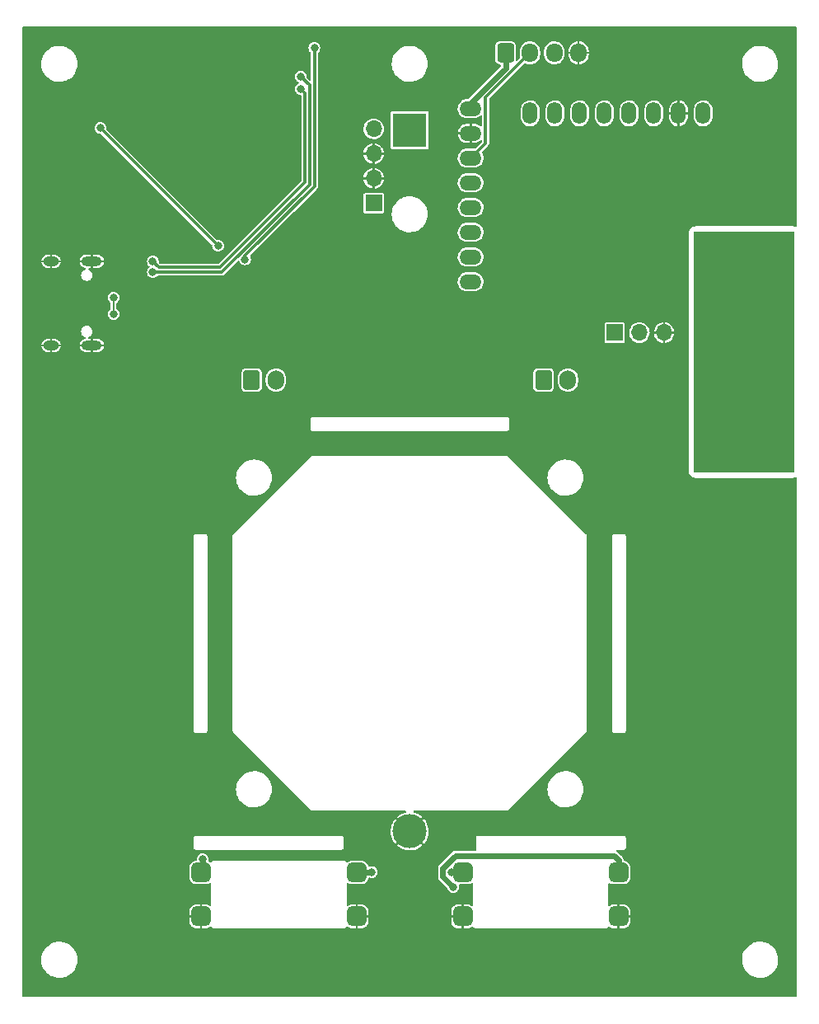
<source format=gbr>
%TF.GenerationSoftware,KiCad,Pcbnew,(6.0.7)*%
%TF.CreationDate,2022-09-24T23:46:27+02:00*%
%TF.ProjectId,airstream_controller,61697273-7472-4656-916d-5f636f6e7472,rev?*%
%TF.SameCoordinates,Original*%
%TF.FileFunction,Copper,L2,Bot*%
%TF.FilePolarity,Positive*%
%FSLAX46Y46*%
G04 Gerber Fmt 4.6, Leading zero omitted, Abs format (unit mm)*
G04 Created by KiCad (PCBNEW (6.0.7)) date 2022-09-24 23:46:27*
%MOMM*%
%LPD*%
G01*
G04 APERTURE LIST*
G04 Aperture macros list*
%AMRoundRect*
0 Rectangle with rounded corners*
0 $1 Rounding radius*
0 $2 $3 $4 $5 $6 $7 $8 $9 X,Y pos of 4 corners*
0 Add a 4 corners polygon primitive as box body*
4,1,4,$2,$3,$4,$5,$6,$7,$8,$9,$2,$3,0*
0 Add four circle primitives for the rounded corners*
1,1,$1+$1,$2,$3*
1,1,$1+$1,$4,$5*
1,1,$1+$1,$6,$7*
1,1,$1+$1,$8,$9*
0 Add four rect primitives between the rounded corners*
20,1,$1+$1,$2,$3,$4,$5,0*
20,1,$1+$1,$4,$5,$6,$7,0*
20,1,$1+$1,$6,$7,$8,$9,0*
20,1,$1+$1,$8,$9,$2,$3,0*%
G04 Aperture macros list end*
%TA.AperFunction,ComponentPad*%
%ADD10R,1.700000X1.700000*%
%TD*%
%TA.AperFunction,ComponentPad*%
%ADD11O,1.700000X1.700000*%
%TD*%
%TA.AperFunction,ComponentPad*%
%ADD12O,2.268000X1.524000*%
%TD*%
%TA.AperFunction,ComponentPad*%
%ADD13RoundRect,0.250000X-0.600000X-0.750000X0.600000X-0.750000X0.600000X0.750000X-0.600000X0.750000X0*%
%TD*%
%TA.AperFunction,ComponentPad*%
%ADD14O,1.700000X2.000000*%
%TD*%
%TA.AperFunction,ComponentPad*%
%ADD15O,1.600000X1.000000*%
%TD*%
%TA.AperFunction,ComponentPad*%
%ADD16O,2.100000X1.000000*%
%TD*%
%TA.AperFunction,ComponentPad*%
%ADD17R,3.500000X3.500000*%
%TD*%
%TA.AperFunction,ComponentPad*%
%ADD18C,3.500000*%
%TD*%
%TA.AperFunction,SMDPad,CuDef*%
%ADD19RoundRect,0.500000X-0.500000X-0.500000X0.500000X-0.500000X0.500000X0.500000X-0.500000X0.500000X0*%
%TD*%
%TA.AperFunction,ComponentPad*%
%ADD20O,1.524000X2.268000*%
%TD*%
%TA.AperFunction,ComponentPad*%
%ADD21RoundRect,0.250000X-0.600000X-0.725000X0.600000X-0.725000X0.600000X0.725000X-0.600000X0.725000X0*%
%TD*%
%TA.AperFunction,ComponentPad*%
%ADD22O,1.700000X1.950000*%
%TD*%
%TA.AperFunction,ViaPad*%
%ADD23C,0.800000*%
%TD*%
%TA.AperFunction,Conductor*%
%ADD24C,0.300000*%
%TD*%
%TA.AperFunction,Conductor*%
%ADD25C,0.600000*%
%TD*%
%TA.AperFunction,Conductor*%
%ADD26C,0.200000*%
%TD*%
G04 APERTURE END LIST*
D10*
%TO.P,J6,1,Pin_1*%
%TO.N,+5V*%
X56300000Y-38300000D03*
D11*
%TO.P,J6,2,Pin_2*%
%TO.N,GND*%
X56300000Y-35760000D03*
%TO.P,J6,3,Pin_3*%
X56300000Y-33220000D03*
%TO.P,J6,4,Pin_4*%
%TO.N,+3V8*%
X56300000Y-30680000D03*
%TD*%
D12*
%TO.P,U9,1,VCC*%
%TO.N,+3V3*%
X66262500Y-28597500D03*
%TO.P,U9,2,GND*%
%TO.N,GND*%
X66262500Y-31137500D03*
%TO.P,U9,3,SCL*%
%TO.N,SCL*%
X66262500Y-33677500D03*
%TO.P,U9,4,SDA*%
%TO.N,SDA*%
X66262500Y-36217500D03*
%TO.P,U9,5,XDA*%
%TO.N,unconnected-(U9-Pad5)*%
X66262500Y-38757500D03*
%TO.P,U9,6,XCL*%
%TO.N,unconnected-(U9-Pad6)*%
X66262500Y-41297500D03*
%TO.P,U9,7,AD0*%
%TO.N,unconnected-(U9-Pad7)*%
X66262500Y-43837500D03*
%TO.P,U9,8,INT*%
%TO.N,unconnected-(U9-Pad8)*%
X66262500Y-46377500D03*
%TD*%
D13*
%TO.P,J3,1,Pin_1*%
%TO.N,Net-(J3-Pad1)*%
X43750000Y-56475000D03*
D14*
%TO.P,J3,2,Pin_2*%
%TO.N,Net-(J3-Pad2)*%
X46250000Y-56475000D03*
%TD*%
D15*
%TO.P,J1,S1,SHIELD*%
%TO.N,GND*%
X23150000Y-52920000D03*
X23150000Y-44280000D03*
D16*
X27330000Y-44280000D03*
X27330000Y-52920000D03*
%TD*%
D13*
%TO.P,J5,1,Pin_1*%
%TO.N,Net-(J5-Pad1)*%
X73750000Y-56475000D03*
D14*
%TO.P,J5,2,Pin_2*%
%TO.N,Net-(J5-Pad2)*%
X76250000Y-56475000D03*
%TD*%
D17*
%TO.P,BT1,1,+*%
%TO.N,+3V8*%
X60000000Y-30800000D03*
D18*
%TO.P,BT1,2,-*%
%TO.N,GND*%
X60000000Y-102800000D03*
%TD*%
D19*
%TO.P,U7,1*%
%TO.N,Net-(R9-Pad2)*%
X65455000Y-107050000D03*
%TO.P,U7,2*%
%TO.N,GND*%
X65455000Y-111550000D03*
%TO.P,U7,3*%
X81455000Y-111550000D03*
%TO.P,U7,4*%
%TO.N,COUPLER1*%
X81455000Y-107050000D03*
%TD*%
D20*
%TO.P,U4,8,INT*%
%TO.N,unconnected-(U4-Pad8)*%
X72372500Y-29087500D03*
%TO.P,U4,7,AD0*%
%TO.N,unconnected-(U4-Pad7)*%
X74912500Y-29087500D03*
%TO.P,U4,6,XCL*%
%TO.N,unconnected-(U4-Pad6)*%
X77452500Y-29087500D03*
%TO.P,U4,5,XDA*%
%TO.N,unconnected-(U4-Pad5)*%
X79992500Y-29087500D03*
%TO.P,U4,4,SDA*%
%TO.N,SDA*%
X82532500Y-29087500D03*
%TO.P,U4,3,SCL*%
%TO.N,SCL*%
X85072500Y-29087500D03*
%TO.P,U4,2,GND*%
%TO.N,GND*%
X87612500Y-29087500D03*
%TO.P,U4,1,VCC*%
%TO.N,+3V3*%
X90152500Y-29087500D03*
%TD*%
D19*
%TO.P,U8,1*%
%TO.N,Net-(R10-Pad2)*%
X38555000Y-107050000D03*
%TO.P,U8,2*%
%TO.N,GND*%
X38555000Y-111550000D03*
%TO.P,U8,3*%
X54555000Y-111550000D03*
%TO.P,U8,4*%
%TO.N,COUPLER2*%
X54555000Y-107050000D03*
%TD*%
D21*
%TO.P,J2,1,Pin_1*%
%TO.N,+3V3*%
X69850000Y-22875000D03*
D22*
%TO.P,J2,2,Pin_2*%
%TO.N,SCL*%
X72350000Y-22875000D03*
%TO.P,J2,3,Pin_3*%
%TO.N,SDA*%
X74850000Y-22875000D03*
%TO.P,J2,4,Pin_4*%
%TO.N,GND*%
X77350000Y-22875000D03*
%TD*%
D10*
%TO.P,J4,1,Pin_1*%
%TO.N,SERVO1*%
X81060000Y-51600000D03*
D11*
%TO.P,J4,2,Pin_2*%
%TO.N,+5V*%
X83600000Y-51600000D03*
%TO.P,J4,3,Pin_3*%
%TO.N,GND*%
X86140000Y-51600000D03*
%TD*%
D23*
%TO.N,GND*%
X75700000Y-51500000D03*
X77600000Y-51500000D03*
X70500000Y-52500000D03*
X70500000Y-51000000D03*
%TO.N,+3V3*%
X97000000Y-55000000D03*
X95500000Y-55000000D03*
X94200000Y-55000000D03*
X94200000Y-49000000D03*
X95500000Y-49000000D03*
X97000000Y-49000000D03*
X97000000Y-52000000D03*
X95500000Y-52000000D03*
X94200000Y-52000000D03*
%TO.N,GND*%
X87800000Y-55100000D03*
X87900000Y-53600000D03*
X87900000Y-52100000D03*
X87900000Y-50600000D03*
X42700000Y-49700000D03*
X41900000Y-52000000D03*
X30700000Y-43000000D03*
X33900000Y-40700000D03*
X21700000Y-41000000D03*
X21800000Y-36000000D03*
X36400000Y-25900000D03*
X40800000Y-25900000D03*
X41800000Y-26800000D03*
X41800000Y-31300000D03*
X40800000Y-32300000D03*
X36400000Y-32300000D03*
X35300000Y-31300000D03*
X35300000Y-26800000D03*
X33900000Y-24100000D03*
X45300000Y-24100000D03*
X45300000Y-36700000D03*
X33100000Y-39000000D03*
X28400000Y-26500000D03*
%TO.N,+3V3*%
X50200000Y-22375000D03*
X43079977Y-44079977D03*
%TO.N,GND*%
X47000000Y-48500000D03*
X49300000Y-51500000D03*
%TO.N,PROG_EN*%
X28200000Y-30600000D03*
X40300000Y-42700000D03*
%TO.N,/UD+*%
X29569502Y-49700000D03*
X29569502Y-48000000D03*
%TO.N,PROG_TX*%
X48800000Y-26575000D03*
X33600000Y-44300000D03*
%TO.N,PROG_RX*%
X33600000Y-45400000D03*
X48800000Y-25300000D03*
%TO.N,Net-(R9-Pad2)*%
X64300000Y-107000000D03*
%TO.N,Net-(R10-Pad2)*%
X38700000Y-105700000D03*
%TO.N,COUPLER1*%
X64480060Y-108541632D03*
%TO.N,COUPLER2*%
X56100000Y-107000000D03*
%TD*%
D24*
%TO.N,PROG_EN*%
X28200000Y-30600000D02*
X40300000Y-42700000D01*
%TO.N,PROG_TX*%
X49200000Y-36192894D02*
X49200000Y-26975000D01*
X40492894Y-44900000D02*
X49200000Y-36192894D01*
X33600000Y-44300000D02*
X34200000Y-44900000D01*
X34200000Y-44900000D02*
X40492894Y-44900000D01*
X49200000Y-26975000D02*
X48800000Y-26575000D01*
%TO.N,PROG_RX*%
X49700000Y-36400000D02*
X40700000Y-45400000D01*
X48800000Y-25300000D02*
X49700000Y-26200000D01*
X49700000Y-26200000D02*
X49700000Y-36400000D01*
X40700000Y-45400000D02*
X33600000Y-45400000D01*
%TO.N,+3V3*%
X43079977Y-43727129D02*
X50200000Y-36607106D01*
X43079977Y-44079977D02*
X43079977Y-43727129D01*
X50200000Y-36607106D02*
X50200000Y-22375000D01*
D25*
X69850000Y-24455762D02*
X66262500Y-28043262D01*
X69850000Y-22875000D02*
X69850000Y-24455762D01*
X66262500Y-28043262D02*
X66262500Y-28597500D01*
D24*
%TO.N,SCL*%
X67800000Y-32140000D02*
X66262500Y-33677500D01*
X67800000Y-27425000D02*
X67800000Y-32140000D01*
X72350000Y-22875000D02*
X67800000Y-27425000D01*
D26*
%TO.N,/UD+*%
X29569502Y-49700000D02*
X29569502Y-48000000D01*
D25*
%TO.N,Net-(R9-Pad2)*%
X64350000Y-107050000D02*
X64300000Y-107000000D01*
X65455000Y-107050000D02*
X64350000Y-107050000D01*
%TO.N,Net-(R10-Pad2)*%
X38700000Y-105700000D02*
X38700000Y-106905000D01*
X38700000Y-106905000D02*
X38555000Y-107050000D01*
%TO.N,COUPLER1*%
X63400000Y-107461572D02*
X63400000Y-106600000D01*
X81000000Y-105300000D02*
X81455000Y-105755000D01*
X64700000Y-105300000D02*
X81000000Y-105300000D01*
X81455000Y-105755000D02*
X81455000Y-107050000D01*
X64480060Y-108541632D02*
X63400000Y-107461572D01*
X63400000Y-106600000D02*
X64700000Y-105300000D01*
%TO.N,COUPLER2*%
X54605000Y-107000000D02*
X54555000Y-107050000D01*
X56100000Y-107000000D02*
X54605000Y-107000000D01*
%TD*%
%TA.AperFunction,Conductor*%
%TO.N,+3V3*%
G36*
X99433621Y-41220002D02*
G01*
X99480114Y-41273658D01*
X99491500Y-41326000D01*
X99491500Y-65874000D01*
X99471498Y-65942121D01*
X99417842Y-65988614D01*
X99365500Y-66000000D01*
X89326000Y-66000000D01*
X89257879Y-65979998D01*
X89211386Y-65926342D01*
X89200000Y-65874000D01*
X89200000Y-41326000D01*
X89220002Y-41257879D01*
X89273658Y-41211386D01*
X89326000Y-41200000D01*
X99365500Y-41200000D01*
X99433621Y-41220002D01*
G37*
%TD.AperFunction*%
%TD*%
%TA.AperFunction,Conductor*%
%TO.N,GND*%
G36*
X99758691Y-20219407D02*
G01*
X99794655Y-20268907D01*
X99799500Y-20299500D01*
X99799500Y-40674278D01*
X99780593Y-40732469D01*
X99731093Y-40768433D01*
X99669907Y-40768433D01*
X99659374Y-40764331D01*
X99581513Y-40728773D01*
X99581502Y-40728769D01*
X99578290Y-40727302D01*
X99510169Y-40707300D01*
X99365500Y-40686500D01*
X89326000Y-40686500D01*
X89252623Y-40694388D01*
X89219473Y-40697952D01*
X89219471Y-40697952D01*
X89216851Y-40698234D01*
X89214281Y-40698793D01*
X89214275Y-40698794D01*
X89192353Y-40703563D01*
X89164509Y-40709620D01*
X89060343Y-40744290D01*
X88937388Y-40823308D01*
X88883732Y-40869801D01*
X88788018Y-40980261D01*
X88785078Y-40986698D01*
X88785077Y-40986700D01*
X88753018Y-41056901D01*
X88727302Y-41113210D01*
X88707300Y-41181331D01*
X88686500Y-41326000D01*
X88686500Y-65874000D01*
X88698234Y-65983149D01*
X88709620Y-66035491D01*
X88744290Y-66139657D01*
X88823308Y-66262612D01*
X88869801Y-66316268D01*
X88980261Y-66411982D01*
X88986698Y-66414922D01*
X88986700Y-66414923D01*
X89109999Y-66471232D01*
X89110004Y-66471234D01*
X89113210Y-66472698D01*
X89181331Y-66492700D01*
X89326000Y-66513500D01*
X99365500Y-66513500D01*
X99438877Y-66505612D01*
X99472027Y-66502048D01*
X99472029Y-66502048D01*
X99474649Y-66501766D01*
X99477219Y-66501207D01*
X99477225Y-66501206D01*
X99506020Y-66494942D01*
X99526991Y-66490380D01*
X99631157Y-66455710D01*
X99646978Y-66445542D01*
X99706151Y-66429988D01*
X99763168Y-66452187D01*
X99796247Y-66503659D01*
X99799500Y-66528827D01*
X99799500Y-119700500D01*
X99780593Y-119758691D01*
X99731093Y-119794655D01*
X99700500Y-119799500D01*
X20299500Y-119799500D01*
X20241309Y-119780593D01*
X20205345Y-119731093D01*
X20200500Y-119700500D01*
X20200500Y-116042095D01*
X22145028Y-116042095D01*
X22145368Y-116045657D01*
X22145368Y-116045664D01*
X22162922Y-116229648D01*
X22170534Y-116309431D01*
X22234364Y-116570285D01*
X22335182Y-116819192D01*
X22470875Y-117050938D01*
X22638601Y-117260669D01*
X22834846Y-117443991D01*
X23055499Y-117597064D01*
X23177066Y-117657542D01*
X23292723Y-117715081D01*
X23292728Y-117715083D01*
X23295938Y-117716680D01*
X23299349Y-117717798D01*
X23299351Y-117717799D01*
X23547721Y-117799219D01*
X23547724Y-117799220D01*
X23551126Y-117800335D01*
X23815717Y-117846276D01*
X23864761Y-117848717D01*
X23899335Y-117850439D01*
X23899348Y-117850439D01*
X23900567Y-117850500D01*
X24068223Y-117850500D01*
X24267846Y-117836016D01*
X24530080Y-117778120D01*
X24533429Y-117776851D01*
X24533433Y-117776850D01*
X24635087Y-117738337D01*
X24781211Y-117682975D01*
X24935879Y-117597064D01*
X25012837Y-117554318D01*
X25012841Y-117554315D01*
X25015976Y-117552574D01*
X25155575Y-117446036D01*
X25226607Y-117391826D01*
X25226609Y-117391825D01*
X25229458Y-117389650D01*
X25417185Y-117197614D01*
X25575225Y-116980491D01*
X25700265Y-116742828D01*
X25789688Y-116489603D01*
X25825904Y-116305861D01*
X25840925Y-116229648D01*
X25841620Y-116226122D01*
X25850781Y-116042095D01*
X94145028Y-116042095D01*
X94145368Y-116045657D01*
X94145368Y-116045664D01*
X94162922Y-116229648D01*
X94170534Y-116309431D01*
X94234364Y-116570285D01*
X94335182Y-116819192D01*
X94470875Y-117050938D01*
X94638601Y-117260669D01*
X94834846Y-117443991D01*
X95055499Y-117597064D01*
X95177066Y-117657542D01*
X95292723Y-117715081D01*
X95292728Y-117715083D01*
X95295938Y-117716680D01*
X95299349Y-117717798D01*
X95299351Y-117717799D01*
X95547721Y-117799219D01*
X95547724Y-117799220D01*
X95551126Y-117800335D01*
X95815717Y-117846276D01*
X95864761Y-117848717D01*
X95899335Y-117850439D01*
X95899348Y-117850439D01*
X95900567Y-117850500D01*
X96068223Y-117850500D01*
X96267846Y-117836016D01*
X96530080Y-117778120D01*
X96533429Y-117776851D01*
X96533433Y-117776850D01*
X96635087Y-117738337D01*
X96781211Y-117682975D01*
X96935879Y-117597064D01*
X97012837Y-117554318D01*
X97012841Y-117554315D01*
X97015976Y-117552574D01*
X97155575Y-117446036D01*
X97226607Y-117391826D01*
X97226609Y-117391825D01*
X97229458Y-117389650D01*
X97417185Y-117197614D01*
X97575225Y-116980491D01*
X97700265Y-116742828D01*
X97789688Y-116489603D01*
X97825904Y-116305861D01*
X97840925Y-116229648D01*
X97841620Y-116226122D01*
X97854972Y-115957905D01*
X97854632Y-115954343D01*
X97854632Y-115954336D01*
X97829807Y-115694139D01*
X97829806Y-115694134D01*
X97829466Y-115690569D01*
X97765636Y-115429715D01*
X97664818Y-115180808D01*
X97529125Y-114949062D01*
X97361399Y-114739331D01*
X97165154Y-114556009D01*
X96944501Y-114402936D01*
X96771812Y-114317025D01*
X96707277Y-114284919D01*
X96707272Y-114284917D01*
X96704062Y-114283320D01*
X96520515Y-114223150D01*
X96452279Y-114200781D01*
X96452276Y-114200780D01*
X96448874Y-114199665D01*
X96184283Y-114153724D01*
X96135239Y-114151283D01*
X96100665Y-114149561D01*
X96100652Y-114149561D01*
X96099433Y-114149500D01*
X95931777Y-114149500D01*
X95732154Y-114163984D01*
X95469920Y-114221880D01*
X95466571Y-114223149D01*
X95466567Y-114223150D01*
X95364913Y-114261663D01*
X95218789Y-114317025D01*
X95088411Y-114389444D01*
X94987163Y-114445682D01*
X94987159Y-114445685D01*
X94984024Y-114447426D01*
X94981174Y-114449601D01*
X94981171Y-114449603D01*
X94773393Y-114608174D01*
X94770542Y-114610350D01*
X94582815Y-114802386D01*
X94424775Y-115019509D01*
X94299735Y-115257172D01*
X94210312Y-115510397D01*
X94209618Y-115513919D01*
X94209617Y-115513922D01*
X94164479Y-115742934D01*
X94158380Y-115773878D01*
X94145028Y-116042095D01*
X25850781Y-116042095D01*
X25854972Y-115957905D01*
X25854632Y-115954343D01*
X25854632Y-115954336D01*
X25829807Y-115694139D01*
X25829806Y-115694134D01*
X25829466Y-115690569D01*
X25765636Y-115429715D01*
X25664818Y-115180808D01*
X25529125Y-114949062D01*
X25361399Y-114739331D01*
X25165154Y-114556009D01*
X24944501Y-114402936D01*
X24771812Y-114317025D01*
X24707277Y-114284919D01*
X24707272Y-114284917D01*
X24704062Y-114283320D01*
X24520515Y-114223150D01*
X24452279Y-114200781D01*
X24452276Y-114200780D01*
X24448874Y-114199665D01*
X24184283Y-114153724D01*
X24135239Y-114151283D01*
X24100665Y-114149561D01*
X24100652Y-114149561D01*
X24099433Y-114149500D01*
X23931777Y-114149500D01*
X23732154Y-114163984D01*
X23469920Y-114221880D01*
X23466571Y-114223149D01*
X23466567Y-114223150D01*
X23364913Y-114261663D01*
X23218789Y-114317025D01*
X23088411Y-114389444D01*
X22987163Y-114445682D01*
X22987159Y-114445685D01*
X22984024Y-114447426D01*
X22981174Y-114449601D01*
X22981171Y-114449603D01*
X22773393Y-114608174D01*
X22770542Y-114610350D01*
X22582815Y-114802386D01*
X22424775Y-115019509D01*
X22299735Y-115257172D01*
X22210312Y-115510397D01*
X22209618Y-115513919D01*
X22209617Y-115513922D01*
X22164479Y-115742934D01*
X22158380Y-115773878D01*
X22145028Y-116042095D01*
X20200500Y-116042095D01*
X20200500Y-112103687D01*
X37355000Y-112103687D01*
X37355207Y-112108196D01*
X37361187Y-112173275D01*
X37363237Y-112183511D01*
X37410547Y-112334481D01*
X37415424Y-112345281D01*
X37497009Y-112479992D01*
X37504318Y-112489315D01*
X37615685Y-112600682D01*
X37625008Y-112607991D01*
X37759719Y-112689576D01*
X37770519Y-112694453D01*
X37921489Y-112741763D01*
X37931725Y-112743813D01*
X37996804Y-112749793D01*
X38001313Y-112750000D01*
X38434320Y-112750000D01*
X38447005Y-112745878D01*
X38450000Y-112741757D01*
X38450000Y-111670680D01*
X38445878Y-111657995D01*
X38441757Y-111655000D01*
X37370680Y-111655000D01*
X37357995Y-111659122D01*
X37355000Y-111663243D01*
X37355000Y-112103687D01*
X20200500Y-112103687D01*
X20200500Y-111429320D01*
X37355000Y-111429320D01*
X37359122Y-111442005D01*
X37363243Y-111445000D01*
X38434320Y-111445000D01*
X38447005Y-111440878D01*
X38450000Y-111436757D01*
X38450000Y-110365680D01*
X38445878Y-110352995D01*
X38441757Y-110350000D01*
X38001313Y-110350000D01*
X37996804Y-110350207D01*
X37931725Y-110356187D01*
X37921489Y-110358237D01*
X37770519Y-110405547D01*
X37759719Y-110410424D01*
X37625008Y-110492009D01*
X37615685Y-110499318D01*
X37504318Y-110610685D01*
X37497009Y-110620008D01*
X37415424Y-110754719D01*
X37410547Y-110765519D01*
X37363237Y-110916489D01*
X37361187Y-110926725D01*
X37355207Y-110991804D01*
X37355000Y-110996313D01*
X37355000Y-111429320D01*
X20200500Y-111429320D01*
X20200500Y-106494007D01*
X37354500Y-106494007D01*
X37354501Y-107605992D01*
X37361171Y-107678594D01*
X37411873Y-107840383D01*
X37499703Y-107985408D01*
X37619592Y-108105297D01*
X37764617Y-108193127D01*
X37770310Y-108194911D01*
X37770312Y-108194912D01*
X37848487Y-108219411D01*
X37926406Y-108243829D01*
X37999007Y-108250500D01*
X38554877Y-108250500D01*
X39110992Y-108250499D01*
X39150528Y-108246867D01*
X39178360Y-108244310D01*
X39178361Y-108244310D01*
X39183594Y-108243829D01*
X39285488Y-108211897D01*
X39339688Y-108194912D01*
X39339690Y-108194911D01*
X39345383Y-108193127D01*
X39454216Y-108127216D01*
X39513784Y-108113244D01*
X39570189Y-108136954D01*
X39601884Y-108189290D01*
X39604500Y-108211897D01*
X39604500Y-110388688D01*
X39585593Y-110446879D01*
X39536093Y-110482843D01*
X39474907Y-110482843D01*
X39454215Y-110473369D01*
X39350281Y-110410424D01*
X39339481Y-110405547D01*
X39188511Y-110358237D01*
X39178275Y-110356187D01*
X39113196Y-110350207D01*
X39108687Y-110350000D01*
X38675680Y-110350000D01*
X38662995Y-110354122D01*
X38660000Y-110358243D01*
X38660000Y-112734320D01*
X38664122Y-112747005D01*
X38668243Y-112750000D01*
X39108687Y-112750000D01*
X39113196Y-112749793D01*
X39178275Y-112743813D01*
X39188511Y-112741763D01*
X39339481Y-112694453D01*
X39350281Y-112689576D01*
X39486569Y-112607037D01*
X39546138Y-112593065D01*
X39602543Y-112616775D01*
X39619680Y-112639149D01*
X39619688Y-112639185D01*
X39620514Y-112640221D01*
X39627091Y-112648475D01*
X39638909Y-112667314D01*
X39644052Y-112678024D01*
X39653539Y-112685611D01*
X39669123Y-112701222D01*
X39676695Y-112710724D01*
X39687392Y-112715883D01*
X39706214Y-112727736D01*
X39715492Y-112735156D01*
X39727327Y-112737877D01*
X39748151Y-112745190D01*
X39749048Y-112745623D01*
X39749049Y-112745623D01*
X39759087Y-112750465D01*
X39770232Y-112750475D01*
X39770233Y-112750475D01*
X39782155Y-112750485D01*
X39782153Y-112752230D01*
X39782219Y-112752224D01*
X39782219Y-112750500D01*
X39799108Y-112750500D01*
X39850274Y-112750545D01*
X39850563Y-112750545D01*
X39850651Y-112750503D01*
X39850675Y-112750500D01*
X53299108Y-112750500D01*
X53350563Y-112750545D01*
X53361512Y-112745288D01*
X53382345Y-112738013D01*
X53394185Y-112735312D01*
X53403475Y-112727909D01*
X53422314Y-112716091D01*
X53433024Y-112710948D01*
X53440611Y-112701461D01*
X53456222Y-112685877D01*
X53465724Y-112678305D01*
X53470883Y-112667608D01*
X53482736Y-112648786D01*
X53490156Y-112639508D01*
X53490156Y-112639507D01*
X53490157Y-112639506D01*
X53491051Y-112640221D01*
X53525344Y-112604459D01*
X53585562Y-112593623D01*
X53623413Y-112607026D01*
X53759719Y-112689576D01*
X53770519Y-112694453D01*
X53921489Y-112741763D01*
X53931725Y-112743813D01*
X53996804Y-112749793D01*
X54001313Y-112750000D01*
X54434320Y-112750000D01*
X54447005Y-112745878D01*
X54450000Y-112741757D01*
X54450000Y-112734320D01*
X54660000Y-112734320D01*
X54664122Y-112747005D01*
X54668243Y-112750000D01*
X55108687Y-112750000D01*
X55113196Y-112749793D01*
X55178275Y-112743813D01*
X55188511Y-112741763D01*
X55339481Y-112694453D01*
X55350281Y-112689576D01*
X55484992Y-112607991D01*
X55494315Y-112600682D01*
X55605682Y-112489315D01*
X55612991Y-112479992D01*
X55694576Y-112345281D01*
X55699453Y-112334481D01*
X55746763Y-112183511D01*
X55748813Y-112173275D01*
X55754793Y-112108196D01*
X55755000Y-112103687D01*
X64255000Y-112103687D01*
X64255207Y-112108196D01*
X64261187Y-112173275D01*
X64263237Y-112183511D01*
X64310547Y-112334481D01*
X64315424Y-112345281D01*
X64397009Y-112479992D01*
X64404318Y-112489315D01*
X64515685Y-112600682D01*
X64525008Y-112607991D01*
X64659719Y-112689576D01*
X64670519Y-112694453D01*
X64821489Y-112741763D01*
X64831725Y-112743813D01*
X64896804Y-112749793D01*
X64901313Y-112750000D01*
X65334320Y-112750000D01*
X65347005Y-112745878D01*
X65350000Y-112741757D01*
X65350000Y-111670680D01*
X65345878Y-111657995D01*
X65341757Y-111655000D01*
X64270680Y-111655000D01*
X64257995Y-111659122D01*
X64255000Y-111663243D01*
X64255000Y-112103687D01*
X55755000Y-112103687D01*
X55755000Y-111670680D01*
X55750878Y-111657995D01*
X55746757Y-111655000D01*
X54675680Y-111655000D01*
X54662995Y-111659122D01*
X54660000Y-111663243D01*
X54660000Y-112734320D01*
X54450000Y-112734320D01*
X54450000Y-111429320D01*
X54660000Y-111429320D01*
X54664122Y-111442005D01*
X54668243Y-111445000D01*
X55739320Y-111445000D01*
X55752005Y-111440878D01*
X55755000Y-111436757D01*
X55755000Y-111429320D01*
X64255000Y-111429320D01*
X64259122Y-111442005D01*
X64263243Y-111445000D01*
X65334320Y-111445000D01*
X65347005Y-111440878D01*
X65350000Y-111436757D01*
X65350000Y-110365680D01*
X65345878Y-110352995D01*
X65341757Y-110350000D01*
X64901313Y-110350000D01*
X64896804Y-110350207D01*
X64831725Y-110356187D01*
X64821489Y-110358237D01*
X64670519Y-110405547D01*
X64659719Y-110410424D01*
X64525008Y-110492009D01*
X64515685Y-110499318D01*
X64404318Y-110610685D01*
X64397009Y-110620008D01*
X64315424Y-110754719D01*
X64310547Y-110765519D01*
X64263237Y-110916489D01*
X64261187Y-110926725D01*
X64255207Y-110991804D01*
X64255000Y-110996313D01*
X64255000Y-111429320D01*
X55755000Y-111429320D01*
X55755000Y-110996313D01*
X55754793Y-110991804D01*
X55748813Y-110926725D01*
X55746763Y-110916489D01*
X55699453Y-110765519D01*
X55694576Y-110754719D01*
X55612991Y-110620008D01*
X55605682Y-110610685D01*
X55494315Y-110499318D01*
X55484992Y-110492009D01*
X55350281Y-110410424D01*
X55339481Y-110405547D01*
X55188511Y-110358237D01*
X55178275Y-110356187D01*
X55113196Y-110350207D01*
X55108687Y-110350000D01*
X54675680Y-110350000D01*
X54662995Y-110354122D01*
X54660000Y-110358243D01*
X54660000Y-111429320D01*
X54450000Y-111429320D01*
X54450000Y-110365680D01*
X54445878Y-110352995D01*
X54441757Y-110350000D01*
X54001313Y-110350000D01*
X53996804Y-110350207D01*
X53931725Y-110356187D01*
X53921489Y-110358237D01*
X53770519Y-110405547D01*
X53759719Y-110410424D01*
X53655785Y-110473369D01*
X53596216Y-110487341D01*
X53539812Y-110463631D01*
X53508116Y-110411295D01*
X53505500Y-110388688D01*
X53505500Y-108211897D01*
X53524407Y-108153706D01*
X53573907Y-108117742D01*
X53635093Y-108117742D01*
X53655784Y-108127215D01*
X53764617Y-108193127D01*
X53770310Y-108194911D01*
X53770312Y-108194912D01*
X53848487Y-108219411D01*
X53926406Y-108243829D01*
X53999007Y-108250500D01*
X54554877Y-108250500D01*
X55110992Y-108250499D01*
X55150528Y-108246867D01*
X55178360Y-108244310D01*
X55178361Y-108244310D01*
X55183594Y-108243829D01*
X55285488Y-108211897D01*
X55339688Y-108194912D01*
X55339690Y-108194911D01*
X55345383Y-108193127D01*
X55490408Y-108105297D01*
X55610297Y-107985408D01*
X55698127Y-107840383D01*
X55748829Y-107678594D01*
X55751940Y-107644739D01*
X55776093Y-107588522D01*
X55828676Y-107557239D01*
X55888411Y-107562334D01*
X55937241Y-107582560D01*
X55943238Y-107585044D01*
X56100000Y-107605682D01*
X56256762Y-107585044D01*
X56402841Y-107524536D01*
X56528282Y-107428282D01*
X56624536Y-107302841D01*
X56685044Y-107156762D01*
X56705682Y-107000000D01*
X56685044Y-106843238D01*
X56624536Y-106697159D01*
X56576373Y-106634392D01*
X62895524Y-106634392D01*
X62896996Y-106641287D01*
X62896996Y-106641289D01*
X62897319Y-106642801D01*
X62899500Y-106663468D01*
X62899500Y-107394406D01*
X62898081Y-107407107D01*
X62898103Y-107407109D01*
X62897537Y-107414141D01*
X62895981Y-107421019D01*
X62896418Y-107428057D01*
X62899310Y-107474674D01*
X62899500Y-107480805D01*
X62899500Y-107497512D01*
X62899999Y-107500999D01*
X62900000Y-107501007D01*
X62901101Y-107508693D01*
X62901911Y-107516596D01*
X62902159Y-107520585D01*
X62904859Y-107564110D01*
X62907252Y-107570739D01*
X62907253Y-107570743D01*
X62908342Y-107573759D01*
X62913223Y-107593335D01*
X62914677Y-107603490D01*
X62917596Y-107609909D01*
X62917597Y-107609914D01*
X62934381Y-107646829D01*
X62937377Y-107654187D01*
X62953540Y-107698959D01*
X62959592Y-107707244D01*
X62969768Y-107724658D01*
X62974016Y-107734000D01*
X62978621Y-107739344D01*
X63005093Y-107770067D01*
X63010033Y-107776288D01*
X63018522Y-107787908D01*
X63029986Y-107799372D01*
X63034981Y-107804753D01*
X63067600Y-107842609D01*
X63073520Y-107846446D01*
X63074811Y-107847283D01*
X63090968Y-107860354D01*
X63866100Y-108635486D01*
X63891048Y-108686079D01*
X63892489Y-108685693D01*
X63894169Y-108691964D01*
X63895016Y-108698394D01*
X63955524Y-108844473D01*
X64051778Y-108969914D01*
X64177219Y-109066168D01*
X64323298Y-109126676D01*
X64480060Y-109147314D01*
X64636822Y-109126676D01*
X64782901Y-109066168D01*
X64908342Y-108969914D01*
X65004596Y-108844473D01*
X65065104Y-108698394D01*
X65085742Y-108541632D01*
X65065104Y-108384870D01*
X65062619Y-108378872D01*
X65061615Y-108375123D01*
X65064817Y-108314022D01*
X65103322Y-108266472D01*
X65157242Y-108250500D01*
X65995895Y-108250499D01*
X66010992Y-108250499D01*
X66050528Y-108246867D01*
X66078360Y-108244310D01*
X66078361Y-108244310D01*
X66083594Y-108243829D01*
X66185488Y-108211897D01*
X66239688Y-108194912D01*
X66239690Y-108194911D01*
X66245383Y-108193127D01*
X66354216Y-108127216D01*
X66413784Y-108113244D01*
X66470189Y-108136954D01*
X66501884Y-108189290D01*
X66504500Y-108211897D01*
X66504500Y-110388688D01*
X66485593Y-110446879D01*
X66436093Y-110482843D01*
X66374907Y-110482843D01*
X66354215Y-110473369D01*
X66250281Y-110410424D01*
X66239481Y-110405547D01*
X66088511Y-110358237D01*
X66078275Y-110356187D01*
X66013196Y-110350207D01*
X66008687Y-110350000D01*
X65575680Y-110350000D01*
X65562995Y-110354122D01*
X65560000Y-110358243D01*
X65560000Y-112734320D01*
X65564122Y-112747005D01*
X65568243Y-112750000D01*
X66008687Y-112750000D01*
X66013196Y-112749793D01*
X66078275Y-112743813D01*
X66088511Y-112741763D01*
X66239481Y-112694453D01*
X66250281Y-112689576D01*
X66386569Y-112607037D01*
X66446138Y-112593065D01*
X66502543Y-112616775D01*
X66519680Y-112639149D01*
X66519688Y-112639185D01*
X66520514Y-112640221D01*
X66527091Y-112648475D01*
X66538909Y-112667314D01*
X66544052Y-112678024D01*
X66553539Y-112685611D01*
X66569123Y-112701222D01*
X66576695Y-112710724D01*
X66587392Y-112715883D01*
X66606214Y-112727736D01*
X66615492Y-112735156D01*
X66627327Y-112737877D01*
X66648151Y-112745190D01*
X66649048Y-112745623D01*
X66649049Y-112745623D01*
X66659087Y-112750465D01*
X66670232Y-112750475D01*
X66670233Y-112750475D01*
X66682155Y-112750485D01*
X66682153Y-112752230D01*
X66682219Y-112752224D01*
X66682219Y-112750500D01*
X66699108Y-112750500D01*
X66750274Y-112750545D01*
X66750563Y-112750545D01*
X66750651Y-112750503D01*
X66750675Y-112750500D01*
X80199108Y-112750500D01*
X80250563Y-112750545D01*
X80261512Y-112745288D01*
X80282345Y-112738013D01*
X80294185Y-112735312D01*
X80303475Y-112727909D01*
X80322314Y-112716091D01*
X80333024Y-112710948D01*
X80340611Y-112701461D01*
X80356222Y-112685877D01*
X80365724Y-112678305D01*
X80370883Y-112667608D01*
X80382736Y-112648786D01*
X80390156Y-112639508D01*
X80390156Y-112639507D01*
X80390157Y-112639506D01*
X80391051Y-112640221D01*
X80425344Y-112604459D01*
X80485562Y-112593623D01*
X80523413Y-112607026D01*
X80659719Y-112689576D01*
X80670519Y-112694453D01*
X80821489Y-112741763D01*
X80831725Y-112743813D01*
X80896804Y-112749793D01*
X80901313Y-112750000D01*
X81334320Y-112750000D01*
X81347005Y-112745878D01*
X81350000Y-112741757D01*
X81350000Y-112734320D01*
X81560000Y-112734320D01*
X81564122Y-112747005D01*
X81568243Y-112750000D01*
X82008687Y-112750000D01*
X82013196Y-112749793D01*
X82078275Y-112743813D01*
X82088511Y-112741763D01*
X82239481Y-112694453D01*
X82250281Y-112689576D01*
X82384992Y-112607991D01*
X82394315Y-112600682D01*
X82505682Y-112489315D01*
X82512991Y-112479992D01*
X82594576Y-112345281D01*
X82599453Y-112334481D01*
X82646763Y-112183511D01*
X82648813Y-112173275D01*
X82654793Y-112108196D01*
X82655000Y-112103687D01*
X82655000Y-111670680D01*
X82650878Y-111657995D01*
X82646757Y-111655000D01*
X81575680Y-111655000D01*
X81562995Y-111659122D01*
X81560000Y-111663243D01*
X81560000Y-112734320D01*
X81350000Y-112734320D01*
X81350000Y-111429320D01*
X81560000Y-111429320D01*
X81564122Y-111442005D01*
X81568243Y-111445000D01*
X82639320Y-111445000D01*
X82652005Y-111440878D01*
X82655000Y-111436757D01*
X82655000Y-110996313D01*
X82654793Y-110991804D01*
X82648813Y-110926725D01*
X82646763Y-110916489D01*
X82599453Y-110765519D01*
X82594576Y-110754719D01*
X82512991Y-110620008D01*
X82505682Y-110610685D01*
X82394315Y-110499318D01*
X82384992Y-110492009D01*
X82250281Y-110410424D01*
X82239481Y-110405547D01*
X82088511Y-110358237D01*
X82078275Y-110356187D01*
X82013196Y-110350207D01*
X82008687Y-110350000D01*
X81575680Y-110350000D01*
X81562995Y-110354122D01*
X81560000Y-110358243D01*
X81560000Y-111429320D01*
X81350000Y-111429320D01*
X81350000Y-110365680D01*
X81345878Y-110352995D01*
X81341757Y-110350000D01*
X80901313Y-110350000D01*
X80896804Y-110350207D01*
X80831725Y-110356187D01*
X80821489Y-110358237D01*
X80670519Y-110405547D01*
X80659719Y-110410424D01*
X80555785Y-110473369D01*
X80496216Y-110487341D01*
X80439812Y-110463631D01*
X80408116Y-110411295D01*
X80405500Y-110388688D01*
X80405500Y-108211897D01*
X80424407Y-108153706D01*
X80473907Y-108117742D01*
X80535093Y-108117742D01*
X80555784Y-108127215D01*
X80664617Y-108193127D01*
X80670310Y-108194911D01*
X80670312Y-108194912D01*
X80748487Y-108219411D01*
X80826406Y-108243829D01*
X80899007Y-108250500D01*
X81454877Y-108250500D01*
X82010992Y-108250499D01*
X82050528Y-108246867D01*
X82078360Y-108244310D01*
X82078361Y-108244310D01*
X82083594Y-108243829D01*
X82185488Y-108211897D01*
X82239688Y-108194912D01*
X82239690Y-108194911D01*
X82245383Y-108193127D01*
X82390408Y-108105297D01*
X82510297Y-107985408D01*
X82598127Y-107840383D01*
X82648829Y-107678594D01*
X82655500Y-107605993D01*
X82655499Y-106494008D01*
X82651068Y-106445774D01*
X82649310Y-106426640D01*
X82649310Y-106426639D01*
X82648829Y-106421406D01*
X82598127Y-106259617D01*
X82510297Y-106114592D01*
X82390408Y-105994703D01*
X82245383Y-105906873D01*
X82239690Y-105905089D01*
X82239688Y-105905088D01*
X82111269Y-105864844D01*
X82083594Y-105856171D01*
X82063011Y-105854280D01*
X82046584Y-105852770D01*
X81990367Y-105828617D01*
X81959084Y-105776033D01*
X81956833Y-105760317D01*
X81955690Y-105741898D01*
X81955500Y-105735766D01*
X81955500Y-105719060D01*
X81955001Y-105715573D01*
X81955000Y-105715565D01*
X81953899Y-105707879D01*
X81953089Y-105699976D01*
X81950578Y-105659499D01*
X81950577Y-105659496D01*
X81950141Y-105652462D01*
X81947748Y-105645833D01*
X81947747Y-105645829D01*
X81946658Y-105642813D01*
X81941777Y-105623236D01*
X81941323Y-105620064D01*
X81941323Y-105620063D01*
X81940323Y-105613082D01*
X81937404Y-105606663D01*
X81937403Y-105606658D01*
X81920619Y-105569743D01*
X81917623Y-105562385D01*
X81903855Y-105524248D01*
X81901460Y-105517613D01*
X81895408Y-105509328D01*
X81885232Y-105491914D01*
X81880984Y-105482572D01*
X81867272Y-105466659D01*
X81849907Y-105446505D01*
X81844967Y-105440284D01*
X81844653Y-105439854D01*
X81836478Y-105428664D01*
X81825014Y-105417200D01*
X81820019Y-105411819D01*
X81792005Y-105379307D01*
X81792004Y-105379306D01*
X81787400Y-105373963D01*
X81780189Y-105369289D01*
X81764032Y-105356218D01*
X81401395Y-104993581D01*
X81393421Y-104983601D01*
X81393404Y-104983616D01*
X81388834Y-104978246D01*
X81385070Y-104972280D01*
X81379785Y-104967612D01*
X81379782Y-104967609D01*
X81344792Y-104936708D01*
X81340322Y-104932508D01*
X81328494Y-104920680D01*
X81319447Y-104913900D01*
X81313301Y-104908896D01*
X81277612Y-104877377D01*
X81278498Y-104876375D01*
X81244944Y-104834489D01*
X81242065Y-104773372D01*
X81275660Y-104722234D01*
X81337555Y-104700500D01*
X81994108Y-104700500D01*
X82045563Y-104700545D01*
X82056512Y-104695288D01*
X82077345Y-104688013D01*
X82089185Y-104685312D01*
X82098475Y-104677909D01*
X82117314Y-104666091D01*
X82128024Y-104660948D01*
X82135611Y-104651461D01*
X82151222Y-104635877D01*
X82160724Y-104628305D01*
X82165883Y-104617608D01*
X82177736Y-104598786D01*
X82185156Y-104589508D01*
X82187877Y-104577673D01*
X82195190Y-104556849D01*
X82195623Y-104555952D01*
X82195623Y-104555951D01*
X82200465Y-104545913D01*
X82200485Y-104522845D01*
X82202230Y-104522847D01*
X82202224Y-104522781D01*
X82200500Y-104522781D01*
X82200500Y-104505892D01*
X82200545Y-104454726D01*
X82200545Y-104454437D01*
X82200503Y-104454349D01*
X82200500Y-104454325D01*
X82200500Y-103505892D01*
X82200535Y-103465585D01*
X82200545Y-103454437D01*
X82195288Y-103443488D01*
X82188013Y-103422655D01*
X82187938Y-103422326D01*
X82185312Y-103410815D01*
X82177909Y-103401525D01*
X82166089Y-103382683D01*
X82160948Y-103371976D01*
X82151461Y-103364389D01*
X82135877Y-103348778D01*
X82128305Y-103339276D01*
X82117608Y-103334117D01*
X82098786Y-103322264D01*
X82089508Y-103314844D01*
X82077673Y-103312123D01*
X82056849Y-103304810D01*
X82055952Y-103304377D01*
X82055951Y-103304377D01*
X82045913Y-103299535D01*
X82034768Y-103299525D01*
X82034767Y-103299525D01*
X82022845Y-103299515D01*
X82022847Y-103297770D01*
X82022781Y-103297776D01*
X82022781Y-103299500D01*
X82005892Y-103299500D01*
X81954726Y-103299455D01*
X81954437Y-103299455D01*
X81954349Y-103299497D01*
X81954325Y-103299500D01*
X67005892Y-103299500D01*
X66954437Y-103299455D01*
X66944388Y-103304280D01*
X66944389Y-103304280D01*
X66943489Y-103304712D01*
X66922655Y-103311987D01*
X66910815Y-103314688D01*
X66902097Y-103321635D01*
X66901525Y-103322091D01*
X66882686Y-103333909D01*
X66871976Y-103339052D01*
X66864389Y-103348539D01*
X66848778Y-103364123D01*
X66839276Y-103371695D01*
X66834432Y-103381738D01*
X66834118Y-103382390D01*
X66822264Y-103401214D01*
X66814844Y-103410492D01*
X66812271Y-103421684D01*
X66812123Y-103422326D01*
X66804810Y-103443151D01*
X66799535Y-103454087D01*
X66799515Y-103477155D01*
X66797770Y-103477153D01*
X66797776Y-103477219D01*
X66799500Y-103477219D01*
X66799500Y-103494108D01*
X66799456Y-103544809D01*
X66799455Y-103545563D01*
X66799497Y-103545651D01*
X66799500Y-103545675D01*
X66799500Y-104494108D01*
X66799455Y-104545563D01*
X66804280Y-104555611D01*
X66804712Y-104556511D01*
X66811987Y-104577345D01*
X66814688Y-104589185D01*
X66821635Y-104597903D01*
X66822091Y-104598475D01*
X66833909Y-104617314D01*
X66839052Y-104628024D01*
X66847759Y-104634987D01*
X66850849Y-104638872D01*
X66872276Y-104696183D01*
X66855924Y-104755142D01*
X66808040Y-104793231D01*
X66773370Y-104799500D01*
X64767166Y-104799500D01*
X64754465Y-104798081D01*
X64754463Y-104798103D01*
X64747431Y-104797537D01*
X64740553Y-104795981D01*
X64689393Y-104799155D01*
X64686898Y-104799310D01*
X64680767Y-104799500D01*
X64664060Y-104799500D01*
X64660573Y-104799999D01*
X64660565Y-104800000D01*
X64652879Y-104801101D01*
X64644976Y-104801911D01*
X64604499Y-104804422D01*
X64604496Y-104804423D01*
X64597462Y-104804859D01*
X64590833Y-104807252D01*
X64590829Y-104807253D01*
X64587813Y-104808342D01*
X64568237Y-104813223D01*
X64567635Y-104813309D01*
X64565064Y-104813677D01*
X64565063Y-104813677D01*
X64558082Y-104814677D01*
X64551663Y-104817596D01*
X64551658Y-104817597D01*
X64514743Y-104834381D01*
X64507385Y-104837377D01*
X64462613Y-104853540D01*
X64454328Y-104859592D01*
X64436914Y-104869768D01*
X64427572Y-104874016D01*
X64422228Y-104878621D01*
X64391505Y-104905093D01*
X64385284Y-104910033D01*
X64373664Y-104918522D01*
X64362200Y-104929986D01*
X64356819Y-104934981D01*
X64318963Y-104967600D01*
X64315126Y-104973520D01*
X64314289Y-104974811D01*
X64301218Y-104990968D01*
X63093581Y-106198605D01*
X63083601Y-106206579D01*
X63083616Y-106206596D01*
X63078246Y-106211166D01*
X63072280Y-106214930D01*
X63067612Y-106220215D01*
X63067609Y-106220218D01*
X63036708Y-106255208D01*
X63032508Y-106259678D01*
X63020680Y-106271506D01*
X63013902Y-106280550D01*
X63008896Y-106286699D01*
X62977377Y-106322388D01*
X62973018Y-106331671D01*
X62962627Y-106348966D01*
X62956474Y-106357176D01*
X62953998Y-106363781D01*
X62939765Y-106401746D01*
X62936680Y-106409066D01*
X62919446Y-106445774D01*
X62919445Y-106445778D01*
X62916447Y-106452163D01*
X62915362Y-106459131D01*
X62915361Y-106459135D01*
X62914870Y-106462292D01*
X62909747Y-106481820D01*
X62906148Y-106491420D01*
X62905626Y-106498449D01*
X62902620Y-106538898D01*
X62901713Y-106546793D01*
X62900088Y-106557228D01*
X62900087Y-106557236D01*
X62899500Y-106561009D01*
X62899500Y-106577209D01*
X62899228Y-106584545D01*
X62895524Y-106634392D01*
X56576373Y-106634392D01*
X56528282Y-106571718D01*
X56402841Y-106475464D01*
X56256762Y-106414956D01*
X56100000Y-106394318D01*
X55943238Y-106414956D01*
X55937240Y-106417440D01*
X55937238Y-106417441D01*
X55869366Y-106445554D01*
X55808369Y-106450355D01*
X55756201Y-106418385D01*
X55737011Y-106383695D01*
X55699912Y-106265312D01*
X55699911Y-106265310D01*
X55698127Y-106259617D01*
X55610297Y-106114592D01*
X55490408Y-105994703D01*
X55345383Y-105906873D01*
X55339690Y-105905089D01*
X55339688Y-105905088D01*
X55211269Y-105864844D01*
X55183594Y-105856171D01*
X55110993Y-105849500D01*
X54555123Y-105849500D01*
X53999008Y-105849501D01*
X53959472Y-105853133D01*
X53931640Y-105855690D01*
X53931639Y-105855690D01*
X53926406Y-105856171D01*
X53853349Y-105879066D01*
X53770312Y-105905088D01*
X53770310Y-105905089D01*
X53764617Y-105906873D01*
X53705833Y-105942474D01*
X53623213Y-105992510D01*
X53563644Y-106006482D01*
X53507239Y-105982771D01*
X53490380Y-105960760D01*
X53490312Y-105960815D01*
X53482909Y-105951525D01*
X53471089Y-105932683D01*
X53465948Y-105921976D01*
X53456461Y-105914389D01*
X53440877Y-105898778D01*
X53433305Y-105889276D01*
X53422608Y-105884117D01*
X53403786Y-105872264D01*
X53394508Y-105864844D01*
X53382673Y-105862123D01*
X53361849Y-105854810D01*
X53360952Y-105854377D01*
X53360951Y-105854377D01*
X53350913Y-105849535D01*
X53339768Y-105849525D01*
X53339767Y-105849525D01*
X53327845Y-105849515D01*
X53327847Y-105847770D01*
X53327781Y-105847776D01*
X53327781Y-105849500D01*
X53310892Y-105849500D01*
X53259726Y-105849455D01*
X53259437Y-105849455D01*
X53259349Y-105849497D01*
X53259325Y-105849500D01*
X39810892Y-105849500D01*
X39759437Y-105849455D01*
X39749388Y-105854280D01*
X39749389Y-105854280D01*
X39748489Y-105854712D01*
X39727655Y-105861987D01*
X39715815Y-105864688D01*
X39707097Y-105871635D01*
X39706525Y-105872091D01*
X39687686Y-105883909D01*
X39676976Y-105889052D01*
X39669389Y-105898539D01*
X39653778Y-105914123D01*
X39644276Y-105921695D01*
X39639432Y-105931738D01*
X39639118Y-105932390D01*
X39627264Y-105951214D01*
X39619844Y-105960492D01*
X39619844Y-105960493D01*
X39619843Y-105960494D01*
X39618828Y-105959682D01*
X39584876Y-105995088D01*
X39524657Y-106005924D01*
X39486807Y-105992521D01*
X39350495Y-105909968D01*
X39350489Y-105909965D01*
X39348429Y-105908718D01*
X39348425Y-105908714D01*
X39345384Y-105906873D01*
X39345745Y-105906277D01*
X39303863Y-105868173D01*
X39291701Y-105806194D01*
X39300735Y-105737580D01*
X39305682Y-105700000D01*
X39285044Y-105543238D01*
X39224536Y-105397159D01*
X39128282Y-105271718D01*
X39002841Y-105175464D01*
X38856762Y-105114956D01*
X38700000Y-105094318D01*
X38543238Y-105114956D01*
X38397159Y-105175464D01*
X38271718Y-105271718D01*
X38175464Y-105397159D01*
X38114956Y-105543238D01*
X38094318Y-105700000D01*
X38095165Y-105706433D01*
X38095165Y-105706435D01*
X38099265Y-105737580D01*
X38088114Y-105797741D01*
X38043732Y-105839857D01*
X38003520Y-105848956D01*
X38003540Y-105849397D01*
X38001272Y-105849501D01*
X37999008Y-105849501D01*
X37959472Y-105853133D01*
X37931640Y-105855690D01*
X37931639Y-105855690D01*
X37926406Y-105856171D01*
X37853349Y-105879066D01*
X37770312Y-105905088D01*
X37770310Y-105905089D01*
X37764617Y-105906873D01*
X37619592Y-105994703D01*
X37499703Y-106114592D01*
X37411873Y-106259617D01*
X37410089Y-106265310D01*
X37410088Y-106265312D01*
X37392202Y-106322388D01*
X37361171Y-106421406D01*
X37354500Y-106494007D01*
X20200500Y-106494007D01*
X20200500Y-103477153D01*
X37797770Y-103477153D01*
X37797776Y-103477219D01*
X37799500Y-103477219D01*
X37799500Y-103494108D01*
X37799456Y-103544809D01*
X37799455Y-103545563D01*
X37799497Y-103545651D01*
X37799500Y-103545675D01*
X37799500Y-104494108D01*
X37799455Y-104545563D01*
X37804280Y-104555611D01*
X37804712Y-104556511D01*
X37811987Y-104577345D01*
X37814688Y-104589185D01*
X37821635Y-104597903D01*
X37822091Y-104598475D01*
X37833909Y-104617314D01*
X37839052Y-104628024D01*
X37848539Y-104635611D01*
X37864123Y-104651222D01*
X37871695Y-104660724D01*
X37882392Y-104665883D01*
X37901214Y-104677736D01*
X37910492Y-104685156D01*
X37922327Y-104687877D01*
X37943151Y-104695190D01*
X37944048Y-104695623D01*
X37944049Y-104695623D01*
X37954087Y-104700465D01*
X37965232Y-104700475D01*
X37965233Y-104700475D01*
X37977155Y-104700485D01*
X37977153Y-104702230D01*
X37977219Y-104702224D01*
X37977219Y-104700500D01*
X37994108Y-104700500D01*
X38045274Y-104700545D01*
X38045563Y-104700545D01*
X38045651Y-104700503D01*
X38045675Y-104700500D01*
X52994108Y-104700500D01*
X53045563Y-104700545D01*
X53056512Y-104695288D01*
X53077345Y-104688013D01*
X53089185Y-104685312D01*
X53098475Y-104677909D01*
X53117314Y-104666091D01*
X53128024Y-104660948D01*
X53135611Y-104651461D01*
X53151222Y-104635877D01*
X53160724Y-104628305D01*
X53165883Y-104617608D01*
X53177736Y-104598786D01*
X53185156Y-104589508D01*
X53187877Y-104577673D01*
X53195190Y-104556849D01*
X53195623Y-104555952D01*
X53195623Y-104555951D01*
X53200465Y-104545913D01*
X53200485Y-104522845D01*
X53202230Y-104522847D01*
X53202224Y-104522781D01*
X53200500Y-104522781D01*
X53200500Y-104505892D01*
X53200545Y-104454726D01*
X53200545Y-104454437D01*
X53200503Y-104454349D01*
X53200500Y-104454325D01*
X53200500Y-104253584D01*
X58700738Y-104253584D01*
X58701138Y-104256113D01*
X58703724Y-104259315D01*
X58873166Y-104397260D01*
X58878869Y-104401269D01*
X59109456Y-104540094D01*
X59115681Y-104543266D01*
X59363524Y-104648214D01*
X59370136Y-104650477D01*
X59630284Y-104719454D01*
X59637151Y-104720765D01*
X59904436Y-104752400D01*
X59911402Y-104752729D01*
X60180484Y-104746387D01*
X60187435Y-104745730D01*
X60452926Y-104701540D01*
X60459718Y-104699910D01*
X60716333Y-104618752D01*
X60722839Y-104616177D01*
X60965454Y-104499675D01*
X60971522Y-104496213D01*
X61195310Y-104346684D01*
X61200834Y-104342399D01*
X61291000Y-104261638D01*
X61297701Y-104250101D01*
X61297314Y-104246316D01*
X61296204Y-104244697D01*
X60011086Y-102959578D01*
X59999203Y-102953524D01*
X59994172Y-102954320D01*
X58706792Y-104241701D01*
X58700738Y-104253584D01*
X53200500Y-104253584D01*
X53200500Y-103505892D01*
X53200535Y-103465585D01*
X53200545Y-103454437D01*
X53195288Y-103443488D01*
X53188013Y-103422655D01*
X53187938Y-103422326D01*
X53185312Y-103410815D01*
X53177909Y-103401525D01*
X53166089Y-103382683D01*
X53160948Y-103371976D01*
X53151461Y-103364389D01*
X53135877Y-103348778D01*
X53128305Y-103339276D01*
X53117608Y-103334117D01*
X53098786Y-103322264D01*
X53089508Y-103314844D01*
X53077673Y-103312123D01*
X53056849Y-103304810D01*
X53055952Y-103304377D01*
X53055951Y-103304377D01*
X53045913Y-103299535D01*
X53034768Y-103299525D01*
X53034767Y-103299525D01*
X53022845Y-103299515D01*
X53022847Y-103297770D01*
X53022781Y-103297776D01*
X53022781Y-103299500D01*
X53005892Y-103299500D01*
X52954726Y-103299455D01*
X52954437Y-103299455D01*
X52954349Y-103299497D01*
X52954325Y-103299500D01*
X38005892Y-103299500D01*
X37954437Y-103299455D01*
X37944388Y-103304280D01*
X37944389Y-103304280D01*
X37943489Y-103304712D01*
X37922655Y-103311987D01*
X37910815Y-103314688D01*
X37902097Y-103321635D01*
X37901525Y-103322091D01*
X37882686Y-103333909D01*
X37871976Y-103339052D01*
X37864389Y-103348539D01*
X37848778Y-103364123D01*
X37839276Y-103371695D01*
X37834432Y-103381738D01*
X37834118Y-103382390D01*
X37822264Y-103401214D01*
X37814844Y-103410492D01*
X37812271Y-103421684D01*
X37812123Y-103422326D01*
X37804810Y-103443151D01*
X37799535Y-103454087D01*
X37799515Y-103477155D01*
X37797770Y-103477153D01*
X20200500Y-103477153D01*
X20200500Y-102742089D01*
X58046121Y-102742089D01*
X58056688Y-103011030D01*
X58057455Y-103017975D01*
X58105809Y-103282741D01*
X58107546Y-103289506D01*
X58192722Y-103544809D01*
X58195400Y-103551275D01*
X58315700Y-103792031D01*
X58319258Y-103798049D01*
X58472282Y-104019457D01*
X58476651Y-104024911D01*
X58538034Y-104091314D01*
X58549672Y-104097832D01*
X58553864Y-104097336D01*
X58554878Y-104096629D01*
X59840422Y-102811086D01*
X59845664Y-102800797D01*
X60153524Y-102800797D01*
X60154320Y-102805828D01*
X61440820Y-104092327D01*
X61452703Y-104098381D01*
X61455642Y-104097916D01*
X61458308Y-104095797D01*
X61579357Y-103951792D01*
X61583466Y-103946137D01*
X61725895Y-103717760D01*
X61729160Y-103711593D01*
X61837987Y-103465430D01*
X61840355Y-103458856D01*
X61913411Y-103199816D01*
X61914828Y-103192975D01*
X61950786Y-102925263D01*
X61951203Y-102920221D01*
X61954902Y-102802528D01*
X61954803Y-102797481D01*
X61935724Y-102528034D01*
X61934739Y-102521113D01*
X61878093Y-102258003D01*
X61876145Y-102251294D01*
X61782987Y-101998780D01*
X61780113Y-101992416D01*
X61652306Y-101755547D01*
X61648567Y-101749655D01*
X61488657Y-101533154D01*
X61484127Y-101527850D01*
X61463633Y-101507032D01*
X61451798Y-101500885D01*
X61446867Y-101501626D01*
X60159578Y-102788914D01*
X60153524Y-102800797D01*
X59845664Y-102800797D01*
X59846476Y-102799203D01*
X59845680Y-102794172D01*
X58557074Y-101505567D01*
X58545191Y-101499513D01*
X58543074Y-101499848D01*
X58539343Y-101502910D01*
X58385240Y-101698389D01*
X58381317Y-101704161D01*
X58246128Y-101936905D01*
X58243061Y-101943167D01*
X58142017Y-102192633D01*
X58139859Y-102199277D01*
X58074973Y-102460487D01*
X58073773Y-102467365D01*
X58046341Y-102735107D01*
X58046121Y-102742089D01*
X20200500Y-102742089D01*
X20200500Y-98542095D01*
X42145028Y-98542095D01*
X42145368Y-98545657D01*
X42145368Y-98545664D01*
X42162922Y-98729648D01*
X42170534Y-98809431D01*
X42234364Y-99070285D01*
X42335182Y-99319192D01*
X42470875Y-99550938D01*
X42638601Y-99760669D01*
X42834846Y-99943991D01*
X43055499Y-100097064D01*
X43177066Y-100157542D01*
X43292723Y-100215081D01*
X43292728Y-100215083D01*
X43295938Y-100216680D01*
X43299349Y-100217798D01*
X43299351Y-100217799D01*
X43547721Y-100299219D01*
X43547724Y-100299220D01*
X43551126Y-100300335D01*
X43815717Y-100346276D01*
X43864761Y-100348717D01*
X43899335Y-100350439D01*
X43899348Y-100350439D01*
X43900567Y-100350500D01*
X44068223Y-100350500D01*
X44267846Y-100336016D01*
X44530080Y-100278120D01*
X44533429Y-100276851D01*
X44533433Y-100276850D01*
X44635087Y-100238337D01*
X44781211Y-100182975D01*
X44935879Y-100097064D01*
X45012837Y-100054318D01*
X45012841Y-100054315D01*
X45015976Y-100052574D01*
X45155575Y-99946036D01*
X45226607Y-99891826D01*
X45226609Y-99891825D01*
X45229458Y-99889650D01*
X45417185Y-99697614D01*
X45575225Y-99480491D01*
X45700265Y-99242828D01*
X45789688Y-98989603D01*
X45825904Y-98805861D01*
X45840925Y-98729648D01*
X45841620Y-98726122D01*
X45854972Y-98457905D01*
X45854632Y-98454343D01*
X45854632Y-98454336D01*
X45829807Y-98194139D01*
X45829806Y-98194134D01*
X45829466Y-98190569D01*
X45765636Y-97929715D01*
X45664818Y-97680808D01*
X45529125Y-97449062D01*
X45361399Y-97239331D01*
X45165154Y-97056009D01*
X44944501Y-96902936D01*
X44771812Y-96817025D01*
X44707277Y-96784919D01*
X44707272Y-96784917D01*
X44704062Y-96783320D01*
X44700649Y-96782201D01*
X44452279Y-96700781D01*
X44452276Y-96700780D01*
X44448874Y-96699665D01*
X44184283Y-96653724D01*
X44135239Y-96651283D01*
X44100665Y-96649561D01*
X44100652Y-96649561D01*
X44099433Y-96649500D01*
X43931777Y-96649500D01*
X43732154Y-96663984D01*
X43469920Y-96721880D01*
X43466571Y-96723149D01*
X43466567Y-96723150D01*
X43364913Y-96761663D01*
X43218789Y-96817025D01*
X43088411Y-96889444D01*
X42987163Y-96945682D01*
X42987159Y-96945685D01*
X42984024Y-96947426D01*
X42981174Y-96949601D01*
X42981171Y-96949603D01*
X42773393Y-97108174D01*
X42770542Y-97110350D01*
X42582815Y-97302386D01*
X42424775Y-97519509D01*
X42299735Y-97757172D01*
X42210312Y-98010397D01*
X42209618Y-98013919D01*
X42209617Y-98013922D01*
X42164479Y-98242934D01*
X42158380Y-98273878D01*
X42145028Y-98542095D01*
X20200500Y-98542095D01*
X20200500Y-72477153D01*
X37797770Y-72477153D01*
X37797776Y-72477219D01*
X37799500Y-72477219D01*
X37799500Y-72494108D01*
X37799455Y-72545563D01*
X37799497Y-72545651D01*
X37799500Y-72545675D01*
X37799500Y-92494108D01*
X37799455Y-92545563D01*
X37804280Y-92555611D01*
X37804712Y-92556511D01*
X37811987Y-92577345D01*
X37814688Y-92589185D01*
X37821635Y-92597903D01*
X37822091Y-92598475D01*
X37833909Y-92617314D01*
X37839052Y-92628024D01*
X37848539Y-92635611D01*
X37864123Y-92651222D01*
X37871695Y-92660724D01*
X37882392Y-92665883D01*
X37901214Y-92677736D01*
X37910492Y-92685156D01*
X37922327Y-92687877D01*
X37943151Y-92695190D01*
X37944048Y-92695623D01*
X37944049Y-92695623D01*
X37954087Y-92700465D01*
X37965232Y-92700475D01*
X37965233Y-92700475D01*
X37977155Y-92700485D01*
X37977153Y-92702230D01*
X37977219Y-92702224D01*
X37977219Y-92700500D01*
X37994108Y-92700500D01*
X38045274Y-92700545D01*
X38045563Y-92700545D01*
X38045651Y-92700503D01*
X38045675Y-92700500D01*
X38994108Y-92700500D01*
X39045563Y-92700545D01*
X39056512Y-92695288D01*
X39077345Y-92688013D01*
X39089185Y-92685312D01*
X39098475Y-92677909D01*
X39117314Y-92666091D01*
X39128024Y-92660948D01*
X39135611Y-92651461D01*
X39151222Y-92635877D01*
X39160724Y-92628305D01*
X39165883Y-92617608D01*
X39177736Y-92598786D01*
X39185156Y-92589508D01*
X39187877Y-92577673D01*
X39195190Y-92556849D01*
X39195623Y-92555952D01*
X39195623Y-92555951D01*
X39200465Y-92545913D01*
X39200476Y-92533842D01*
X39200485Y-92522845D01*
X39202230Y-92522847D01*
X39202224Y-92522781D01*
X39200500Y-92522781D01*
X39200500Y-92505892D01*
X39200545Y-92454726D01*
X39200545Y-92454437D01*
X39200503Y-92454349D01*
X39200500Y-92454325D01*
X39200500Y-72522924D01*
X41795626Y-72522924D01*
X41799052Y-72532734D01*
X41799500Y-72540753D01*
X41799500Y-92459347D01*
X41799063Y-92467045D01*
X41795666Y-92476719D01*
X41796899Y-92487799D01*
X41796899Y-92487800D01*
X41798893Y-92505717D01*
X41799500Y-92516666D01*
X41799500Y-92522603D01*
X41800736Y-92528020D01*
X41800737Y-92528030D01*
X41802605Y-92539075D01*
X41805783Y-92567633D01*
X41811328Y-92576491D01*
X41811705Y-92577801D01*
X41812363Y-92578995D01*
X41814688Y-92589185D01*
X41832596Y-92611658D01*
X41839075Y-92620810D01*
X41842116Y-92625666D01*
X41846262Y-92629812D01*
X41853682Y-92638120D01*
X41864745Y-92652003D01*
X41864747Y-92652004D01*
X41871695Y-92660724D01*
X41881054Y-92665238D01*
X41887040Y-92670590D01*
X49829482Y-100613032D01*
X49834614Y-100618782D01*
X49839052Y-100628024D01*
X49847759Y-100634987D01*
X49861835Y-100646244D01*
X49870007Y-100653557D01*
X49874207Y-100657757D01*
X49878908Y-100660712D01*
X49878912Y-100660715D01*
X49888054Y-100667212D01*
X49901787Y-100678195D01*
X49901788Y-100678196D01*
X49910492Y-100685156D01*
X49920675Y-100687497D01*
X49921870Y-100688159D01*
X49923182Y-100688538D01*
X49932028Y-100694098D01*
X49943103Y-100695350D01*
X49943105Y-100695351D01*
X49960574Y-100697326D01*
X49971624Y-100699214D01*
X49971758Y-100699245D01*
X49971762Y-100699246D01*
X49977219Y-100700500D01*
X49983081Y-100700500D01*
X49994202Y-100701127D01*
X50022923Y-100704374D01*
X50032733Y-100700948D01*
X50040748Y-100700500D01*
X59553858Y-100700500D01*
X59612049Y-100719407D01*
X59648013Y-100768907D01*
X59648013Y-100830093D01*
X59612049Y-100879593D01*
X59573172Y-100896598D01*
X59487562Y-100913627D01*
X59480833Y-100915468D01*
X59226879Y-101004650D01*
X59220484Y-101007417D01*
X58981631Y-101131491D01*
X58975674Y-101135142D01*
X58756698Y-101291624D01*
X58751313Y-101296079D01*
X58708030Y-101337370D01*
X58701697Y-101349106D01*
X58702314Y-101353701D01*
X58702606Y-101354113D01*
X59988914Y-102640422D01*
X60000797Y-102646476D01*
X60005828Y-102645680D01*
X61294221Y-101357286D01*
X61300275Y-101345403D01*
X61299461Y-101340261D01*
X61295317Y-101336051D01*
X61290061Y-101331417D01*
X61076116Y-101168139D01*
X61070269Y-101164298D01*
X60835449Y-101032793D01*
X60829120Y-101029815D01*
X60578109Y-100932707D01*
X60571432Y-100930652D01*
X60421686Y-100895943D01*
X60369267Y-100864385D01*
X60345409Y-100808042D01*
X60359225Y-100748437D01*
X60405437Y-100708336D01*
X60444040Y-100700500D01*
X69959347Y-100700500D01*
X69967045Y-100700937D01*
X69976719Y-100704334D01*
X69987799Y-100703101D01*
X69987800Y-100703101D01*
X70000837Y-100701650D01*
X70005718Y-100701107D01*
X70016666Y-100700500D01*
X70022603Y-100700500D01*
X70028020Y-100699264D01*
X70028030Y-100699263D01*
X70039075Y-100697395D01*
X70044769Y-100696761D01*
X70056556Y-100695450D01*
X70056558Y-100695449D01*
X70067633Y-100694217D01*
X70076491Y-100688672D01*
X70077801Y-100688295D01*
X70078995Y-100687637D01*
X70089185Y-100685312D01*
X70111658Y-100667404D01*
X70120810Y-100660925D01*
X70125666Y-100657884D01*
X70129812Y-100653738D01*
X70138120Y-100646318D01*
X70152003Y-100635255D01*
X70152004Y-100635253D01*
X70160724Y-100628305D01*
X70165238Y-100618946D01*
X70170590Y-100612960D01*
X72241455Y-98542095D01*
X74145028Y-98542095D01*
X74145368Y-98545657D01*
X74145368Y-98545664D01*
X74162922Y-98729648D01*
X74170534Y-98809431D01*
X74234364Y-99070285D01*
X74335182Y-99319192D01*
X74470875Y-99550938D01*
X74638601Y-99760669D01*
X74834846Y-99943991D01*
X75055499Y-100097064D01*
X75177066Y-100157542D01*
X75292723Y-100215081D01*
X75292728Y-100215083D01*
X75295938Y-100216680D01*
X75299349Y-100217798D01*
X75299351Y-100217799D01*
X75547721Y-100299219D01*
X75547724Y-100299220D01*
X75551126Y-100300335D01*
X75815717Y-100346276D01*
X75864761Y-100348717D01*
X75899335Y-100350439D01*
X75899348Y-100350439D01*
X75900567Y-100350500D01*
X76068223Y-100350500D01*
X76267846Y-100336016D01*
X76530080Y-100278120D01*
X76533429Y-100276851D01*
X76533433Y-100276850D01*
X76635087Y-100238337D01*
X76781211Y-100182975D01*
X76935879Y-100097064D01*
X77012837Y-100054318D01*
X77012841Y-100054315D01*
X77015976Y-100052574D01*
X77155575Y-99946036D01*
X77226607Y-99891826D01*
X77226609Y-99891825D01*
X77229458Y-99889650D01*
X77417185Y-99697614D01*
X77575225Y-99480491D01*
X77700265Y-99242828D01*
X77789688Y-98989603D01*
X77825904Y-98805861D01*
X77840925Y-98729648D01*
X77841620Y-98726122D01*
X77854972Y-98457905D01*
X77854632Y-98454343D01*
X77854632Y-98454336D01*
X77829807Y-98194139D01*
X77829806Y-98194134D01*
X77829466Y-98190569D01*
X77765636Y-97929715D01*
X77664818Y-97680808D01*
X77529125Y-97449062D01*
X77361399Y-97239331D01*
X77165154Y-97056009D01*
X76944501Y-96902936D01*
X76771812Y-96817025D01*
X76707277Y-96784919D01*
X76707272Y-96784917D01*
X76704062Y-96783320D01*
X76700649Y-96782201D01*
X76452279Y-96700781D01*
X76452276Y-96700780D01*
X76448874Y-96699665D01*
X76184283Y-96653724D01*
X76135239Y-96651283D01*
X76100665Y-96649561D01*
X76100652Y-96649561D01*
X76099433Y-96649500D01*
X75931777Y-96649500D01*
X75732154Y-96663984D01*
X75469920Y-96721880D01*
X75466571Y-96723149D01*
X75466567Y-96723150D01*
X75364913Y-96761663D01*
X75218789Y-96817025D01*
X75088411Y-96889444D01*
X74987163Y-96945682D01*
X74987159Y-96945685D01*
X74984024Y-96947426D01*
X74981174Y-96949601D01*
X74981171Y-96949603D01*
X74773393Y-97108174D01*
X74770542Y-97110350D01*
X74582815Y-97302386D01*
X74424775Y-97519509D01*
X74299735Y-97757172D01*
X74210312Y-98010397D01*
X74209618Y-98013919D01*
X74209617Y-98013922D01*
X74164479Y-98242934D01*
X74158380Y-98273878D01*
X74145028Y-98542095D01*
X72241455Y-98542095D01*
X78113032Y-92670518D01*
X78118782Y-92665386D01*
X78128024Y-92660948D01*
X78146244Y-92638165D01*
X78153557Y-92629993D01*
X78157757Y-92625793D01*
X78160712Y-92621092D01*
X78160715Y-92621088D01*
X78167212Y-92611946D01*
X78178195Y-92598213D01*
X78178196Y-92598212D01*
X78185156Y-92589508D01*
X78187497Y-92579325D01*
X78188159Y-92578130D01*
X78188538Y-92576818D01*
X78194098Y-92567972D01*
X78195350Y-92556897D01*
X78195351Y-92556895D01*
X78197326Y-92539426D01*
X78199214Y-92528376D01*
X78199245Y-92528242D01*
X78199246Y-92528238D01*
X78200500Y-92522781D01*
X78200500Y-92516919D01*
X78201127Y-92505798D01*
X78201159Y-92505516D01*
X78204374Y-92477077D01*
X78200948Y-92467267D01*
X78200500Y-92459252D01*
X78200500Y-72540648D01*
X78200937Y-72532952D01*
X78204334Y-72523280D01*
X78201107Y-72494284D01*
X78200500Y-72483334D01*
X78200500Y-72477397D01*
X78200444Y-72477153D01*
X80797770Y-72477153D01*
X80797776Y-72477219D01*
X80799500Y-72477219D01*
X80799500Y-72494108D01*
X80799455Y-72545563D01*
X80799497Y-72545651D01*
X80799500Y-72545675D01*
X80799500Y-92494108D01*
X80799455Y-92545563D01*
X80804280Y-92555611D01*
X80804712Y-92556511D01*
X80811987Y-92577345D01*
X80814688Y-92589185D01*
X80821635Y-92597903D01*
X80822091Y-92598475D01*
X80833909Y-92617314D01*
X80839052Y-92628024D01*
X80848539Y-92635611D01*
X80864123Y-92651222D01*
X80871695Y-92660724D01*
X80882392Y-92665883D01*
X80901214Y-92677736D01*
X80910492Y-92685156D01*
X80922327Y-92687877D01*
X80943151Y-92695190D01*
X80944048Y-92695623D01*
X80944049Y-92695623D01*
X80954087Y-92700465D01*
X80965232Y-92700475D01*
X80965233Y-92700475D01*
X80977155Y-92700485D01*
X80977153Y-92702230D01*
X80977219Y-92702224D01*
X80977219Y-92700500D01*
X80994108Y-92700500D01*
X81045274Y-92700545D01*
X81045563Y-92700545D01*
X81045651Y-92700503D01*
X81045675Y-92700500D01*
X81994108Y-92700500D01*
X82045563Y-92700545D01*
X82056512Y-92695288D01*
X82077345Y-92688013D01*
X82089185Y-92685312D01*
X82098475Y-92677909D01*
X82117314Y-92666091D01*
X82128024Y-92660948D01*
X82135611Y-92651461D01*
X82151222Y-92635877D01*
X82160724Y-92628305D01*
X82165883Y-92617608D01*
X82177736Y-92598786D01*
X82185156Y-92589508D01*
X82187877Y-92577673D01*
X82195190Y-92556849D01*
X82195623Y-92555952D01*
X82195623Y-92555951D01*
X82200465Y-92545913D01*
X82200476Y-92533842D01*
X82200485Y-92522845D01*
X82202230Y-92522847D01*
X82202224Y-92522781D01*
X82200500Y-92522781D01*
X82200500Y-92505892D01*
X82200545Y-92454726D01*
X82200545Y-92454437D01*
X82200503Y-92454349D01*
X82200500Y-92454325D01*
X82200500Y-72505892D01*
X82200525Y-72477153D01*
X82200545Y-72454437D01*
X82195288Y-72443488D01*
X82188013Y-72422655D01*
X82185312Y-72410815D01*
X82177909Y-72401525D01*
X82166089Y-72382683D01*
X82160948Y-72371976D01*
X82151461Y-72364389D01*
X82135877Y-72348778D01*
X82128305Y-72339276D01*
X82117608Y-72334117D01*
X82098786Y-72322264D01*
X82089508Y-72314844D01*
X82077673Y-72312123D01*
X82056849Y-72304810D01*
X82055952Y-72304377D01*
X82055951Y-72304377D01*
X82045913Y-72299535D01*
X82034768Y-72299525D01*
X82034767Y-72299525D01*
X82022845Y-72299515D01*
X82022847Y-72297770D01*
X82022781Y-72297776D01*
X82022781Y-72299500D01*
X82005892Y-72299500D01*
X81954726Y-72299455D01*
X81954437Y-72299455D01*
X81954349Y-72299497D01*
X81954325Y-72299500D01*
X81005892Y-72299500D01*
X80954437Y-72299455D01*
X80944388Y-72304280D01*
X80944389Y-72304280D01*
X80943489Y-72304712D01*
X80922655Y-72311987D01*
X80910815Y-72314688D01*
X80902097Y-72321635D01*
X80901525Y-72322091D01*
X80882686Y-72333909D01*
X80871976Y-72339052D01*
X80864389Y-72348539D01*
X80848778Y-72364123D01*
X80839276Y-72371695D01*
X80834432Y-72381738D01*
X80834118Y-72382390D01*
X80822264Y-72401214D01*
X80814844Y-72410492D01*
X80812152Y-72422201D01*
X80812123Y-72422326D01*
X80804810Y-72443151D01*
X80799535Y-72454087D01*
X80799525Y-72465232D01*
X80799525Y-72465233D01*
X80799524Y-72466505D01*
X80799515Y-72477155D01*
X80797770Y-72477153D01*
X78200444Y-72477153D01*
X78199265Y-72471983D01*
X78199263Y-72471967D01*
X78197393Y-72460917D01*
X78195449Y-72443442D01*
X78195448Y-72443440D01*
X78194216Y-72432366D01*
X78188673Y-72423512D01*
X78188296Y-72422201D01*
X78187636Y-72421005D01*
X78185312Y-72410815D01*
X78167411Y-72388351D01*
X78160924Y-72379189D01*
X78160854Y-72379077D01*
X78160849Y-72379071D01*
X78157883Y-72374333D01*
X78153738Y-72370188D01*
X78146318Y-72361880D01*
X78135255Y-72347997D01*
X78135253Y-72347996D01*
X78128305Y-72339276D01*
X78118946Y-72334762D01*
X78112960Y-72329410D01*
X72325645Y-66542095D01*
X74145028Y-66542095D01*
X74145368Y-66545657D01*
X74145368Y-66545664D01*
X74162922Y-66729648D01*
X74170534Y-66809431D01*
X74234364Y-67070285D01*
X74335182Y-67319192D01*
X74470875Y-67550938D01*
X74638601Y-67760669D01*
X74834846Y-67943991D01*
X75055499Y-68097064D01*
X75177066Y-68157542D01*
X75292723Y-68215081D01*
X75292728Y-68215083D01*
X75295938Y-68216680D01*
X75299349Y-68217798D01*
X75299351Y-68217799D01*
X75547721Y-68299219D01*
X75547724Y-68299220D01*
X75551126Y-68300335D01*
X75815717Y-68346276D01*
X75864761Y-68348717D01*
X75899335Y-68350439D01*
X75899348Y-68350439D01*
X75900567Y-68350500D01*
X76068223Y-68350500D01*
X76267846Y-68336016D01*
X76530080Y-68278120D01*
X76533429Y-68276851D01*
X76533433Y-68276850D01*
X76635087Y-68238337D01*
X76781211Y-68182975D01*
X76935879Y-68097064D01*
X77012837Y-68054318D01*
X77012841Y-68054315D01*
X77015976Y-68052574D01*
X77155575Y-67946036D01*
X77226607Y-67891826D01*
X77226609Y-67891825D01*
X77229458Y-67889650D01*
X77417185Y-67697614D01*
X77575225Y-67480491D01*
X77700265Y-67242828D01*
X77789688Y-66989603D01*
X77825904Y-66805861D01*
X77840925Y-66729648D01*
X77841620Y-66726122D01*
X77854972Y-66457905D01*
X77854632Y-66454343D01*
X77854632Y-66454336D01*
X77829807Y-66194139D01*
X77829806Y-66194134D01*
X77829466Y-66190569D01*
X77765636Y-65929715D01*
X77664818Y-65680808D01*
X77529125Y-65449062D01*
X77361399Y-65239331D01*
X77165154Y-65056009D01*
X76944501Y-64902936D01*
X76771812Y-64817025D01*
X76707277Y-64784919D01*
X76707272Y-64784917D01*
X76704062Y-64783320D01*
X76520515Y-64723150D01*
X76452279Y-64700781D01*
X76452276Y-64700780D01*
X76448874Y-64699665D01*
X76184283Y-64653724D01*
X76135239Y-64651283D01*
X76100665Y-64649561D01*
X76100652Y-64649561D01*
X76099433Y-64649500D01*
X75931777Y-64649500D01*
X75732154Y-64663984D01*
X75469920Y-64721880D01*
X75466571Y-64723149D01*
X75466567Y-64723150D01*
X75364913Y-64761663D01*
X75218789Y-64817025D01*
X75088411Y-64889444D01*
X74987163Y-64945682D01*
X74987159Y-64945685D01*
X74984024Y-64947426D01*
X74981174Y-64949601D01*
X74981171Y-64949603D01*
X74773393Y-65108174D01*
X74770542Y-65110350D01*
X74582815Y-65302386D01*
X74424775Y-65519509D01*
X74299735Y-65757172D01*
X74298539Y-65760559D01*
X74219025Y-65985725D01*
X74210312Y-66010397D01*
X74209618Y-66013919D01*
X74209617Y-66013922D01*
X74164479Y-66242934D01*
X74158380Y-66273878D01*
X74145028Y-66542095D01*
X72325645Y-66542095D01*
X70170518Y-64386968D01*
X70165386Y-64381218D01*
X70160948Y-64371976D01*
X70138165Y-64353756D01*
X70129993Y-64346443D01*
X70125792Y-64342242D01*
X70121085Y-64339283D01*
X70121078Y-64339278D01*
X70111945Y-64332787D01*
X70098216Y-64321808D01*
X70089508Y-64314844D01*
X70079322Y-64312501D01*
X70078131Y-64311842D01*
X70076823Y-64311464D01*
X70067972Y-64305901D01*
X70056892Y-64304648D01*
X70056891Y-64304648D01*
X70039428Y-64302674D01*
X70028367Y-64300784D01*
X70028240Y-64300755D01*
X70028239Y-64300755D01*
X70022781Y-64299500D01*
X70016920Y-64299500D01*
X70005800Y-64298873D01*
X69988155Y-64296878D01*
X69988153Y-64296878D01*
X69977076Y-64295626D01*
X69967266Y-64299052D01*
X69959247Y-64299500D01*
X50040648Y-64299500D01*
X50032952Y-64299063D01*
X50023280Y-64295666D01*
X49995415Y-64298767D01*
X49994284Y-64298893D01*
X49983334Y-64299500D01*
X49977397Y-64299500D01*
X49971983Y-64300735D01*
X49971967Y-64300737D01*
X49960920Y-64302607D01*
X49956287Y-64303122D01*
X49943442Y-64304551D01*
X49943440Y-64304552D01*
X49932366Y-64305784D01*
X49923512Y-64311327D01*
X49922201Y-64311704D01*
X49921005Y-64312364D01*
X49910815Y-64314688D01*
X49902094Y-64321637D01*
X49902095Y-64321637D01*
X49888351Y-64332589D01*
X49879189Y-64339076D01*
X49879077Y-64339146D01*
X49879071Y-64339151D01*
X49874333Y-64342117D01*
X49870188Y-64346262D01*
X49861880Y-64353682D01*
X49847997Y-64364745D01*
X49847996Y-64364747D01*
X49839276Y-64371695D01*
X49834762Y-64381054D01*
X49829410Y-64387040D01*
X41886968Y-72329482D01*
X41881218Y-72334614D01*
X41871976Y-72339052D01*
X41864201Y-72348774D01*
X41853756Y-72361835D01*
X41846443Y-72370007D01*
X41842242Y-72374208D01*
X41839283Y-72378915D01*
X41839278Y-72378922D01*
X41832787Y-72388055D01*
X41829253Y-72392474D01*
X41814844Y-72410492D01*
X41812501Y-72420678D01*
X41811842Y-72421869D01*
X41811464Y-72423177D01*
X41805901Y-72432028D01*
X41804648Y-72443108D01*
X41804648Y-72443109D01*
X41802674Y-72460572D01*
X41800784Y-72471633D01*
X41799500Y-72477219D01*
X41799500Y-72483080D01*
X41798873Y-72494199D01*
X41795626Y-72522924D01*
X39200500Y-72522924D01*
X39200500Y-72505892D01*
X39200525Y-72477153D01*
X39200545Y-72454437D01*
X39195288Y-72443488D01*
X39188013Y-72422655D01*
X39185312Y-72410815D01*
X39177909Y-72401525D01*
X39166089Y-72382683D01*
X39160948Y-72371976D01*
X39151461Y-72364389D01*
X39135877Y-72348778D01*
X39128305Y-72339276D01*
X39117608Y-72334117D01*
X39098786Y-72322264D01*
X39089508Y-72314844D01*
X39077673Y-72312123D01*
X39056849Y-72304810D01*
X39055952Y-72304377D01*
X39055951Y-72304377D01*
X39045913Y-72299535D01*
X39034768Y-72299525D01*
X39034767Y-72299525D01*
X39022845Y-72299515D01*
X39022847Y-72297770D01*
X39022781Y-72297776D01*
X39022781Y-72299500D01*
X39005892Y-72299500D01*
X38954726Y-72299455D01*
X38954437Y-72299455D01*
X38954349Y-72299497D01*
X38954325Y-72299500D01*
X38005892Y-72299500D01*
X37954437Y-72299455D01*
X37944388Y-72304280D01*
X37944389Y-72304280D01*
X37943489Y-72304712D01*
X37922655Y-72311987D01*
X37910815Y-72314688D01*
X37902097Y-72321635D01*
X37901525Y-72322091D01*
X37882686Y-72333909D01*
X37871976Y-72339052D01*
X37864389Y-72348539D01*
X37848778Y-72364123D01*
X37839276Y-72371695D01*
X37834432Y-72381738D01*
X37834118Y-72382390D01*
X37822264Y-72401214D01*
X37814844Y-72410492D01*
X37812152Y-72422201D01*
X37812123Y-72422326D01*
X37804810Y-72443151D01*
X37799535Y-72454087D01*
X37799525Y-72465232D01*
X37799525Y-72465233D01*
X37799524Y-72466505D01*
X37799515Y-72477155D01*
X37797770Y-72477153D01*
X20200500Y-72477153D01*
X20200500Y-66542095D01*
X42145028Y-66542095D01*
X42145368Y-66545657D01*
X42145368Y-66545664D01*
X42162922Y-66729648D01*
X42170534Y-66809431D01*
X42234364Y-67070285D01*
X42335182Y-67319192D01*
X42470875Y-67550938D01*
X42638601Y-67760669D01*
X42834846Y-67943991D01*
X43055499Y-68097064D01*
X43177066Y-68157542D01*
X43292723Y-68215081D01*
X43292728Y-68215083D01*
X43295938Y-68216680D01*
X43299349Y-68217798D01*
X43299351Y-68217799D01*
X43547721Y-68299219D01*
X43547724Y-68299220D01*
X43551126Y-68300335D01*
X43815717Y-68346276D01*
X43864761Y-68348717D01*
X43899335Y-68350439D01*
X43899348Y-68350439D01*
X43900567Y-68350500D01*
X44068223Y-68350500D01*
X44267846Y-68336016D01*
X44530080Y-68278120D01*
X44533429Y-68276851D01*
X44533433Y-68276850D01*
X44635087Y-68238337D01*
X44781211Y-68182975D01*
X44935879Y-68097064D01*
X45012837Y-68054318D01*
X45012841Y-68054315D01*
X45015976Y-68052574D01*
X45155575Y-67946036D01*
X45226607Y-67891826D01*
X45226609Y-67891825D01*
X45229458Y-67889650D01*
X45417185Y-67697614D01*
X45575225Y-67480491D01*
X45700265Y-67242828D01*
X45789688Y-66989603D01*
X45825904Y-66805861D01*
X45840925Y-66729648D01*
X45841620Y-66726122D01*
X45854972Y-66457905D01*
X45854632Y-66454343D01*
X45854632Y-66454336D01*
X45829807Y-66194139D01*
X45829806Y-66194134D01*
X45829466Y-66190569D01*
X45765636Y-65929715D01*
X45664818Y-65680808D01*
X45529125Y-65449062D01*
X45361399Y-65239331D01*
X45165154Y-65056009D01*
X44944501Y-64902936D01*
X44771812Y-64817025D01*
X44707277Y-64784919D01*
X44707272Y-64784917D01*
X44704062Y-64783320D01*
X44520515Y-64723150D01*
X44452279Y-64700781D01*
X44452276Y-64700780D01*
X44448874Y-64699665D01*
X44184283Y-64653724D01*
X44135239Y-64651283D01*
X44100665Y-64649561D01*
X44100652Y-64649561D01*
X44099433Y-64649500D01*
X43931777Y-64649500D01*
X43732154Y-64663984D01*
X43469920Y-64721880D01*
X43466571Y-64723149D01*
X43466567Y-64723150D01*
X43364913Y-64761663D01*
X43218789Y-64817025D01*
X43088411Y-64889444D01*
X42987163Y-64945682D01*
X42987159Y-64945685D01*
X42984024Y-64947426D01*
X42981174Y-64949601D01*
X42981171Y-64949603D01*
X42773393Y-65108174D01*
X42770542Y-65110350D01*
X42582815Y-65302386D01*
X42424775Y-65519509D01*
X42299735Y-65757172D01*
X42298539Y-65760559D01*
X42219025Y-65985725D01*
X42210312Y-66010397D01*
X42209618Y-66013919D01*
X42209617Y-66013922D01*
X42164479Y-66242934D01*
X42158380Y-66273878D01*
X42145028Y-66542095D01*
X20200500Y-66542095D01*
X20200500Y-60477153D01*
X49797770Y-60477153D01*
X49797776Y-60477219D01*
X49799500Y-60477219D01*
X49799500Y-60494108D01*
X49799455Y-60545563D01*
X49799497Y-60545651D01*
X49799500Y-60545675D01*
X49799500Y-61494108D01*
X49799455Y-61545563D01*
X49804280Y-61555611D01*
X49804712Y-61556511D01*
X49811987Y-61577345D01*
X49814688Y-61589185D01*
X49821635Y-61597903D01*
X49822091Y-61598475D01*
X49833909Y-61617314D01*
X49839052Y-61628024D01*
X49848539Y-61635611D01*
X49864123Y-61651222D01*
X49871695Y-61660724D01*
X49882392Y-61665883D01*
X49901214Y-61677736D01*
X49910492Y-61685156D01*
X49922327Y-61687877D01*
X49943151Y-61695190D01*
X49944048Y-61695623D01*
X49944049Y-61695623D01*
X49954087Y-61700465D01*
X49965232Y-61700475D01*
X49965233Y-61700475D01*
X49977155Y-61700485D01*
X49977153Y-61702230D01*
X49977219Y-61702224D01*
X49977219Y-61700500D01*
X49994108Y-61700500D01*
X50045274Y-61700545D01*
X50045563Y-61700545D01*
X50045651Y-61700503D01*
X50045675Y-61700500D01*
X69994108Y-61700500D01*
X70045563Y-61700545D01*
X70056512Y-61695288D01*
X70077345Y-61688013D01*
X70089185Y-61685312D01*
X70098475Y-61677909D01*
X70117314Y-61666091D01*
X70128024Y-61660948D01*
X70135611Y-61651461D01*
X70151222Y-61635877D01*
X70160724Y-61628305D01*
X70165883Y-61617608D01*
X70177736Y-61598786D01*
X70185156Y-61589508D01*
X70187877Y-61577673D01*
X70195190Y-61556849D01*
X70195623Y-61555952D01*
X70195623Y-61555951D01*
X70200465Y-61545913D01*
X70200485Y-61522845D01*
X70202230Y-61522847D01*
X70202224Y-61522781D01*
X70200500Y-61522781D01*
X70200500Y-61505892D01*
X70200545Y-61454726D01*
X70200545Y-61454437D01*
X70200503Y-61454349D01*
X70200500Y-61454325D01*
X70200500Y-60505892D01*
X70200535Y-60465585D01*
X70200545Y-60454437D01*
X70195288Y-60443488D01*
X70188013Y-60422655D01*
X70187938Y-60422326D01*
X70185312Y-60410815D01*
X70177909Y-60401525D01*
X70166089Y-60382683D01*
X70160948Y-60371976D01*
X70151461Y-60364389D01*
X70135877Y-60348778D01*
X70128305Y-60339276D01*
X70117608Y-60334117D01*
X70098786Y-60322264D01*
X70089508Y-60314844D01*
X70077673Y-60312123D01*
X70056849Y-60304810D01*
X70055952Y-60304377D01*
X70055951Y-60304377D01*
X70045913Y-60299535D01*
X70034768Y-60299525D01*
X70034767Y-60299525D01*
X70022845Y-60299515D01*
X70022847Y-60297770D01*
X70022781Y-60297776D01*
X70022781Y-60299500D01*
X70005892Y-60299500D01*
X69954726Y-60299455D01*
X69954437Y-60299455D01*
X69954349Y-60299497D01*
X69954325Y-60299500D01*
X50005892Y-60299500D01*
X49954437Y-60299455D01*
X49944388Y-60304280D01*
X49944389Y-60304280D01*
X49943489Y-60304712D01*
X49922655Y-60311987D01*
X49910815Y-60314688D01*
X49902097Y-60321635D01*
X49901525Y-60322091D01*
X49882686Y-60333909D01*
X49871976Y-60339052D01*
X49864389Y-60348539D01*
X49848778Y-60364123D01*
X49839276Y-60371695D01*
X49834432Y-60381738D01*
X49834118Y-60382390D01*
X49822264Y-60401214D01*
X49814844Y-60410492D01*
X49812271Y-60421684D01*
X49812123Y-60422326D01*
X49804810Y-60443151D01*
X49799535Y-60454087D01*
X49799515Y-60477155D01*
X49797770Y-60477153D01*
X20200500Y-60477153D01*
X20200500Y-57278834D01*
X42699500Y-57278834D01*
X42702481Y-57310369D01*
X42747366Y-57438184D01*
X42751761Y-57444135D01*
X42751762Y-57444136D01*
X42823450Y-57541193D01*
X42827850Y-57547150D01*
X42833807Y-57551550D01*
X42901407Y-57601480D01*
X42936816Y-57627634D01*
X43064631Y-57672519D01*
X43070638Y-57673087D01*
X43070639Y-57673087D01*
X43093855Y-57675282D01*
X43093865Y-57675282D01*
X43096166Y-57675500D01*
X44403834Y-57675500D01*
X44406135Y-57675282D01*
X44406145Y-57675282D01*
X44429361Y-57673087D01*
X44429362Y-57673087D01*
X44435369Y-57672519D01*
X44563184Y-57627634D01*
X44598594Y-57601480D01*
X44666193Y-57551550D01*
X44672150Y-57547150D01*
X44676550Y-57541193D01*
X44748238Y-57444136D01*
X44748239Y-57444135D01*
X44752634Y-57438184D01*
X44797519Y-57310369D01*
X44800500Y-57278834D01*
X44800500Y-56676841D01*
X45199500Y-56676841D01*
X45214520Y-56830030D01*
X45274065Y-57027251D01*
X45370782Y-57209151D01*
X45500989Y-57368800D01*
X45659725Y-57500118D01*
X45840945Y-57598103D01*
X45904145Y-57617667D01*
X46033125Y-57657593D01*
X46033129Y-57657594D01*
X46037746Y-57659023D01*
X46042554Y-57659528D01*
X46042557Y-57659529D01*
X46237815Y-57680051D01*
X46237817Y-57680051D01*
X46242631Y-57680557D01*
X46302646Y-57675095D01*
X46442978Y-57662325D01*
X46442983Y-57662324D01*
X46447797Y-57661886D01*
X46645428Y-57603720D01*
X46656173Y-57598103D01*
X46745219Y-57551550D01*
X46827998Y-57508274D01*
X46915173Y-57438184D01*
X46984780Y-57382219D01*
X46984783Y-57382217D01*
X46988553Y-57379185D01*
X46991668Y-57375473D01*
X47072758Y-57278834D01*
X72699500Y-57278834D01*
X72702481Y-57310369D01*
X72747366Y-57438184D01*
X72751761Y-57444135D01*
X72751762Y-57444136D01*
X72823450Y-57541193D01*
X72827850Y-57547150D01*
X72833807Y-57551550D01*
X72901407Y-57601480D01*
X72936816Y-57627634D01*
X73064631Y-57672519D01*
X73070638Y-57673087D01*
X73070639Y-57673087D01*
X73093855Y-57675282D01*
X73093865Y-57675282D01*
X73096166Y-57675500D01*
X74403834Y-57675500D01*
X74406135Y-57675282D01*
X74406145Y-57675282D01*
X74429361Y-57673087D01*
X74429362Y-57673087D01*
X74435369Y-57672519D01*
X74563184Y-57627634D01*
X74598594Y-57601480D01*
X74666193Y-57551550D01*
X74672150Y-57547150D01*
X74676550Y-57541193D01*
X74748238Y-57444136D01*
X74748239Y-57444135D01*
X74752634Y-57438184D01*
X74797519Y-57310369D01*
X74800500Y-57278834D01*
X74800500Y-56676841D01*
X75199500Y-56676841D01*
X75214520Y-56830030D01*
X75274065Y-57027251D01*
X75370782Y-57209151D01*
X75500989Y-57368800D01*
X75659725Y-57500118D01*
X75840945Y-57598103D01*
X75904145Y-57617667D01*
X76033125Y-57657593D01*
X76033129Y-57657594D01*
X76037746Y-57659023D01*
X76042554Y-57659528D01*
X76042557Y-57659529D01*
X76237815Y-57680051D01*
X76237817Y-57680051D01*
X76242631Y-57680557D01*
X76302646Y-57675095D01*
X76442978Y-57662325D01*
X76442983Y-57662324D01*
X76447797Y-57661886D01*
X76645428Y-57603720D01*
X76656173Y-57598103D01*
X76745219Y-57551550D01*
X76827998Y-57508274D01*
X76915173Y-57438184D01*
X76984780Y-57382219D01*
X76984783Y-57382217D01*
X76988553Y-57379185D01*
X76991668Y-57375473D01*
X77117859Y-57225085D01*
X77117860Y-57225083D01*
X77120976Y-57221370D01*
X77127694Y-57209151D01*
X77217889Y-57045085D01*
X77220224Y-57040838D01*
X77282516Y-56844468D01*
X77284136Y-56830030D01*
X77300191Y-56686892D01*
X77300191Y-56686890D01*
X77300500Y-56684136D01*
X77300500Y-56273159D01*
X77285480Y-56119970D01*
X77225935Y-55922749D01*
X77129218Y-55740849D01*
X76999011Y-55581200D01*
X76840275Y-55449882D01*
X76659055Y-55351897D01*
X76555738Y-55319915D01*
X76466875Y-55292407D01*
X76466871Y-55292406D01*
X76462254Y-55290977D01*
X76457446Y-55290472D01*
X76457443Y-55290471D01*
X76262185Y-55269949D01*
X76262183Y-55269949D01*
X76257369Y-55269443D01*
X76201800Y-55274500D01*
X76057022Y-55287675D01*
X76057017Y-55287676D01*
X76052203Y-55288114D01*
X75854572Y-55346280D01*
X75850288Y-55348519D01*
X75850287Y-55348520D01*
X75839428Y-55354197D01*
X75672002Y-55441726D01*
X75668231Y-55444758D01*
X75515220Y-55567781D01*
X75515217Y-55567783D01*
X75511447Y-55570815D01*
X75508333Y-55574526D01*
X75508332Y-55574527D01*
X75499585Y-55584952D01*
X75379024Y-55728630D01*
X75376689Y-55732878D01*
X75376688Y-55732879D01*
X75369955Y-55745126D01*
X75279776Y-55909162D01*
X75217484Y-56105532D01*
X75216944Y-56110344D01*
X75216944Y-56110345D01*
X75215325Y-56124780D01*
X75199500Y-56265864D01*
X75199500Y-56676841D01*
X74800500Y-56676841D01*
X74800500Y-55671166D01*
X74797519Y-55639631D01*
X74752634Y-55511816D01*
X74700865Y-55441726D01*
X74676550Y-55408807D01*
X74672150Y-55402850D01*
X74666193Y-55398450D01*
X74569136Y-55326762D01*
X74569135Y-55326761D01*
X74563184Y-55322366D01*
X74435369Y-55277481D01*
X74429362Y-55276913D01*
X74429361Y-55276913D01*
X74406145Y-55274718D01*
X74406135Y-55274718D01*
X74403834Y-55274500D01*
X73096166Y-55274500D01*
X73093865Y-55274718D01*
X73093855Y-55274718D01*
X73070639Y-55276913D01*
X73070638Y-55276913D01*
X73064631Y-55277481D01*
X72936816Y-55322366D01*
X72930865Y-55326761D01*
X72930864Y-55326762D01*
X72833807Y-55398450D01*
X72827850Y-55402850D01*
X72823450Y-55408807D01*
X72799136Y-55441726D01*
X72747366Y-55511816D01*
X72702481Y-55639631D01*
X72699500Y-55671166D01*
X72699500Y-57278834D01*
X47072758Y-57278834D01*
X47117859Y-57225085D01*
X47117860Y-57225083D01*
X47120976Y-57221370D01*
X47127694Y-57209151D01*
X47217889Y-57045085D01*
X47220224Y-57040838D01*
X47282516Y-56844468D01*
X47284136Y-56830030D01*
X47300191Y-56686892D01*
X47300191Y-56686890D01*
X47300500Y-56684136D01*
X47300500Y-56273159D01*
X47285480Y-56119970D01*
X47225935Y-55922749D01*
X47129218Y-55740849D01*
X46999011Y-55581200D01*
X46840275Y-55449882D01*
X46659055Y-55351897D01*
X46555738Y-55319915D01*
X46466875Y-55292407D01*
X46466871Y-55292406D01*
X46462254Y-55290977D01*
X46457446Y-55290472D01*
X46457443Y-55290471D01*
X46262185Y-55269949D01*
X46262183Y-55269949D01*
X46257369Y-55269443D01*
X46201800Y-55274500D01*
X46057022Y-55287675D01*
X46057017Y-55287676D01*
X46052203Y-55288114D01*
X45854572Y-55346280D01*
X45850288Y-55348519D01*
X45850287Y-55348520D01*
X45839428Y-55354197D01*
X45672002Y-55441726D01*
X45668231Y-55444758D01*
X45515220Y-55567781D01*
X45515217Y-55567783D01*
X45511447Y-55570815D01*
X45508333Y-55574526D01*
X45508332Y-55574527D01*
X45499585Y-55584952D01*
X45379024Y-55728630D01*
X45376689Y-55732878D01*
X45376688Y-55732879D01*
X45369955Y-55745126D01*
X45279776Y-55909162D01*
X45217484Y-56105532D01*
X45216944Y-56110344D01*
X45216944Y-56110345D01*
X45215325Y-56124780D01*
X45199500Y-56265864D01*
X45199500Y-56676841D01*
X44800500Y-56676841D01*
X44800500Y-55671166D01*
X44797519Y-55639631D01*
X44752634Y-55511816D01*
X44700865Y-55441726D01*
X44676550Y-55408807D01*
X44672150Y-55402850D01*
X44666193Y-55398450D01*
X44569136Y-55326762D01*
X44569135Y-55326761D01*
X44563184Y-55322366D01*
X44435369Y-55277481D01*
X44429362Y-55276913D01*
X44429361Y-55276913D01*
X44406145Y-55274718D01*
X44406135Y-55274718D01*
X44403834Y-55274500D01*
X43096166Y-55274500D01*
X43093865Y-55274718D01*
X43093855Y-55274718D01*
X43070639Y-55276913D01*
X43070638Y-55276913D01*
X43064631Y-55277481D01*
X42936816Y-55322366D01*
X42930865Y-55326761D01*
X42930864Y-55326762D01*
X42833807Y-55398450D01*
X42827850Y-55402850D01*
X42823450Y-55408807D01*
X42799136Y-55441726D01*
X42747366Y-55511816D01*
X42702481Y-55639631D01*
X42699500Y-55671166D01*
X42699500Y-57278834D01*
X20200500Y-57278834D01*
X20200500Y-53038315D01*
X22158480Y-53038315D01*
X22187691Y-53159990D01*
X22191822Y-53171096D01*
X22264053Y-53311042D01*
X22270716Y-53320846D01*
X22374248Y-53439527D01*
X22383048Y-53447451D01*
X22511906Y-53538014D01*
X22522344Y-53543610D01*
X22669078Y-53600820D01*
X22680555Y-53603767D01*
X22800648Y-53619577D01*
X22807102Y-53620000D01*
X23029320Y-53620000D01*
X23042005Y-53615878D01*
X23045000Y-53611757D01*
X23045000Y-53604320D01*
X23255000Y-53604320D01*
X23259122Y-53617005D01*
X23263243Y-53620000D01*
X23489495Y-53620000D01*
X23495451Y-53619641D01*
X23612273Y-53605504D01*
X23623783Y-53602677D01*
X23771108Y-53547007D01*
X23781606Y-53541518D01*
X23911401Y-53452314D01*
X23920288Y-53444478D01*
X24025058Y-53326887D01*
X24031817Y-53317163D01*
X24105513Y-53177974D01*
X24109760Y-53166910D01*
X24141586Y-53040209D01*
X24141457Y-53038315D01*
X26088480Y-53038315D01*
X26117691Y-53159990D01*
X26121822Y-53171096D01*
X26194053Y-53311042D01*
X26200716Y-53320846D01*
X26304248Y-53439527D01*
X26313048Y-53447451D01*
X26441906Y-53538014D01*
X26452344Y-53543610D01*
X26599078Y-53600820D01*
X26610555Y-53603767D01*
X26730648Y-53619577D01*
X26737102Y-53620000D01*
X27209320Y-53620000D01*
X27222005Y-53615878D01*
X27225000Y-53611757D01*
X27225000Y-53604320D01*
X27435000Y-53604320D01*
X27439122Y-53617005D01*
X27443243Y-53620000D01*
X27919495Y-53620000D01*
X27925451Y-53619641D01*
X28042273Y-53605504D01*
X28053783Y-53602677D01*
X28201108Y-53547007D01*
X28211606Y-53541518D01*
X28341401Y-53452314D01*
X28350288Y-53444478D01*
X28455058Y-53326887D01*
X28461817Y-53317163D01*
X28535513Y-53177974D01*
X28539760Y-53166910D01*
X28571586Y-53040209D01*
X28570731Y-53027670D01*
X28561449Y-53025000D01*
X27450680Y-53025000D01*
X27437995Y-53029122D01*
X27435000Y-53033243D01*
X27435000Y-53604320D01*
X27225000Y-53604320D01*
X27225000Y-53040680D01*
X27220878Y-53027995D01*
X27216757Y-53025000D01*
X26100963Y-53025000D01*
X26088848Y-53028936D01*
X26088480Y-53038315D01*
X24141457Y-53038315D01*
X24140731Y-53027670D01*
X24131449Y-53025000D01*
X23270680Y-53025000D01*
X23257995Y-53029122D01*
X23255000Y-53033243D01*
X23255000Y-53604320D01*
X23045000Y-53604320D01*
X23045000Y-53040680D01*
X23040878Y-53027995D01*
X23036757Y-53025000D01*
X22170963Y-53025000D01*
X22158848Y-53028936D01*
X22158480Y-53038315D01*
X20200500Y-53038315D01*
X20200500Y-52799791D01*
X22158414Y-52799791D01*
X22159269Y-52812330D01*
X22168551Y-52815000D01*
X23029320Y-52815000D01*
X23042005Y-52810878D01*
X23045000Y-52806757D01*
X23045000Y-52799320D01*
X23255000Y-52799320D01*
X23259122Y-52812005D01*
X23263243Y-52815000D01*
X24129037Y-52815000D01*
X24141152Y-52811064D01*
X24141520Y-52801685D01*
X24141065Y-52799791D01*
X26088414Y-52799791D01*
X26089269Y-52812330D01*
X26098551Y-52815000D01*
X27209320Y-52815000D01*
X27222005Y-52810878D01*
X27225000Y-52806757D01*
X27225000Y-52799320D01*
X27435000Y-52799320D01*
X27439122Y-52812005D01*
X27443243Y-52815000D01*
X28559037Y-52815000D01*
X28571152Y-52811064D01*
X28571520Y-52801685D01*
X28542309Y-52680010D01*
X28538178Y-52668904D01*
X28465947Y-52528958D01*
X28459284Y-52519154D01*
X28416184Y-52469748D01*
X80009500Y-52469748D01*
X80021133Y-52528231D01*
X80065448Y-52594552D01*
X80131769Y-52638867D01*
X80141332Y-52640769D01*
X80141334Y-52640770D01*
X80159208Y-52644325D01*
X80190252Y-52650500D01*
X81929748Y-52650500D01*
X81960792Y-52644325D01*
X81978666Y-52640770D01*
X81978668Y-52640769D01*
X81988231Y-52638867D01*
X82054552Y-52594552D01*
X82098867Y-52528231D01*
X82110500Y-52469748D01*
X82110500Y-51585262D01*
X82544520Y-51585262D01*
X82544925Y-51590082D01*
X82561347Y-51785644D01*
X82561759Y-51790553D01*
X82563092Y-51795201D01*
X82563092Y-51795202D01*
X82594405Y-51904402D01*
X82618544Y-51988586D01*
X82712712Y-52171818D01*
X82840677Y-52333270D01*
X82844357Y-52336402D01*
X82844359Y-52336404D01*
X82904616Y-52387686D01*
X82997564Y-52466791D01*
X83001787Y-52469151D01*
X83001791Y-52469154D01*
X83118702Y-52534493D01*
X83177398Y-52567297D01*
X83181996Y-52568791D01*
X83368724Y-52629463D01*
X83368726Y-52629464D01*
X83373329Y-52630959D01*
X83577894Y-52655351D01*
X83582716Y-52654980D01*
X83582719Y-52654980D01*
X83653259Y-52649552D01*
X83783300Y-52639546D01*
X83981725Y-52584145D01*
X83986038Y-52581966D01*
X83986044Y-52581964D01*
X84161289Y-52493441D01*
X84161291Y-52493440D01*
X84165610Y-52491258D01*
X84193902Y-52469154D01*
X84324135Y-52367406D01*
X84324139Y-52367402D01*
X84327951Y-52364424D01*
X84331433Y-52360391D01*
X84389608Y-52292993D01*
X84462564Y-52208472D01*
X84481385Y-52175341D01*
X84561934Y-52033550D01*
X84561935Y-52033547D01*
X84564323Y-52029344D01*
X84565920Y-52024546D01*
X84627824Y-51838454D01*
X84627824Y-51838452D01*
X84629351Y-51833863D01*
X84629973Y-51828944D01*
X84644386Y-51714846D01*
X85095903Y-51714846D01*
X85101847Y-51785644D01*
X85103585Y-51795111D01*
X85157674Y-51983743D01*
X85161225Y-51992711D01*
X85250919Y-52167236D01*
X85256142Y-52175341D01*
X85378037Y-52329134D01*
X85384720Y-52336055D01*
X85534164Y-52463241D01*
X85542078Y-52468742D01*
X85713373Y-52564475D01*
X85722201Y-52568332D01*
X85908838Y-52628974D01*
X85918238Y-52631041D01*
X86019432Y-52643108D01*
X86032514Y-52640517D01*
X86033955Y-52638961D01*
X86035000Y-52634207D01*
X86035000Y-52629390D01*
X86245000Y-52629390D01*
X86249122Y-52642075D01*
X86251735Y-52643974D01*
X86254680Y-52644325D01*
X86318385Y-52639423D01*
X86327876Y-52637750D01*
X86516882Y-52584978D01*
X86525862Y-52581496D01*
X86701020Y-52493017D01*
X86709155Y-52487854D01*
X86863787Y-52367042D01*
X86870771Y-52360391D01*
X86998990Y-52211848D01*
X87004546Y-52203973D01*
X87101471Y-52033353D01*
X87105392Y-52024546D01*
X87167334Y-51838346D01*
X87169469Y-51828944D01*
X87183162Y-51720556D01*
X87180662Y-51707454D01*
X87179252Y-51706130D01*
X87174197Y-51705000D01*
X86260680Y-51705000D01*
X86247995Y-51709122D01*
X86245000Y-51713243D01*
X86245000Y-52629390D01*
X86035000Y-52629390D01*
X86035000Y-51720680D01*
X86030878Y-51707995D01*
X86026757Y-51705000D01*
X85110756Y-51705000D01*
X85098071Y-51709122D01*
X85096280Y-51711586D01*
X85095903Y-51714846D01*
X84644386Y-51714846D01*
X84653811Y-51640236D01*
X84655171Y-51629474D01*
X84655583Y-51600000D01*
X84653667Y-51580454D01*
X84643760Y-51479417D01*
X85096895Y-51479417D01*
X85099577Y-51492483D01*
X85101280Y-51494039D01*
X85105726Y-51495000D01*
X86019320Y-51495000D01*
X86032005Y-51490878D01*
X86035000Y-51486757D01*
X86035000Y-51479320D01*
X86245000Y-51479320D01*
X86249122Y-51492005D01*
X86253243Y-51495000D01*
X87169106Y-51495000D01*
X87181791Y-51490878D01*
X87183364Y-51488713D01*
X87183788Y-51484818D01*
X87175459Y-51399885D01*
X87173589Y-51390437D01*
X87116869Y-51202572D01*
X87113199Y-51193668D01*
X87021072Y-51020401D01*
X87015740Y-51012376D01*
X86891716Y-50860307D01*
X86884922Y-50853466D01*
X86733721Y-50728381D01*
X86725738Y-50722997D01*
X86553114Y-50629660D01*
X86544243Y-50625931D01*
X86356774Y-50567899D01*
X86347342Y-50565963D01*
X86260593Y-50556846D01*
X86247548Y-50559619D01*
X86245881Y-50561470D01*
X86245000Y-50565614D01*
X86245000Y-51479320D01*
X86035000Y-51479320D01*
X86035000Y-50570851D01*
X86030878Y-50558166D01*
X86028563Y-50556483D01*
X86024987Y-50556082D01*
X85947117Y-50563168D01*
X85937654Y-50564974D01*
X85749407Y-50620378D01*
X85740466Y-50623991D01*
X85566573Y-50714899D01*
X85558497Y-50720184D01*
X85405571Y-50843140D01*
X85398687Y-50849881D01*
X85272551Y-51000205D01*
X85267104Y-51008159D01*
X85172573Y-51180111D01*
X85168773Y-51188976D01*
X85109439Y-51376021D01*
X85107435Y-51385449D01*
X85096895Y-51479417D01*
X84643760Y-51479417D01*
X84635952Y-51399780D01*
X84635951Y-51399776D01*
X84635480Y-51394970D01*
X84632606Y-51385449D01*
X84600125Y-51277869D01*
X84575935Y-51197749D01*
X84479218Y-51015849D01*
X84349011Y-50856200D01*
X84202639Y-50735110D01*
X84194002Y-50727965D01*
X84194000Y-50727964D01*
X84190275Y-50724882D01*
X84009055Y-50626897D01*
X83939764Y-50605448D01*
X83816875Y-50567407D01*
X83816871Y-50567406D01*
X83812254Y-50565977D01*
X83807446Y-50565472D01*
X83807443Y-50565471D01*
X83612185Y-50544949D01*
X83612183Y-50544949D01*
X83607369Y-50544443D01*
X83551800Y-50549500D01*
X83407022Y-50562675D01*
X83407017Y-50562676D01*
X83402203Y-50563114D01*
X83204572Y-50621280D01*
X83200288Y-50623519D01*
X83200287Y-50623520D01*
X83132528Y-50658944D01*
X83022002Y-50716726D01*
X83018231Y-50719758D01*
X82865220Y-50842781D01*
X82865217Y-50842783D01*
X82861447Y-50845815D01*
X82858333Y-50849526D01*
X82858332Y-50849527D01*
X82791384Y-50929313D01*
X82729024Y-51003630D01*
X82726689Y-51007878D01*
X82726688Y-51007879D01*
X82719955Y-51020126D01*
X82629776Y-51184162D01*
X82628313Y-51188775D01*
X82628311Y-51188779D01*
X82582319Y-51333767D01*
X82567484Y-51380532D01*
X82566944Y-51385344D01*
X82566944Y-51385345D01*
X82554484Y-51496434D01*
X82544520Y-51585262D01*
X82110500Y-51585262D01*
X82110500Y-50730252D01*
X82098867Y-50671769D01*
X82054552Y-50605448D01*
X81988231Y-50561133D01*
X81978668Y-50559231D01*
X81978666Y-50559230D01*
X81955995Y-50554721D01*
X81929748Y-50549500D01*
X80190252Y-50549500D01*
X80164005Y-50554721D01*
X80141334Y-50559230D01*
X80141332Y-50559231D01*
X80131769Y-50561133D01*
X80065448Y-50605448D01*
X80021133Y-50671769D01*
X80009500Y-50730252D01*
X80009500Y-52469748D01*
X28416184Y-52469748D01*
X28355752Y-52400473D01*
X28346952Y-52392549D01*
X28218094Y-52301986D01*
X28207656Y-52296390D01*
X28060922Y-52239180D01*
X28049445Y-52236233D01*
X27929352Y-52220423D01*
X27922898Y-52220000D01*
X27450680Y-52220000D01*
X27437995Y-52224122D01*
X27435000Y-52228243D01*
X27435000Y-52799320D01*
X27225000Y-52799320D01*
X27225000Y-52235680D01*
X27220878Y-52222995D01*
X27216757Y-52220000D01*
X27039185Y-52220000D01*
X26980994Y-52201093D01*
X26945030Y-52151593D01*
X26945030Y-52090407D01*
X26980994Y-52040907D01*
X27001299Y-52029536D01*
X27084240Y-51995181D01*
X27084244Y-51995179D01*
X27090233Y-51992698D01*
X27095375Y-51988752D01*
X27095379Y-51988750D01*
X27205302Y-51904402D01*
X27210451Y-51900451D01*
X27214402Y-51895302D01*
X27298750Y-51785379D01*
X27298752Y-51785375D01*
X27302698Y-51780233D01*
X27305179Y-51774244D01*
X27305181Y-51774240D01*
X27358203Y-51646233D01*
X27360687Y-51640236D01*
X27380466Y-51490000D01*
X27360687Y-51339764D01*
X27358203Y-51333767D01*
X27305181Y-51205760D01*
X27305179Y-51205756D01*
X27302698Y-51199767D01*
X27298752Y-51194625D01*
X27298750Y-51194621D01*
X27214402Y-51084698D01*
X27210451Y-51079549D01*
X27205302Y-51075598D01*
X27095379Y-50991250D01*
X27095375Y-50991248D01*
X27090233Y-50987302D01*
X27084244Y-50984821D01*
X27084240Y-50984819D01*
X26956233Y-50931797D01*
X26950236Y-50929313D01*
X26837720Y-50914500D01*
X26762280Y-50914500D01*
X26649764Y-50929313D01*
X26643767Y-50931797D01*
X26515760Y-50984819D01*
X26515756Y-50984821D01*
X26509767Y-50987302D01*
X26504625Y-50991248D01*
X26504621Y-50991250D01*
X26394698Y-51075598D01*
X26389549Y-51079549D01*
X26385598Y-51084698D01*
X26301250Y-51194621D01*
X26301248Y-51194625D01*
X26297302Y-51199767D01*
X26294821Y-51205756D01*
X26294819Y-51205760D01*
X26241797Y-51333767D01*
X26239313Y-51339764D01*
X26219534Y-51490000D01*
X26239313Y-51640236D01*
X26241797Y-51646233D01*
X26294819Y-51774240D01*
X26294821Y-51774244D01*
X26297302Y-51780233D01*
X26301248Y-51785375D01*
X26301250Y-51785379D01*
X26385598Y-51895302D01*
X26389549Y-51900451D01*
X26394698Y-51904402D01*
X26504621Y-51988750D01*
X26504625Y-51988752D01*
X26509767Y-51992698D01*
X26515756Y-51995179D01*
X26515760Y-51995181D01*
X26637395Y-52045564D01*
X26683921Y-52085301D01*
X26698204Y-52144796D01*
X26674789Y-52201324D01*
X26623121Y-52233171D01*
X26606218Y-52237322D01*
X26458892Y-52292993D01*
X26448394Y-52298482D01*
X26318599Y-52387686D01*
X26309712Y-52395522D01*
X26204942Y-52513113D01*
X26198183Y-52522837D01*
X26124487Y-52662026D01*
X26120240Y-52673090D01*
X26088414Y-52799791D01*
X24141065Y-52799791D01*
X24112309Y-52680010D01*
X24108178Y-52668904D01*
X24035947Y-52528958D01*
X24029284Y-52519154D01*
X23925752Y-52400473D01*
X23916952Y-52392549D01*
X23788094Y-52301986D01*
X23777656Y-52296390D01*
X23630922Y-52239180D01*
X23619445Y-52236233D01*
X23499352Y-52220423D01*
X23492898Y-52220000D01*
X23270680Y-52220000D01*
X23257995Y-52224122D01*
X23255000Y-52228243D01*
X23255000Y-52799320D01*
X23045000Y-52799320D01*
X23045000Y-52235680D01*
X23040878Y-52222995D01*
X23036757Y-52220000D01*
X22810505Y-52220000D01*
X22804549Y-52220359D01*
X22687727Y-52234496D01*
X22676217Y-52237323D01*
X22528892Y-52292993D01*
X22518394Y-52298482D01*
X22388599Y-52387686D01*
X22379712Y-52395522D01*
X22274942Y-52513113D01*
X22268183Y-52522837D01*
X22194487Y-52662026D01*
X22190240Y-52673090D01*
X22158414Y-52799791D01*
X20200500Y-52799791D01*
X20200500Y-49700000D01*
X28963820Y-49700000D01*
X28984458Y-49856762D01*
X29044966Y-50002841D01*
X29141220Y-50128282D01*
X29266661Y-50224536D01*
X29412740Y-50285044D01*
X29569502Y-50305682D01*
X29726264Y-50285044D01*
X29872343Y-50224536D01*
X29997784Y-50128282D01*
X30094038Y-50002841D01*
X30154546Y-49856762D01*
X30175184Y-49700000D01*
X30154546Y-49543238D01*
X30094038Y-49397159D01*
X29997784Y-49271718D01*
X29908734Y-49203387D01*
X29874079Y-49152963D01*
X29870002Y-49124846D01*
X29870002Y-48575154D01*
X29888909Y-48516963D01*
X29908734Y-48496612D01*
X29997784Y-48428282D01*
X30094038Y-48302841D01*
X30154546Y-48156762D01*
X30175184Y-48000000D01*
X30154546Y-47843238D01*
X30094038Y-47697159D01*
X29997784Y-47571718D01*
X29872343Y-47475464D01*
X29726264Y-47414956D01*
X29569502Y-47394318D01*
X29412740Y-47414956D01*
X29266661Y-47475464D01*
X29141220Y-47571718D01*
X29044966Y-47697159D01*
X28984458Y-47843238D01*
X28963820Y-48000000D01*
X28984458Y-48156762D01*
X29044966Y-48302841D01*
X29141220Y-48428282D01*
X29230270Y-48496612D01*
X29264925Y-48547037D01*
X29269002Y-48575154D01*
X29269002Y-49124846D01*
X29250095Y-49183037D01*
X29230271Y-49203387D01*
X29141220Y-49271718D01*
X29044966Y-49397159D01*
X28984458Y-49543238D01*
X28963820Y-49700000D01*
X20200500Y-49700000D01*
X20200500Y-46424760D01*
X64924191Y-46424760D01*
X64953431Y-46618099D01*
X64955164Y-46622809D01*
X65019218Y-46796905D01*
X65019221Y-46796910D01*
X65020949Y-46801608D01*
X65023589Y-46805866D01*
X65023590Y-46805868D01*
X65078320Y-46894138D01*
X65123988Y-46967793D01*
X65258339Y-47109865D01*
X65418513Y-47222021D01*
X65423109Y-47224010D01*
X65423111Y-47224011D01*
X65536399Y-47273035D01*
X65597968Y-47299678D01*
X65735367Y-47328382D01*
X65785647Y-47338886D01*
X65785649Y-47338886D01*
X65789372Y-47339664D01*
X65795783Y-47340000D01*
X66683370Y-47340000D01*
X66685858Y-47339747D01*
X66685864Y-47339747D01*
X66743926Y-47333849D01*
X66829036Y-47325204D01*
X67015625Y-47266730D01*
X67186645Y-47171932D01*
X67263310Y-47106222D01*
X67331300Y-47047948D01*
X67331302Y-47047946D01*
X67335110Y-47044682D01*
X67391925Y-46971437D01*
X67451885Y-46894138D01*
X67451888Y-46894133D01*
X67454956Y-46890178D01*
X67457165Y-46885689D01*
X67457168Y-46885684D01*
X67539075Y-46719227D01*
X67539076Y-46719224D01*
X67541287Y-46714731D01*
X67590575Y-46525508D01*
X67600809Y-46330240D01*
X67571569Y-46136901D01*
X67537801Y-46045122D01*
X67505782Y-45958095D01*
X67505779Y-45958090D01*
X67504051Y-45953392D01*
X67449136Y-45864822D01*
X67403656Y-45791471D01*
X67403655Y-45791470D01*
X67401012Y-45787207D01*
X67266661Y-45645135D01*
X67106487Y-45532979D01*
X67101891Y-45530990D01*
X67101889Y-45530989D01*
X66931628Y-45457311D01*
X66931629Y-45457311D01*
X66927032Y-45455322D01*
X66785525Y-45425760D01*
X66739353Y-45416114D01*
X66739351Y-45416114D01*
X66735628Y-45415336D01*
X66729217Y-45415000D01*
X65841630Y-45415000D01*
X65839142Y-45415253D01*
X65839136Y-45415253D01*
X65781074Y-45421151D01*
X65695964Y-45429796D01*
X65509375Y-45488270D01*
X65338355Y-45583068D01*
X65334546Y-45586333D01*
X65193700Y-45707052D01*
X65193698Y-45707054D01*
X65189890Y-45710318D01*
X65186813Y-45714285D01*
X65073115Y-45860862D01*
X65073112Y-45860867D01*
X65070044Y-45864822D01*
X65067835Y-45869311D01*
X65067832Y-45869316D01*
X65000881Y-46005379D01*
X64983713Y-46040269D01*
X64934425Y-46229492D01*
X64924191Y-46424760D01*
X20200500Y-46424760D01*
X20200500Y-44398315D01*
X22158480Y-44398315D01*
X22187691Y-44519990D01*
X22191822Y-44531096D01*
X22264053Y-44671042D01*
X22270716Y-44680846D01*
X22374248Y-44799527D01*
X22383048Y-44807451D01*
X22511906Y-44898014D01*
X22522344Y-44903610D01*
X22669078Y-44960820D01*
X22680555Y-44963767D01*
X22800648Y-44979577D01*
X22807102Y-44980000D01*
X23029320Y-44980000D01*
X23042005Y-44975878D01*
X23045000Y-44971757D01*
X23045000Y-44964320D01*
X23255000Y-44964320D01*
X23259122Y-44977005D01*
X23263243Y-44980000D01*
X23489495Y-44980000D01*
X23495451Y-44979641D01*
X23612273Y-44965504D01*
X23623783Y-44962677D01*
X23771108Y-44907007D01*
X23781606Y-44901518D01*
X23911401Y-44812314D01*
X23920288Y-44804478D01*
X24025058Y-44686887D01*
X24031817Y-44677163D01*
X24105513Y-44537974D01*
X24109760Y-44526910D01*
X24141586Y-44400209D01*
X24141457Y-44398315D01*
X26088480Y-44398315D01*
X26117691Y-44519990D01*
X26121822Y-44531096D01*
X26194053Y-44671042D01*
X26200716Y-44680846D01*
X26304248Y-44799527D01*
X26313048Y-44807451D01*
X26441906Y-44898014D01*
X26452344Y-44903610D01*
X26599078Y-44960820D01*
X26610556Y-44963767D01*
X26613905Y-44964208D01*
X26615808Y-44965116D01*
X26616339Y-44965252D01*
X26616312Y-44965356D01*
X26669131Y-44990548D01*
X26698327Y-45044318D01*
X26690342Y-45104980D01*
X26648225Y-45149363D01*
X26638871Y-45153825D01*
X26515760Y-45204819D01*
X26515756Y-45204821D01*
X26509767Y-45207302D01*
X26504625Y-45211248D01*
X26504621Y-45211250D01*
X26454547Y-45249674D01*
X26389549Y-45299549D01*
X26385598Y-45304698D01*
X26301250Y-45414621D01*
X26301248Y-45414625D01*
X26297302Y-45419767D01*
X26294821Y-45425756D01*
X26294819Y-45425760D01*
X26251232Y-45530989D01*
X26239313Y-45559764D01*
X26228074Y-45645135D01*
X26220477Y-45702841D01*
X26219534Y-45710000D01*
X26239313Y-45860236D01*
X26241797Y-45866233D01*
X26294819Y-45994240D01*
X26294821Y-45994244D01*
X26297302Y-46000233D01*
X26301248Y-46005375D01*
X26301250Y-46005379D01*
X26385598Y-46115302D01*
X26389549Y-46120451D01*
X26394698Y-46124402D01*
X26504621Y-46208750D01*
X26504625Y-46208752D01*
X26509767Y-46212698D01*
X26515756Y-46215179D01*
X26515760Y-46215181D01*
X26643767Y-46268203D01*
X26649764Y-46270687D01*
X26762280Y-46285500D01*
X26837720Y-46285500D01*
X26950236Y-46270687D01*
X26956233Y-46268203D01*
X27084240Y-46215181D01*
X27084244Y-46215179D01*
X27090233Y-46212698D01*
X27095375Y-46208752D01*
X27095379Y-46208750D01*
X27205302Y-46124402D01*
X27210451Y-46120451D01*
X27214402Y-46115302D01*
X27298750Y-46005379D01*
X27298752Y-46005375D01*
X27302698Y-46000233D01*
X27305179Y-45994244D01*
X27305181Y-45994240D01*
X27358203Y-45866233D01*
X27360687Y-45860236D01*
X27380466Y-45710000D01*
X27379524Y-45702841D01*
X27371926Y-45645135D01*
X27360687Y-45559764D01*
X27348768Y-45530989D01*
X27305181Y-45425760D01*
X27305179Y-45425756D01*
X27302698Y-45419767D01*
X27298752Y-45414625D01*
X27298750Y-45414621D01*
X27287531Y-45400000D01*
X32994318Y-45400000D01*
X33014956Y-45556762D01*
X33075464Y-45702841D01*
X33171718Y-45828282D01*
X33297159Y-45924536D01*
X33443238Y-45985044D01*
X33600000Y-46005682D01*
X33756762Y-45985044D01*
X33902841Y-45924536D01*
X34028282Y-45828282D01*
X34058246Y-45789233D01*
X34108669Y-45754577D01*
X34136787Y-45750500D01*
X40652052Y-45750500D01*
X40672888Y-45752718D01*
X40674170Y-45752994D01*
X40683261Y-45754951D01*
X40715071Y-45751186D01*
X40720963Y-45750839D01*
X40720963Y-45750836D01*
X40725030Y-45750500D01*
X40729115Y-45750500D01*
X40733141Y-45749830D01*
X40733152Y-45749829D01*
X40747119Y-45747504D01*
X40751726Y-45746848D01*
X40774689Y-45744130D01*
X40791012Y-45742198D01*
X40791013Y-45742198D01*
X40799138Y-45741236D01*
X40806122Y-45737882D01*
X40807454Y-45737461D01*
X40815103Y-45736188D01*
X40857160Y-45713495D01*
X40861283Y-45711395D01*
X40898717Y-45693420D01*
X40898721Y-45693418D01*
X40904326Y-45690726D01*
X40908274Y-45687408D01*
X40909782Y-45685900D01*
X40911071Y-45684718D01*
X40912097Y-45683852D01*
X40917794Y-45680778D01*
X40923345Y-45674773D01*
X40923350Y-45674769D01*
X40951809Y-45643982D01*
X40954503Y-45641179D01*
X42350334Y-44245348D01*
X42404851Y-44217571D01*
X42465283Y-44227142D01*
X42508548Y-44270407D01*
X42511802Y-44277466D01*
X42541350Y-44348800D01*
X42555441Y-44382818D01*
X42651695Y-44508259D01*
X42777136Y-44604513D01*
X42923215Y-44665021D01*
X43079977Y-44685659D01*
X43236739Y-44665021D01*
X43382818Y-44604513D01*
X43508259Y-44508259D01*
X43604513Y-44382818D01*
X43665021Y-44236739D01*
X43685659Y-44079977D01*
X43665021Y-43923215D01*
X43662537Y-43917218D01*
X43649092Y-43884760D01*
X64924191Y-43884760D01*
X64953431Y-44078099D01*
X64955164Y-44082809D01*
X65019218Y-44256905D01*
X65019221Y-44256910D01*
X65020949Y-44261608D01*
X65023589Y-44265866D01*
X65023590Y-44265868D01*
X65100011Y-44389122D01*
X65123988Y-44427793D01*
X65258339Y-44569865D01*
X65418513Y-44682021D01*
X65423109Y-44684010D01*
X65423111Y-44684011D01*
X65525416Y-44728282D01*
X65597968Y-44759678D01*
X65735367Y-44788382D01*
X65785647Y-44798886D01*
X65785649Y-44798886D01*
X65789372Y-44799664D01*
X65795783Y-44800000D01*
X66683370Y-44800000D01*
X66685858Y-44799747D01*
X66685864Y-44799747D01*
X66743926Y-44793849D01*
X66829036Y-44785204D01*
X67015625Y-44726730D01*
X67186645Y-44631932D01*
X67296268Y-44537974D01*
X67331300Y-44507948D01*
X67331302Y-44507946D01*
X67335110Y-44504682D01*
X67377273Y-44450326D01*
X67451885Y-44354138D01*
X67451888Y-44354133D01*
X67454956Y-44350178D01*
X67457165Y-44345689D01*
X67457168Y-44345684D01*
X67539075Y-44179227D01*
X67539076Y-44179224D01*
X67541287Y-44174731D01*
X67590575Y-43985508D01*
X67600809Y-43790240D01*
X67571569Y-43596901D01*
X67537801Y-43505122D01*
X67505782Y-43418095D01*
X67505779Y-43418090D01*
X67504051Y-43413392D01*
X67449136Y-43324822D01*
X67403656Y-43251471D01*
X67403655Y-43251470D01*
X67401012Y-43247207D01*
X67266661Y-43105135D01*
X67106487Y-42992979D01*
X67101891Y-42990990D01*
X67101889Y-42990989D01*
X66931628Y-42917311D01*
X66931629Y-42917311D01*
X66927032Y-42915322D01*
X66789633Y-42886618D01*
X66739353Y-42876114D01*
X66739351Y-42876114D01*
X66735628Y-42875336D01*
X66729217Y-42875000D01*
X65841630Y-42875000D01*
X65839142Y-42875253D01*
X65839136Y-42875253D01*
X65781074Y-42881151D01*
X65695964Y-42889796D01*
X65509375Y-42948270D01*
X65338355Y-43043068D01*
X65334546Y-43046333D01*
X65193700Y-43167052D01*
X65193698Y-43167054D01*
X65189890Y-43170318D01*
X65186813Y-43174285D01*
X65073115Y-43320862D01*
X65073112Y-43320867D01*
X65070044Y-43324822D01*
X65067835Y-43329311D01*
X65067832Y-43329316D01*
X64985925Y-43495773D01*
X64983713Y-43500269D01*
X64934425Y-43689492D01*
X64924191Y-43884760D01*
X43649092Y-43884760D01*
X43606730Y-43782488D01*
X43601929Y-43721491D01*
X43628190Y-43674598D01*
X45958028Y-41344760D01*
X64924191Y-41344760D01*
X64953431Y-41538099D01*
X64955164Y-41542809D01*
X65019218Y-41716905D01*
X65019221Y-41716910D01*
X65020949Y-41721608D01*
X65023589Y-41725866D01*
X65023590Y-41725868D01*
X65078320Y-41814138D01*
X65123988Y-41887793D01*
X65258339Y-42029865D01*
X65342316Y-42088667D01*
X65379861Y-42114956D01*
X65418513Y-42142021D01*
X65423109Y-42144010D01*
X65423111Y-42144011D01*
X65536399Y-42193035D01*
X65597968Y-42219678D01*
X65735367Y-42248382D01*
X65785647Y-42258886D01*
X65785649Y-42258886D01*
X65789372Y-42259664D01*
X65795783Y-42260000D01*
X66683370Y-42260000D01*
X66685858Y-42259747D01*
X66685864Y-42259747D01*
X66743926Y-42253849D01*
X66829036Y-42245204D01*
X67015625Y-42186730D01*
X67186645Y-42091932D01*
X67263310Y-42026222D01*
X67331300Y-41967948D01*
X67331302Y-41967946D01*
X67335110Y-41964682D01*
X67391925Y-41891437D01*
X67451885Y-41814138D01*
X67451888Y-41814133D01*
X67454956Y-41810178D01*
X67457165Y-41805689D01*
X67457168Y-41805684D01*
X67539075Y-41639227D01*
X67539076Y-41639224D01*
X67541287Y-41634731D01*
X67590575Y-41445508D01*
X67600809Y-41250240D01*
X67571569Y-41056901D01*
X67543371Y-40980261D01*
X67505782Y-40878095D01*
X67505779Y-40878090D01*
X67504051Y-40873392D01*
X67498536Y-40864496D01*
X67403656Y-40711471D01*
X67403655Y-40711470D01*
X67401012Y-40707207D01*
X67266661Y-40565135D01*
X67106487Y-40452979D01*
X67101891Y-40450990D01*
X67101889Y-40450989D01*
X66931628Y-40377311D01*
X66931629Y-40377311D01*
X66927032Y-40375322D01*
X66789633Y-40346618D01*
X66739353Y-40336114D01*
X66739351Y-40336114D01*
X66735628Y-40335336D01*
X66729217Y-40335000D01*
X65841630Y-40335000D01*
X65839142Y-40335253D01*
X65839136Y-40335253D01*
X65781074Y-40341151D01*
X65695964Y-40349796D01*
X65509375Y-40408270D01*
X65338355Y-40503068D01*
X65334546Y-40506333D01*
X65193700Y-40627052D01*
X65193698Y-40627054D01*
X65189890Y-40630318D01*
X65186813Y-40634285D01*
X65073115Y-40780862D01*
X65073112Y-40780867D01*
X65070044Y-40784822D01*
X65067835Y-40789311D01*
X65067832Y-40789316D01*
X65018786Y-40888991D01*
X64983713Y-40960269D01*
X64934425Y-41149492D01*
X64934162Y-41154505D01*
X64934162Y-41154507D01*
X64932934Y-41177940D01*
X64924191Y-41344760D01*
X45958028Y-41344760D01*
X47815693Y-39487095D01*
X58145028Y-39487095D01*
X58145368Y-39490657D01*
X58145368Y-39490664D01*
X58167236Y-39719863D01*
X58170534Y-39754431D01*
X58234364Y-40015285D01*
X58335182Y-40264192D01*
X58336993Y-40267285D01*
X58336994Y-40267287D01*
X58419543Y-40408270D01*
X58470875Y-40495938D01*
X58473110Y-40498733D01*
X58473113Y-40498737D01*
X58575729Y-40627052D01*
X58638601Y-40705669D01*
X58834846Y-40888991D01*
X59055499Y-41042064D01*
X59085323Y-41056901D01*
X59292723Y-41160081D01*
X59292728Y-41160083D01*
X59295938Y-41161680D01*
X59299349Y-41162798D01*
X59299351Y-41162799D01*
X59547721Y-41244219D01*
X59547724Y-41244220D01*
X59551126Y-41245335D01*
X59815717Y-41291276D01*
X59864761Y-41293717D01*
X59899335Y-41295439D01*
X59899348Y-41295439D01*
X59900567Y-41295500D01*
X60068223Y-41295500D01*
X60267846Y-41281016D01*
X60530080Y-41223120D01*
X60533429Y-41221851D01*
X60533433Y-41221850D01*
X60640380Y-41181331D01*
X60781211Y-41127975D01*
X60935879Y-41042064D01*
X61012837Y-40999318D01*
X61012841Y-40999315D01*
X61015976Y-40997574D01*
X61030225Y-40986700D01*
X61226607Y-40836826D01*
X61226609Y-40836825D01*
X61229458Y-40834650D01*
X61417185Y-40642614D01*
X61575225Y-40425491D01*
X61584286Y-40408270D01*
X61698595Y-40191002D01*
X61700265Y-40187828D01*
X61789688Y-39934603D01*
X61825904Y-39750861D01*
X61840925Y-39674648D01*
X61841620Y-39671122D01*
X61854972Y-39402905D01*
X61854632Y-39399343D01*
X61854632Y-39399336D01*
X61829807Y-39139139D01*
X61829806Y-39139134D01*
X61829466Y-39135569D01*
X61765636Y-38874715D01*
X61737301Y-38804760D01*
X64924191Y-38804760D01*
X64953431Y-38998099D01*
X64955164Y-39002809D01*
X65019218Y-39176905D01*
X65019221Y-39176910D01*
X65020949Y-39181608D01*
X65023589Y-39185866D01*
X65023590Y-39185868D01*
X65121344Y-39343529D01*
X65123988Y-39347793D01*
X65258339Y-39489865D01*
X65418513Y-39602021D01*
X65423109Y-39604010D01*
X65423111Y-39604011D01*
X65536399Y-39653035D01*
X65597968Y-39679678D01*
X65735367Y-39708382D01*
X65785647Y-39718886D01*
X65785649Y-39718886D01*
X65789372Y-39719664D01*
X65795783Y-39720000D01*
X66683370Y-39720000D01*
X66685858Y-39719747D01*
X66685864Y-39719747D01*
X66743926Y-39713849D01*
X66829036Y-39705204D01*
X67015625Y-39646730D01*
X67186645Y-39551932D01*
X67263310Y-39486222D01*
X67331300Y-39427948D01*
X67331302Y-39427946D01*
X67335110Y-39424682D01*
X67393387Y-39349552D01*
X67451885Y-39274138D01*
X67451888Y-39274133D01*
X67454956Y-39270178D01*
X67457165Y-39265689D01*
X67457168Y-39265684D01*
X67539075Y-39099227D01*
X67539076Y-39099224D01*
X67541287Y-39094731D01*
X67590575Y-38905508D01*
X67600809Y-38710240D01*
X67571569Y-38516901D01*
X67564183Y-38496828D01*
X67505782Y-38338095D01*
X67505779Y-38338090D01*
X67504051Y-38333392D01*
X67452525Y-38250288D01*
X67403656Y-38171471D01*
X67403655Y-38171470D01*
X67401012Y-38167207D01*
X67266661Y-38025135D01*
X67106487Y-37912979D01*
X67101891Y-37910990D01*
X67101889Y-37910989D01*
X66931628Y-37837311D01*
X66931629Y-37837311D01*
X66927032Y-37835322D01*
X66789633Y-37806618D01*
X66739353Y-37796114D01*
X66739351Y-37796114D01*
X66735628Y-37795336D01*
X66729217Y-37795000D01*
X65841630Y-37795000D01*
X65839142Y-37795253D01*
X65839136Y-37795253D01*
X65781074Y-37801151D01*
X65695964Y-37809796D01*
X65509375Y-37868270D01*
X65338355Y-37963068D01*
X65294089Y-38001009D01*
X65193700Y-38087052D01*
X65193698Y-38087054D01*
X65189890Y-38090318D01*
X65186813Y-38094285D01*
X65073115Y-38240862D01*
X65073112Y-38240867D01*
X65070044Y-38244822D01*
X65067835Y-38249311D01*
X65067832Y-38249316D01*
X64985925Y-38415773D01*
X64983713Y-38420269D01*
X64934425Y-38609492D01*
X64934162Y-38614505D01*
X64934162Y-38614507D01*
X64931203Y-38670978D01*
X64924191Y-38804760D01*
X61737301Y-38804760D01*
X61664818Y-38625808D01*
X61598293Y-38512191D01*
X61530936Y-38397155D01*
X61529125Y-38394062D01*
X61361399Y-38184331D01*
X61165154Y-38001009D01*
X60944501Y-37847936D01*
X60771812Y-37762025D01*
X60707277Y-37729919D01*
X60707272Y-37729917D01*
X60704062Y-37728320D01*
X60520515Y-37668150D01*
X60452279Y-37645781D01*
X60452276Y-37645780D01*
X60448874Y-37644665D01*
X60184283Y-37598724D01*
X60135239Y-37596283D01*
X60100665Y-37594561D01*
X60100652Y-37594561D01*
X60099433Y-37594500D01*
X59931777Y-37594500D01*
X59732154Y-37608984D01*
X59469920Y-37666880D01*
X59466571Y-37668149D01*
X59466567Y-37668150D01*
X59364913Y-37706663D01*
X59218789Y-37762025D01*
X59088674Y-37834298D01*
X58987163Y-37890682D01*
X58987159Y-37890685D01*
X58984024Y-37892426D01*
X58981174Y-37894601D01*
X58981171Y-37894603D01*
X58773393Y-38053174D01*
X58770542Y-38055350D01*
X58582815Y-38247386D01*
X58424775Y-38464509D01*
X58299735Y-38702172D01*
X58210312Y-38955397D01*
X58209618Y-38958919D01*
X58209617Y-38958922D01*
X58167125Y-39174512D01*
X58158380Y-39218878D01*
X58145028Y-39487095D01*
X47815693Y-39487095D01*
X48133040Y-39169748D01*
X55249500Y-39169748D01*
X55261133Y-39228231D01*
X55305448Y-39294552D01*
X55371769Y-39338867D01*
X55381332Y-39340769D01*
X55381334Y-39340770D01*
X55395206Y-39343529D01*
X55430252Y-39350500D01*
X57169748Y-39350500D01*
X57204794Y-39343529D01*
X57218666Y-39340770D01*
X57218668Y-39340769D01*
X57228231Y-39338867D01*
X57294552Y-39294552D01*
X57338867Y-39228231D01*
X57350500Y-39169748D01*
X57350500Y-37430252D01*
X57338867Y-37371769D01*
X57294552Y-37305448D01*
X57228231Y-37261133D01*
X57218668Y-37259231D01*
X57218666Y-37259230D01*
X57195995Y-37254721D01*
X57169748Y-37249500D01*
X55430252Y-37249500D01*
X55404005Y-37254721D01*
X55381334Y-37259230D01*
X55381332Y-37259231D01*
X55371769Y-37261133D01*
X55305448Y-37305448D01*
X55261133Y-37371769D01*
X55249500Y-37430252D01*
X55249500Y-39169748D01*
X48133040Y-39169748D01*
X50413937Y-36888851D01*
X50430240Y-36875686D01*
X50432274Y-36874373D01*
X50432278Y-36874370D01*
X50439152Y-36869931D01*
X50458985Y-36844774D01*
X50462899Y-36840369D01*
X50462898Y-36840368D01*
X50465551Y-36837237D01*
X50468428Y-36834360D01*
X50479044Y-36819505D01*
X50481835Y-36815787D01*
X50485265Y-36811437D01*
X50511392Y-36778295D01*
X50513958Y-36770988D01*
X50514605Y-36769743D01*
X50519111Y-36763437D01*
X50529610Y-36728332D01*
X50532792Y-36717691D01*
X50534233Y-36713255D01*
X50547993Y-36674073D01*
X50547994Y-36674070D01*
X50550055Y-36668200D01*
X50550500Y-36663062D01*
X50550500Y-36660924D01*
X50550574Y-36659205D01*
X50550689Y-36657844D01*
X50552544Y-36651642D01*
X50550576Y-36601552D01*
X50550500Y-36597665D01*
X50550500Y-35874846D01*
X55255903Y-35874846D01*
X55261847Y-35945644D01*
X55263585Y-35955111D01*
X55317674Y-36143743D01*
X55321225Y-36152711D01*
X55410919Y-36327236D01*
X55416142Y-36335341D01*
X55538037Y-36489134D01*
X55544720Y-36496055D01*
X55694164Y-36623241D01*
X55702078Y-36628742D01*
X55873373Y-36724475D01*
X55882201Y-36728332D01*
X56068838Y-36788974D01*
X56078238Y-36791041D01*
X56179432Y-36803108D01*
X56192514Y-36800517D01*
X56193955Y-36798961D01*
X56195000Y-36794207D01*
X56195000Y-36789390D01*
X56405000Y-36789390D01*
X56409122Y-36802075D01*
X56411735Y-36803974D01*
X56414680Y-36804325D01*
X56478385Y-36799423D01*
X56487876Y-36797750D01*
X56676882Y-36744978D01*
X56685862Y-36741496D01*
X56861020Y-36653017D01*
X56869155Y-36647854D01*
X57023787Y-36527042D01*
X57030771Y-36520391D01*
X57158990Y-36371848D01*
X57164546Y-36363973D01*
X57220906Y-36264760D01*
X64924191Y-36264760D01*
X64953431Y-36458099D01*
X64955164Y-36462809D01*
X65019218Y-36636905D01*
X65019221Y-36636910D01*
X65020949Y-36641608D01*
X65023589Y-36645866D01*
X65023590Y-36645868D01*
X65121083Y-36803108D01*
X65123988Y-36807793D01*
X65258339Y-36949865D01*
X65418513Y-37062021D01*
X65423109Y-37064010D01*
X65423111Y-37064011D01*
X65536399Y-37113035D01*
X65597968Y-37139678D01*
X65735367Y-37168382D01*
X65785647Y-37178886D01*
X65785649Y-37178886D01*
X65789372Y-37179664D01*
X65795783Y-37180000D01*
X66683370Y-37180000D01*
X66685858Y-37179747D01*
X66685864Y-37179747D01*
X66743926Y-37173849D01*
X66829036Y-37165204D01*
X67015625Y-37106730D01*
X67186645Y-37011932D01*
X67330246Y-36888851D01*
X67331300Y-36887948D01*
X67331302Y-36887946D01*
X67335110Y-36884682D01*
X67356105Y-36857616D01*
X67451885Y-36734138D01*
X67451888Y-36734133D01*
X67454956Y-36730178D01*
X67457165Y-36725689D01*
X67457168Y-36725684D01*
X67539075Y-36559227D01*
X67539076Y-36559224D01*
X67541287Y-36554731D01*
X67590575Y-36365508D01*
X67600809Y-36170240D01*
X67571569Y-35976901D01*
X67536121Y-35880556D01*
X67505782Y-35798095D01*
X67505779Y-35798090D01*
X67504051Y-35793392D01*
X67449136Y-35704822D01*
X67403656Y-35631471D01*
X67403655Y-35631470D01*
X67401012Y-35627207D01*
X67266661Y-35485135D01*
X67106487Y-35372979D01*
X67101891Y-35370990D01*
X67101889Y-35370989D01*
X66931628Y-35297311D01*
X66931629Y-35297311D01*
X66927032Y-35295322D01*
X66789633Y-35266618D01*
X66739353Y-35256114D01*
X66739351Y-35256114D01*
X66735628Y-35255336D01*
X66729217Y-35255000D01*
X65841630Y-35255000D01*
X65839142Y-35255253D01*
X65839136Y-35255253D01*
X65781074Y-35261151D01*
X65695964Y-35269796D01*
X65509375Y-35328270D01*
X65338355Y-35423068D01*
X65334546Y-35426333D01*
X65193700Y-35547052D01*
X65193698Y-35547054D01*
X65189890Y-35550318D01*
X65186813Y-35554285D01*
X65073115Y-35700862D01*
X65073112Y-35700867D01*
X65070044Y-35704822D01*
X65067835Y-35709311D01*
X65067832Y-35709316D01*
X64987170Y-35873243D01*
X64983713Y-35880269D01*
X64934425Y-36069492D01*
X64924191Y-36264760D01*
X57220906Y-36264760D01*
X57261471Y-36193353D01*
X57265392Y-36184546D01*
X57327334Y-35998346D01*
X57329469Y-35988944D01*
X57343162Y-35880556D01*
X57340662Y-35867454D01*
X57339252Y-35866130D01*
X57334197Y-35865000D01*
X56420680Y-35865000D01*
X56407995Y-35869122D01*
X56405000Y-35873243D01*
X56405000Y-36789390D01*
X56195000Y-36789390D01*
X56195000Y-35880680D01*
X56190878Y-35867995D01*
X56186757Y-35865000D01*
X55270756Y-35865000D01*
X55258071Y-35869122D01*
X55256280Y-35871586D01*
X55255903Y-35874846D01*
X50550500Y-35874846D01*
X50550500Y-35639417D01*
X55256895Y-35639417D01*
X55259577Y-35652483D01*
X55261280Y-35654039D01*
X55265726Y-35655000D01*
X56179320Y-35655000D01*
X56192005Y-35650878D01*
X56195000Y-35646757D01*
X56195000Y-35639320D01*
X56405000Y-35639320D01*
X56409122Y-35652005D01*
X56413243Y-35655000D01*
X57329106Y-35655000D01*
X57341791Y-35650878D01*
X57343364Y-35648713D01*
X57343788Y-35644818D01*
X57335459Y-35559885D01*
X57333589Y-35550437D01*
X57276869Y-35362572D01*
X57273199Y-35353668D01*
X57181072Y-35180401D01*
X57175740Y-35172376D01*
X57051716Y-35020307D01*
X57044922Y-35013466D01*
X56893721Y-34888381D01*
X56885738Y-34882997D01*
X56713114Y-34789660D01*
X56704243Y-34785931D01*
X56516774Y-34727899D01*
X56507342Y-34725963D01*
X56420593Y-34716846D01*
X56407548Y-34719619D01*
X56405881Y-34721470D01*
X56405000Y-34725614D01*
X56405000Y-35639320D01*
X56195000Y-35639320D01*
X56195000Y-34730851D01*
X56190878Y-34718166D01*
X56188563Y-34716483D01*
X56184987Y-34716082D01*
X56107117Y-34723168D01*
X56097654Y-34724974D01*
X55909407Y-34780378D01*
X55900466Y-34783991D01*
X55726573Y-34874899D01*
X55718497Y-34880184D01*
X55565571Y-35003140D01*
X55558687Y-35009881D01*
X55432551Y-35160205D01*
X55427104Y-35168159D01*
X55332573Y-35340111D01*
X55328773Y-35348976D01*
X55269439Y-35536021D01*
X55267435Y-35545449D01*
X55256895Y-35639417D01*
X50550500Y-35639417D01*
X50550500Y-33334846D01*
X55255903Y-33334846D01*
X55261847Y-33405644D01*
X55263585Y-33415111D01*
X55317674Y-33603743D01*
X55321225Y-33612711D01*
X55410919Y-33787236D01*
X55416142Y-33795341D01*
X55538037Y-33949134D01*
X55544720Y-33956055D01*
X55694164Y-34083241D01*
X55702078Y-34088742D01*
X55873373Y-34184475D01*
X55882201Y-34188332D01*
X56068838Y-34248974D01*
X56078238Y-34251041D01*
X56179432Y-34263108D01*
X56192514Y-34260517D01*
X56193955Y-34258961D01*
X56195000Y-34254207D01*
X56195000Y-34249390D01*
X56405000Y-34249390D01*
X56409122Y-34262075D01*
X56411735Y-34263974D01*
X56414680Y-34264325D01*
X56478385Y-34259423D01*
X56487876Y-34257750D01*
X56676882Y-34204978D01*
X56685862Y-34201496D01*
X56861020Y-34113017D01*
X56869155Y-34107854D01*
X57023787Y-33987042D01*
X57030771Y-33980391D01*
X57158990Y-33831848D01*
X57164546Y-33823973D01*
X57220906Y-33724760D01*
X64924191Y-33724760D01*
X64953431Y-33918099D01*
X64955164Y-33922809D01*
X65019218Y-34096905D01*
X65019221Y-34096910D01*
X65020949Y-34101608D01*
X65023589Y-34105866D01*
X65023590Y-34105868D01*
X65121083Y-34263108D01*
X65123988Y-34267793D01*
X65258339Y-34409865D01*
X65418513Y-34522021D01*
X65423109Y-34524010D01*
X65423111Y-34524011D01*
X65536399Y-34573035D01*
X65597968Y-34599678D01*
X65735367Y-34628382D01*
X65785647Y-34638886D01*
X65785649Y-34638886D01*
X65789372Y-34639664D01*
X65795783Y-34640000D01*
X66683370Y-34640000D01*
X66685858Y-34639747D01*
X66685864Y-34639747D01*
X66743926Y-34633849D01*
X66829036Y-34625204D01*
X67015625Y-34566730D01*
X67186645Y-34471932D01*
X67263310Y-34406222D01*
X67331300Y-34347948D01*
X67331302Y-34347946D01*
X67335110Y-34344682D01*
X67391925Y-34271437D01*
X67451885Y-34194138D01*
X67451888Y-34194133D01*
X67454956Y-34190178D01*
X67457165Y-34185689D01*
X67457168Y-34185684D01*
X67539075Y-34019227D01*
X67539076Y-34019224D01*
X67541287Y-34014731D01*
X67590575Y-33825508D01*
X67600809Y-33630240D01*
X67571569Y-33436901D01*
X67536121Y-33340556D01*
X67505782Y-33258095D01*
X67505779Y-33258090D01*
X67504051Y-33253392D01*
X67422253Y-33121465D01*
X67407659Y-33062046D01*
X67430777Y-33005396D01*
X67436389Y-32999293D01*
X68013937Y-32421745D01*
X68030240Y-32408580D01*
X68032274Y-32407267D01*
X68032278Y-32407264D01*
X68039152Y-32402825D01*
X68058985Y-32377668D01*
X68062899Y-32373263D01*
X68062898Y-32373262D01*
X68065551Y-32370131D01*
X68068428Y-32367254D01*
X68079044Y-32352399D01*
X68081835Y-32348681D01*
X68106327Y-32317614D01*
X68106327Y-32317613D01*
X68111392Y-32311189D01*
X68113958Y-32303882D01*
X68114605Y-32302636D01*
X68119111Y-32296331D01*
X68132788Y-32250596D01*
X68134229Y-32246161D01*
X68147993Y-32206967D01*
X68147994Y-32206964D01*
X68150055Y-32201094D01*
X68150500Y-32195956D01*
X68150500Y-32193820D01*
X68150575Y-32192081D01*
X68150689Y-32190738D01*
X68152543Y-32184537D01*
X68150576Y-32134462D01*
X68150500Y-32130576D01*
X68150500Y-29508370D01*
X71410000Y-29508370D01*
X71410253Y-29510858D01*
X71410253Y-29510864D01*
X71414657Y-29554217D01*
X71424796Y-29654036D01*
X71483270Y-29840625D01*
X71578068Y-30011645D01*
X71581333Y-30015454D01*
X71650240Y-30095849D01*
X71705318Y-30160110D01*
X71720283Y-30171718D01*
X71855862Y-30276885D01*
X71855867Y-30276888D01*
X71859822Y-30279956D01*
X71864311Y-30282165D01*
X71864316Y-30282168D01*
X72030773Y-30364075D01*
X72030776Y-30364076D01*
X72035269Y-30366287D01*
X72224492Y-30415575D01*
X72229505Y-30415838D01*
X72229507Y-30415838D01*
X72279443Y-30418455D01*
X72419760Y-30425809D01*
X72613099Y-30396569D01*
X72691968Y-30367551D01*
X72791905Y-30330782D01*
X72791910Y-30330779D01*
X72796608Y-30329051D01*
X72800866Y-30326411D01*
X72800868Y-30326410D01*
X72958529Y-30228656D01*
X72958530Y-30228655D01*
X72962793Y-30226012D01*
X73104865Y-30091661D01*
X73217021Y-29931487D01*
X73219476Y-29925815D01*
X73271808Y-29804882D01*
X73294678Y-29752032D01*
X73334664Y-29560628D01*
X73335000Y-29554217D01*
X73335000Y-29508370D01*
X73950000Y-29508370D01*
X73950253Y-29510858D01*
X73950253Y-29510864D01*
X73954657Y-29554217D01*
X73964796Y-29654036D01*
X74023270Y-29840625D01*
X74118068Y-30011645D01*
X74121333Y-30015454D01*
X74190240Y-30095849D01*
X74245318Y-30160110D01*
X74260283Y-30171718D01*
X74395862Y-30276885D01*
X74395867Y-30276888D01*
X74399822Y-30279956D01*
X74404311Y-30282165D01*
X74404316Y-30282168D01*
X74570773Y-30364075D01*
X74570776Y-30364076D01*
X74575269Y-30366287D01*
X74764492Y-30415575D01*
X74769505Y-30415838D01*
X74769507Y-30415838D01*
X74819443Y-30418455D01*
X74959760Y-30425809D01*
X75153099Y-30396569D01*
X75231968Y-30367551D01*
X75331905Y-30330782D01*
X75331910Y-30330779D01*
X75336608Y-30329051D01*
X75340866Y-30326411D01*
X75340868Y-30326410D01*
X75498529Y-30228656D01*
X75498530Y-30228655D01*
X75502793Y-30226012D01*
X75644865Y-30091661D01*
X75757021Y-29931487D01*
X75759476Y-29925815D01*
X75811808Y-29804882D01*
X75834678Y-29752032D01*
X75874664Y-29560628D01*
X75875000Y-29554217D01*
X75875000Y-29508370D01*
X76490000Y-29508370D01*
X76490253Y-29510858D01*
X76490253Y-29510864D01*
X76494657Y-29554217D01*
X76504796Y-29654036D01*
X76563270Y-29840625D01*
X76658068Y-30011645D01*
X76661333Y-30015454D01*
X76730240Y-30095849D01*
X76785318Y-30160110D01*
X76800283Y-30171718D01*
X76935862Y-30276885D01*
X76935867Y-30276888D01*
X76939822Y-30279956D01*
X76944311Y-30282165D01*
X76944316Y-30282168D01*
X77110773Y-30364075D01*
X77110776Y-30364076D01*
X77115269Y-30366287D01*
X77304492Y-30415575D01*
X77309505Y-30415838D01*
X77309507Y-30415838D01*
X77359443Y-30418455D01*
X77499760Y-30425809D01*
X77693099Y-30396569D01*
X77771968Y-30367551D01*
X77871905Y-30330782D01*
X77871910Y-30330779D01*
X77876608Y-30329051D01*
X77880866Y-30326411D01*
X77880868Y-30326410D01*
X78038529Y-30228656D01*
X78038530Y-30228655D01*
X78042793Y-30226012D01*
X78184865Y-30091661D01*
X78297021Y-29931487D01*
X78299476Y-29925815D01*
X78351808Y-29804882D01*
X78374678Y-29752032D01*
X78414664Y-29560628D01*
X78415000Y-29554217D01*
X78415000Y-29508370D01*
X79030000Y-29508370D01*
X79030253Y-29510858D01*
X79030253Y-29510864D01*
X79034657Y-29554217D01*
X79044796Y-29654036D01*
X79103270Y-29840625D01*
X79198068Y-30011645D01*
X79201333Y-30015454D01*
X79270240Y-30095849D01*
X79325318Y-30160110D01*
X79340283Y-30171718D01*
X79475862Y-30276885D01*
X79475867Y-30276888D01*
X79479822Y-30279956D01*
X79484311Y-30282165D01*
X79484316Y-30282168D01*
X79650773Y-30364075D01*
X79650776Y-30364076D01*
X79655269Y-30366287D01*
X79844492Y-30415575D01*
X79849505Y-30415838D01*
X79849507Y-30415838D01*
X79899443Y-30418455D01*
X80039760Y-30425809D01*
X80233099Y-30396569D01*
X80311968Y-30367551D01*
X80411905Y-30330782D01*
X80411910Y-30330779D01*
X80416608Y-30329051D01*
X80420866Y-30326411D01*
X80420868Y-30326410D01*
X80578529Y-30228656D01*
X80578530Y-30228655D01*
X80582793Y-30226012D01*
X80724865Y-30091661D01*
X80837021Y-29931487D01*
X80839476Y-29925815D01*
X80891808Y-29804882D01*
X80914678Y-29752032D01*
X80954664Y-29560628D01*
X80955000Y-29554217D01*
X80955000Y-29508370D01*
X81570000Y-29508370D01*
X81570253Y-29510858D01*
X81570253Y-29510864D01*
X81574657Y-29554217D01*
X81584796Y-29654036D01*
X81643270Y-29840625D01*
X81738068Y-30011645D01*
X81741333Y-30015454D01*
X81810240Y-30095849D01*
X81865318Y-30160110D01*
X81880283Y-30171718D01*
X82015862Y-30276885D01*
X82015867Y-30276888D01*
X82019822Y-30279956D01*
X82024311Y-30282165D01*
X82024316Y-30282168D01*
X82190773Y-30364075D01*
X82190776Y-30364076D01*
X82195269Y-30366287D01*
X82384492Y-30415575D01*
X82389505Y-30415838D01*
X82389507Y-30415838D01*
X82439443Y-30418455D01*
X82579760Y-30425809D01*
X82773099Y-30396569D01*
X82851968Y-30367551D01*
X82951905Y-30330782D01*
X82951910Y-30330779D01*
X82956608Y-30329051D01*
X82960866Y-30326411D01*
X82960868Y-30326410D01*
X83118529Y-30228656D01*
X83118530Y-30228655D01*
X83122793Y-30226012D01*
X83264865Y-30091661D01*
X83377021Y-29931487D01*
X83379476Y-29925815D01*
X83431808Y-29804882D01*
X83454678Y-29752032D01*
X83494664Y-29560628D01*
X83495000Y-29554217D01*
X83495000Y-29508370D01*
X84110000Y-29508370D01*
X84110253Y-29510858D01*
X84110253Y-29510864D01*
X84114657Y-29554217D01*
X84124796Y-29654036D01*
X84183270Y-29840625D01*
X84278068Y-30011645D01*
X84281333Y-30015454D01*
X84350240Y-30095849D01*
X84405318Y-30160110D01*
X84420283Y-30171718D01*
X84555862Y-30276885D01*
X84555867Y-30276888D01*
X84559822Y-30279956D01*
X84564311Y-30282165D01*
X84564316Y-30282168D01*
X84730773Y-30364075D01*
X84730776Y-30364076D01*
X84735269Y-30366287D01*
X84924492Y-30415575D01*
X84929505Y-30415838D01*
X84929507Y-30415838D01*
X84979443Y-30418455D01*
X85119760Y-30425809D01*
X85313099Y-30396569D01*
X85391968Y-30367551D01*
X85491905Y-30330782D01*
X85491910Y-30330779D01*
X85496608Y-30329051D01*
X85500866Y-30326411D01*
X85500868Y-30326410D01*
X85658529Y-30228656D01*
X85658530Y-30228655D01*
X85662793Y-30226012D01*
X85804865Y-30091661D01*
X85917021Y-29931487D01*
X85919476Y-29925815D01*
X85971808Y-29804882D01*
X85994678Y-29752032D01*
X86034664Y-29560628D01*
X86035000Y-29554217D01*
X86035000Y-29505836D01*
X86650500Y-29505836D01*
X86650753Y-29510833D01*
X86664782Y-29648948D01*
X86666787Y-29658717D01*
X86722233Y-29835643D01*
X86726164Y-29844813D01*
X86816047Y-30006967D01*
X86821746Y-30015167D01*
X86942399Y-30155936D01*
X86949632Y-30162823D01*
X87096120Y-30276450D01*
X87104598Y-30281747D01*
X87270940Y-30363599D01*
X87280299Y-30367080D01*
X87459711Y-30413813D01*
X87469583Y-30415341D01*
X87491840Y-30416507D01*
X87504726Y-30413054D01*
X87507164Y-30410043D01*
X87507500Y-30408231D01*
X87507500Y-30400891D01*
X87717500Y-30400891D01*
X87721622Y-30413576D01*
X87722661Y-30414331D01*
X87728911Y-30414845D01*
X87848011Y-30396832D01*
X87857683Y-30394349D01*
X88031685Y-30330329D01*
X88040648Y-30325958D01*
X88198223Y-30228257D01*
X88206131Y-30222167D01*
X88340842Y-30094777D01*
X88347362Y-30087224D01*
X88453707Y-29935347D01*
X88458573Y-29926641D01*
X88532206Y-29756484D01*
X88535224Y-29746969D01*
X88573386Y-29564300D01*
X88574363Y-29556771D01*
X88574431Y-29555471D01*
X88574500Y-29552861D01*
X88574500Y-29508370D01*
X89190000Y-29508370D01*
X89190253Y-29510858D01*
X89190253Y-29510864D01*
X89194657Y-29554217D01*
X89204796Y-29654036D01*
X89263270Y-29840625D01*
X89358068Y-30011645D01*
X89361333Y-30015454D01*
X89430240Y-30095849D01*
X89485318Y-30160110D01*
X89500283Y-30171718D01*
X89635862Y-30276885D01*
X89635867Y-30276888D01*
X89639822Y-30279956D01*
X89644311Y-30282165D01*
X89644316Y-30282168D01*
X89810773Y-30364075D01*
X89810776Y-30364076D01*
X89815269Y-30366287D01*
X90004492Y-30415575D01*
X90009505Y-30415838D01*
X90009507Y-30415838D01*
X90059443Y-30418455D01*
X90199760Y-30425809D01*
X90393099Y-30396569D01*
X90471968Y-30367551D01*
X90571905Y-30330782D01*
X90571910Y-30330779D01*
X90576608Y-30329051D01*
X90580866Y-30326411D01*
X90580868Y-30326410D01*
X90738529Y-30228656D01*
X90738530Y-30228655D01*
X90742793Y-30226012D01*
X90884865Y-30091661D01*
X90997021Y-29931487D01*
X90999476Y-29925815D01*
X91051808Y-29804882D01*
X91074678Y-29752032D01*
X91114664Y-29560628D01*
X91115000Y-29554217D01*
X91115000Y-28666630D01*
X91113283Y-28649719D01*
X91108849Y-28606074D01*
X91100204Y-28520964D01*
X91041730Y-28334375D01*
X90946932Y-28163355D01*
X90819682Y-28014890D01*
X90739679Y-27952833D01*
X90669138Y-27898115D01*
X90669133Y-27898112D01*
X90665178Y-27895044D01*
X90660689Y-27892835D01*
X90660684Y-27892832D01*
X90494227Y-27810925D01*
X90494224Y-27810924D01*
X90489731Y-27808713D01*
X90300508Y-27759425D01*
X90295495Y-27759162D01*
X90295493Y-27759162D01*
X90239022Y-27756203D01*
X90105240Y-27749191D01*
X89911901Y-27778431D01*
X89907190Y-27780164D01*
X89907191Y-27780164D01*
X89733095Y-27844218D01*
X89733090Y-27844221D01*
X89728392Y-27845949D01*
X89724134Y-27848589D01*
X89724132Y-27848590D01*
X89566471Y-27946344D01*
X89562207Y-27948988D01*
X89420135Y-28083339D01*
X89307979Y-28243513D01*
X89305990Y-28248109D01*
X89305989Y-28248111D01*
X89266589Y-28339159D01*
X89230322Y-28422968D01*
X89190336Y-28614372D01*
X89190000Y-28620783D01*
X89190000Y-29508370D01*
X88574500Y-29508370D01*
X88574500Y-29208180D01*
X88570378Y-29195495D01*
X88566257Y-29192500D01*
X87733180Y-29192500D01*
X87720495Y-29196622D01*
X87717500Y-29200743D01*
X87717500Y-30400891D01*
X87507500Y-30400891D01*
X87507500Y-29208180D01*
X87503378Y-29195495D01*
X87499257Y-29192500D01*
X86666180Y-29192500D01*
X86653495Y-29196622D01*
X86650500Y-29200743D01*
X86650500Y-29505836D01*
X86035000Y-29505836D01*
X86035000Y-28966820D01*
X86650500Y-28966820D01*
X86654622Y-28979505D01*
X86658743Y-28982500D01*
X87491820Y-28982500D01*
X87504505Y-28978378D01*
X87507500Y-28974257D01*
X87507500Y-28966820D01*
X87717500Y-28966820D01*
X87721622Y-28979505D01*
X87725743Y-28982500D01*
X88558820Y-28982500D01*
X88571505Y-28978378D01*
X88574500Y-28974257D01*
X88574500Y-28669164D01*
X88574247Y-28664167D01*
X88560218Y-28526052D01*
X88558213Y-28516283D01*
X88502767Y-28339357D01*
X88498836Y-28330187D01*
X88408953Y-28168033D01*
X88403254Y-28159833D01*
X88282601Y-28019064D01*
X88275368Y-28012177D01*
X88128880Y-27898550D01*
X88120402Y-27893253D01*
X87954060Y-27811401D01*
X87944701Y-27807920D01*
X87765289Y-27761187D01*
X87755417Y-27759659D01*
X87733160Y-27758493D01*
X87720274Y-27761946D01*
X87717836Y-27764957D01*
X87717500Y-27766769D01*
X87717500Y-28966820D01*
X87507500Y-28966820D01*
X87507500Y-27774109D01*
X87503378Y-27761424D01*
X87502339Y-27760669D01*
X87496089Y-27760155D01*
X87376989Y-27778168D01*
X87367317Y-27780651D01*
X87193315Y-27844671D01*
X87184352Y-27849042D01*
X87026777Y-27946743D01*
X87018869Y-27952833D01*
X86884158Y-28080223D01*
X86877638Y-28087776D01*
X86771293Y-28239653D01*
X86766427Y-28248359D01*
X86692794Y-28418516D01*
X86689776Y-28428031D01*
X86651614Y-28610700D01*
X86650637Y-28618229D01*
X86650569Y-28619529D01*
X86650500Y-28622139D01*
X86650500Y-28966820D01*
X86035000Y-28966820D01*
X86035000Y-28666630D01*
X86033283Y-28649719D01*
X86028849Y-28606074D01*
X86020204Y-28520964D01*
X85961730Y-28334375D01*
X85866932Y-28163355D01*
X85739682Y-28014890D01*
X85659679Y-27952833D01*
X85589138Y-27898115D01*
X85589133Y-27898112D01*
X85585178Y-27895044D01*
X85580689Y-27892835D01*
X85580684Y-27892832D01*
X85414227Y-27810925D01*
X85414224Y-27810924D01*
X85409731Y-27808713D01*
X85220508Y-27759425D01*
X85215495Y-27759162D01*
X85215493Y-27759162D01*
X85159022Y-27756203D01*
X85025240Y-27749191D01*
X84831901Y-27778431D01*
X84827190Y-27780164D01*
X84827191Y-27780164D01*
X84653095Y-27844218D01*
X84653090Y-27844221D01*
X84648392Y-27845949D01*
X84644134Y-27848589D01*
X84644132Y-27848590D01*
X84486471Y-27946344D01*
X84482207Y-27948988D01*
X84340135Y-28083339D01*
X84227979Y-28243513D01*
X84225990Y-28248109D01*
X84225989Y-28248111D01*
X84186589Y-28339159D01*
X84150322Y-28422968D01*
X84110336Y-28614372D01*
X84110000Y-28620783D01*
X84110000Y-29508370D01*
X83495000Y-29508370D01*
X83495000Y-28666630D01*
X83493283Y-28649719D01*
X83488849Y-28606074D01*
X83480204Y-28520964D01*
X83421730Y-28334375D01*
X83326932Y-28163355D01*
X83199682Y-28014890D01*
X83119679Y-27952833D01*
X83049138Y-27898115D01*
X83049133Y-27898112D01*
X83045178Y-27895044D01*
X83040689Y-27892835D01*
X83040684Y-27892832D01*
X82874227Y-27810925D01*
X82874224Y-27810924D01*
X82869731Y-27808713D01*
X82680508Y-27759425D01*
X82675495Y-27759162D01*
X82675493Y-27759162D01*
X82619022Y-27756203D01*
X82485240Y-27749191D01*
X82291901Y-27778431D01*
X82287190Y-27780164D01*
X82287191Y-27780164D01*
X82113095Y-27844218D01*
X82113090Y-27844221D01*
X82108392Y-27845949D01*
X82104134Y-27848589D01*
X82104132Y-27848590D01*
X81946471Y-27946344D01*
X81942207Y-27948988D01*
X81800135Y-28083339D01*
X81687979Y-28243513D01*
X81685990Y-28248109D01*
X81685989Y-28248111D01*
X81646589Y-28339159D01*
X81610322Y-28422968D01*
X81570336Y-28614372D01*
X81570000Y-28620783D01*
X81570000Y-29508370D01*
X80955000Y-29508370D01*
X80955000Y-28666630D01*
X80953283Y-28649719D01*
X80948849Y-28606074D01*
X80940204Y-28520964D01*
X80881730Y-28334375D01*
X80786932Y-28163355D01*
X80659682Y-28014890D01*
X80579679Y-27952833D01*
X80509138Y-27898115D01*
X80509133Y-27898112D01*
X80505178Y-27895044D01*
X80500689Y-27892835D01*
X80500684Y-27892832D01*
X80334227Y-27810925D01*
X80334224Y-27810924D01*
X80329731Y-27808713D01*
X80140508Y-27759425D01*
X80135495Y-27759162D01*
X80135493Y-27759162D01*
X80079022Y-27756203D01*
X79945240Y-27749191D01*
X79751901Y-27778431D01*
X79747190Y-27780164D01*
X79747191Y-27780164D01*
X79573095Y-27844218D01*
X79573090Y-27844221D01*
X79568392Y-27845949D01*
X79564134Y-27848589D01*
X79564132Y-27848590D01*
X79406471Y-27946344D01*
X79402207Y-27948988D01*
X79260135Y-28083339D01*
X79147979Y-28243513D01*
X79145990Y-28248109D01*
X79145989Y-28248111D01*
X79106589Y-28339159D01*
X79070322Y-28422968D01*
X79030336Y-28614372D01*
X79030000Y-28620783D01*
X79030000Y-29508370D01*
X78415000Y-29508370D01*
X78415000Y-28666630D01*
X78413283Y-28649719D01*
X78408849Y-28606074D01*
X78400204Y-28520964D01*
X78341730Y-28334375D01*
X78246932Y-28163355D01*
X78119682Y-28014890D01*
X78039679Y-27952833D01*
X77969138Y-27898115D01*
X77969133Y-27898112D01*
X77965178Y-27895044D01*
X77960689Y-27892835D01*
X77960684Y-27892832D01*
X77794227Y-27810925D01*
X77794224Y-27810924D01*
X77789731Y-27808713D01*
X77600508Y-27759425D01*
X77595495Y-27759162D01*
X77595493Y-27759162D01*
X77539022Y-27756203D01*
X77405240Y-27749191D01*
X77211901Y-27778431D01*
X77207190Y-27780164D01*
X77207191Y-27780164D01*
X77033095Y-27844218D01*
X77033090Y-27844221D01*
X77028392Y-27845949D01*
X77024134Y-27848589D01*
X77024132Y-27848590D01*
X76866471Y-27946344D01*
X76862207Y-27948988D01*
X76720135Y-28083339D01*
X76607979Y-28243513D01*
X76605990Y-28248109D01*
X76605989Y-28248111D01*
X76566589Y-28339159D01*
X76530322Y-28422968D01*
X76490336Y-28614372D01*
X76490000Y-28620783D01*
X76490000Y-29508370D01*
X75875000Y-29508370D01*
X75875000Y-28666630D01*
X75873283Y-28649719D01*
X75868849Y-28606074D01*
X75860204Y-28520964D01*
X75801730Y-28334375D01*
X75706932Y-28163355D01*
X75579682Y-28014890D01*
X75499679Y-27952833D01*
X75429138Y-27898115D01*
X75429133Y-27898112D01*
X75425178Y-27895044D01*
X75420689Y-27892835D01*
X75420684Y-27892832D01*
X75254227Y-27810925D01*
X75254224Y-27810924D01*
X75249731Y-27808713D01*
X75060508Y-27759425D01*
X75055495Y-27759162D01*
X75055493Y-27759162D01*
X74999022Y-27756203D01*
X74865240Y-27749191D01*
X74671901Y-27778431D01*
X74667190Y-27780164D01*
X74667191Y-27780164D01*
X74493095Y-27844218D01*
X74493090Y-27844221D01*
X74488392Y-27845949D01*
X74484134Y-27848589D01*
X74484132Y-27848590D01*
X74326471Y-27946344D01*
X74322207Y-27948988D01*
X74180135Y-28083339D01*
X74067979Y-28243513D01*
X74065990Y-28248109D01*
X74065989Y-28248111D01*
X74026589Y-28339159D01*
X73990322Y-28422968D01*
X73950336Y-28614372D01*
X73950000Y-28620783D01*
X73950000Y-29508370D01*
X73335000Y-29508370D01*
X73335000Y-28666630D01*
X73333283Y-28649719D01*
X73328849Y-28606074D01*
X73320204Y-28520964D01*
X73261730Y-28334375D01*
X73166932Y-28163355D01*
X73039682Y-28014890D01*
X72959679Y-27952833D01*
X72889138Y-27898115D01*
X72889133Y-27898112D01*
X72885178Y-27895044D01*
X72880689Y-27892835D01*
X72880684Y-27892832D01*
X72714227Y-27810925D01*
X72714224Y-27810924D01*
X72709731Y-27808713D01*
X72520508Y-27759425D01*
X72515495Y-27759162D01*
X72515493Y-27759162D01*
X72459022Y-27756203D01*
X72325240Y-27749191D01*
X72131901Y-27778431D01*
X72127190Y-27780164D01*
X72127191Y-27780164D01*
X71953095Y-27844218D01*
X71953090Y-27844221D01*
X71948392Y-27845949D01*
X71944134Y-27848589D01*
X71944132Y-27848590D01*
X71786471Y-27946344D01*
X71782207Y-27948988D01*
X71640135Y-28083339D01*
X71527979Y-28243513D01*
X71525990Y-28248109D01*
X71525989Y-28248111D01*
X71486589Y-28339159D01*
X71450322Y-28422968D01*
X71410336Y-28614372D01*
X71410000Y-28620783D01*
X71410000Y-29508370D01*
X68150500Y-29508370D01*
X68150500Y-27611190D01*
X68169407Y-27552999D01*
X68179496Y-27541186D01*
X71763261Y-23957421D01*
X71817778Y-23929644D01*
X71880350Y-23940340D01*
X71940945Y-23973103D01*
X71945571Y-23974535D01*
X72133125Y-24032593D01*
X72133129Y-24032594D01*
X72137746Y-24034023D01*
X72142554Y-24034528D01*
X72142557Y-24034529D01*
X72337815Y-24055051D01*
X72337817Y-24055051D01*
X72342631Y-24055557D01*
X72402646Y-24050095D01*
X72542978Y-24037325D01*
X72542983Y-24037324D01*
X72547797Y-24036886D01*
X72745428Y-23978720D01*
X72754325Y-23974069D01*
X72845219Y-23926550D01*
X72927998Y-23883274D01*
X73015173Y-23813184D01*
X73084780Y-23757219D01*
X73084783Y-23757217D01*
X73088553Y-23754185D01*
X73091965Y-23750119D01*
X73217859Y-23600085D01*
X73217860Y-23600083D01*
X73220976Y-23596370D01*
X73227694Y-23584151D01*
X73317889Y-23420085D01*
X73320224Y-23415838D01*
X73322696Y-23408048D01*
X73381052Y-23224083D01*
X73382516Y-23219468D01*
X73384136Y-23205030D01*
X73400191Y-23061892D01*
X73400191Y-23061890D01*
X73400500Y-23059136D01*
X73400500Y-23051841D01*
X73799500Y-23051841D01*
X73799735Y-23054236D01*
X73799735Y-23054240D01*
X73814039Y-23200123D01*
X73814520Y-23205030D01*
X73815916Y-23209655D01*
X73815917Y-23209658D01*
X73817426Y-23214655D01*
X73874065Y-23402251D01*
X73970782Y-23584151D01*
X74100989Y-23743800D01*
X74104717Y-23746884D01*
X74104718Y-23746885D01*
X74141681Y-23777463D01*
X74259725Y-23875118D01*
X74278956Y-23885516D01*
X74436686Y-23970800D01*
X74440945Y-23973103D01*
X74504145Y-23992667D01*
X74633125Y-24032593D01*
X74633129Y-24032594D01*
X74637746Y-24034023D01*
X74642554Y-24034528D01*
X74642557Y-24034529D01*
X74837815Y-24055051D01*
X74837817Y-24055051D01*
X74842631Y-24055557D01*
X74902646Y-24050095D01*
X75042978Y-24037325D01*
X75042983Y-24037324D01*
X75047797Y-24036886D01*
X75245428Y-23978720D01*
X75254325Y-23974069D01*
X75345219Y-23926550D01*
X75427998Y-23883274D01*
X75515173Y-23813184D01*
X75584780Y-23757219D01*
X75584783Y-23757217D01*
X75588553Y-23754185D01*
X75591965Y-23750119D01*
X75717859Y-23600085D01*
X75717860Y-23600083D01*
X75720976Y-23596370D01*
X75727694Y-23584151D01*
X75817889Y-23420085D01*
X75820224Y-23415838D01*
X75822696Y-23408048D01*
X75881052Y-23224083D01*
X75882516Y-23219468D01*
X75884136Y-23205030D01*
X75900191Y-23061892D01*
X75900191Y-23061890D01*
X75900500Y-23059136D01*
X75900500Y-23049404D01*
X76300000Y-23049404D01*
X76300235Y-23054219D01*
X76314541Y-23200123D01*
X76316410Y-23209561D01*
X76373131Y-23397428D01*
X76376801Y-23406332D01*
X76468928Y-23579599D01*
X76474260Y-23587624D01*
X76598284Y-23739693D01*
X76605078Y-23746534D01*
X76756279Y-23871619D01*
X76764262Y-23877003D01*
X76936886Y-23970340D01*
X76945757Y-23974069D01*
X77133226Y-24032101D01*
X77142658Y-24034037D01*
X77229407Y-24043154D01*
X77242452Y-24040381D01*
X77244119Y-24038530D01*
X77245000Y-24034386D01*
X77245000Y-24029149D01*
X77455000Y-24029149D01*
X77459122Y-24041834D01*
X77461437Y-24043517D01*
X77465013Y-24043918D01*
X77485046Y-24042095D01*
X94145028Y-24042095D01*
X94145368Y-24045657D01*
X94145368Y-24045664D01*
X94166355Y-24265631D01*
X94170534Y-24309431D01*
X94234364Y-24570285D01*
X94335182Y-24819192D01*
X94470875Y-25050938D01*
X94638601Y-25260669D01*
X94834846Y-25443991D01*
X95055499Y-25597064D01*
X95177066Y-25657542D01*
X95292723Y-25715081D01*
X95292728Y-25715083D01*
X95295938Y-25716680D01*
X95299349Y-25717798D01*
X95299351Y-25717799D01*
X95547721Y-25799219D01*
X95547724Y-25799220D01*
X95551126Y-25800335D01*
X95815717Y-25846276D01*
X95864761Y-25848717D01*
X95899335Y-25850439D01*
X95899348Y-25850439D01*
X95900567Y-25850500D01*
X96068223Y-25850500D01*
X96267846Y-25836016D01*
X96530080Y-25778120D01*
X96533429Y-25776851D01*
X96533433Y-25776850D01*
X96675226Y-25723129D01*
X96781211Y-25682975D01*
X96936272Y-25596846D01*
X97012837Y-25554318D01*
X97012841Y-25554315D01*
X97015976Y-25552574D01*
X97149954Y-25450326D01*
X97226607Y-25391826D01*
X97226609Y-25391825D01*
X97229458Y-25389650D01*
X97417185Y-25197614D01*
X97575225Y-24980491D01*
X97700265Y-24742828D01*
X97789688Y-24489603D01*
X97825904Y-24305861D01*
X97840925Y-24229648D01*
X97841620Y-24226122D01*
X97854972Y-23957905D01*
X97854632Y-23954343D01*
X97854632Y-23954336D01*
X97829807Y-23694139D01*
X97829806Y-23694134D01*
X97829466Y-23690569D01*
X97765636Y-23429715D01*
X97664818Y-23180808D01*
X97529125Y-22949062D01*
X97499316Y-22911787D01*
X97408421Y-22798129D01*
X97361399Y-22739331D01*
X97165154Y-22556009D01*
X96944501Y-22402936D01*
X96771812Y-22317025D01*
X96707277Y-22284919D01*
X96707272Y-22284917D01*
X96704062Y-22283320D01*
X96700649Y-22282201D01*
X96452279Y-22200781D01*
X96452276Y-22200780D01*
X96448874Y-22199665D01*
X96184283Y-22153724D01*
X96135239Y-22151283D01*
X96100665Y-22149561D01*
X96100652Y-22149561D01*
X96099433Y-22149500D01*
X95931777Y-22149500D01*
X95732154Y-22163984D01*
X95469920Y-22221880D01*
X95466571Y-22223149D01*
X95466567Y-22223150D01*
X95462545Y-22224674D01*
X95218789Y-22317025D01*
X95088411Y-22389444D01*
X94987163Y-22445682D01*
X94987159Y-22445685D01*
X94984024Y-22447426D01*
X94981174Y-22449601D01*
X94981171Y-22449603D01*
X94773393Y-22608174D01*
X94770542Y-22610350D01*
X94582815Y-22802386D01*
X94424775Y-23019509D01*
X94423111Y-23022672D01*
X94423109Y-23022675D01*
X94407764Y-23051841D01*
X94299735Y-23257172D01*
X94210312Y-23510397D01*
X94209618Y-23513919D01*
X94209617Y-23513922D01*
X94165118Y-23739693D01*
X94158380Y-23773878D01*
X94145028Y-24042095D01*
X77485046Y-24042095D01*
X77542883Y-24036832D01*
X77552346Y-24035026D01*
X77740593Y-23979622D01*
X77749534Y-23976009D01*
X77923427Y-23885101D01*
X77931503Y-23879816D01*
X78084429Y-23756860D01*
X78091313Y-23750119D01*
X78217449Y-23599795D01*
X78222896Y-23591841D01*
X78317427Y-23419889D01*
X78321227Y-23411024D01*
X78380561Y-23223979D01*
X78382565Y-23214551D01*
X78399691Y-23061867D01*
X78400000Y-23056338D01*
X78400000Y-22995680D01*
X78395878Y-22982995D01*
X78391757Y-22980000D01*
X77470680Y-22980000D01*
X77457995Y-22984122D01*
X77455000Y-22988243D01*
X77455000Y-24029149D01*
X77245000Y-24029149D01*
X77245000Y-22995680D01*
X77240878Y-22982995D01*
X77236757Y-22980000D01*
X76315680Y-22980000D01*
X76302995Y-22984122D01*
X76300000Y-22988243D01*
X76300000Y-23049404D01*
X75900500Y-23049404D01*
X75900500Y-22754320D01*
X76300000Y-22754320D01*
X76304122Y-22767005D01*
X76308243Y-22770000D01*
X77229320Y-22770000D01*
X77242005Y-22765878D01*
X77245000Y-22761757D01*
X77245000Y-22754320D01*
X77455000Y-22754320D01*
X77459122Y-22767005D01*
X77463243Y-22770000D01*
X78384320Y-22770000D01*
X78397005Y-22765878D01*
X78400000Y-22761757D01*
X78400000Y-22700596D01*
X78399765Y-22695781D01*
X78385459Y-22549877D01*
X78383590Y-22540439D01*
X78326869Y-22352572D01*
X78323199Y-22343668D01*
X78231072Y-22170401D01*
X78225740Y-22162376D01*
X78101716Y-22010307D01*
X78094922Y-22003466D01*
X77943721Y-21878381D01*
X77935738Y-21872997D01*
X77763114Y-21779660D01*
X77754243Y-21775931D01*
X77566774Y-21717899D01*
X77557342Y-21715963D01*
X77470593Y-21706846D01*
X77457548Y-21709619D01*
X77455881Y-21711470D01*
X77455000Y-21715614D01*
X77455000Y-22754320D01*
X77245000Y-22754320D01*
X77245000Y-21720851D01*
X77240878Y-21708166D01*
X77238563Y-21706483D01*
X77234987Y-21706082D01*
X77157117Y-21713168D01*
X77147654Y-21714974D01*
X76959407Y-21770378D01*
X76950466Y-21773991D01*
X76776573Y-21864899D01*
X76768497Y-21870184D01*
X76615571Y-21993140D01*
X76608687Y-21999881D01*
X76482551Y-22150205D01*
X76477104Y-22158159D01*
X76382573Y-22330111D01*
X76378773Y-22338976D01*
X76319439Y-22526021D01*
X76317435Y-22535449D01*
X76300309Y-22688133D01*
X76300000Y-22693662D01*
X76300000Y-22754320D01*
X75900500Y-22754320D01*
X75900500Y-22698159D01*
X75892142Y-22612915D01*
X75885952Y-22549780D01*
X75885951Y-22549776D01*
X75885480Y-22544970D01*
X75882606Y-22535449D01*
X75836105Y-22381434D01*
X75825935Y-22347749D01*
X75729218Y-22165849D01*
X75599011Y-22006200D01*
X75440275Y-21874882D01*
X75259055Y-21776897D01*
X75155738Y-21744915D01*
X75066875Y-21717407D01*
X75066871Y-21717406D01*
X75062254Y-21715977D01*
X75057446Y-21715472D01*
X75057443Y-21715471D01*
X74862185Y-21694949D01*
X74862183Y-21694949D01*
X74857369Y-21694443D01*
X74801800Y-21699500D01*
X74657022Y-21712675D01*
X74657017Y-21712676D01*
X74652203Y-21713114D01*
X74454572Y-21771280D01*
X74450288Y-21773519D01*
X74450287Y-21773520D01*
X74418848Y-21789956D01*
X74272002Y-21866726D01*
X74268231Y-21869758D01*
X74115220Y-21992781D01*
X74115217Y-21992783D01*
X74111447Y-21995815D01*
X74108333Y-21999526D01*
X74108332Y-21999527D01*
X73982380Y-22149631D01*
X73979024Y-22153630D01*
X73976689Y-22157878D01*
X73976688Y-22157879D01*
X73969955Y-22170126D01*
X73879776Y-22334162D01*
X73878313Y-22338775D01*
X73878311Y-22338779D01*
X73844400Y-22445682D01*
X73817484Y-22530532D01*
X73816944Y-22535344D01*
X73816944Y-22535345D01*
X73808775Y-22608174D01*
X73799500Y-22690864D01*
X73799500Y-23051841D01*
X73400500Y-23051841D01*
X73400500Y-22698159D01*
X73392142Y-22612915D01*
X73385952Y-22549780D01*
X73385951Y-22549776D01*
X73385480Y-22544970D01*
X73382606Y-22535449D01*
X73336105Y-22381434D01*
X73325935Y-22347749D01*
X73229218Y-22165849D01*
X73099011Y-22006200D01*
X72940275Y-21874882D01*
X72759055Y-21776897D01*
X72655738Y-21744915D01*
X72566875Y-21717407D01*
X72566871Y-21717406D01*
X72562254Y-21715977D01*
X72557446Y-21715472D01*
X72557443Y-21715471D01*
X72362185Y-21694949D01*
X72362183Y-21694949D01*
X72357369Y-21694443D01*
X72301800Y-21699500D01*
X72157022Y-21712675D01*
X72157017Y-21712676D01*
X72152203Y-21713114D01*
X71954572Y-21771280D01*
X71950288Y-21773519D01*
X71950287Y-21773520D01*
X71918848Y-21789956D01*
X71772002Y-21866726D01*
X71768231Y-21869758D01*
X71615220Y-21992781D01*
X71615217Y-21992783D01*
X71611447Y-21995815D01*
X71608333Y-21999526D01*
X71608332Y-21999527D01*
X71482380Y-22149631D01*
X71479024Y-22153630D01*
X71476689Y-22157878D01*
X71476688Y-22157879D01*
X71469955Y-22170126D01*
X71379776Y-22334162D01*
X71378313Y-22338775D01*
X71378311Y-22338779D01*
X71344400Y-22445682D01*
X71317484Y-22530532D01*
X71316944Y-22535344D01*
X71316944Y-22535345D01*
X71308775Y-22608174D01*
X71299500Y-22690864D01*
X71299500Y-23051841D01*
X71299735Y-23054236D01*
X71299735Y-23054240D01*
X71314039Y-23200123D01*
X71314520Y-23205030D01*
X71315916Y-23209653D01*
X71315918Y-23209664D01*
X71346040Y-23309429D01*
X71344759Y-23370601D01*
X71321270Y-23408048D01*
X71069504Y-23659814D01*
X71014987Y-23687591D01*
X70954555Y-23678020D01*
X70911290Y-23634755D01*
X70900500Y-23589810D01*
X70900500Y-22096166D01*
X70898798Y-22078154D01*
X70898087Y-22070639D01*
X70898087Y-22070638D01*
X70897519Y-22064631D01*
X70852634Y-21936816D01*
X70800865Y-21866726D01*
X70776550Y-21833807D01*
X70772150Y-21827850D01*
X70719699Y-21789109D01*
X70669136Y-21751762D01*
X70669135Y-21751761D01*
X70663184Y-21747366D01*
X70535369Y-21702481D01*
X70529362Y-21701913D01*
X70529361Y-21701913D01*
X70506145Y-21699718D01*
X70506135Y-21699718D01*
X70503834Y-21699500D01*
X69196166Y-21699500D01*
X69193865Y-21699718D01*
X69193855Y-21699718D01*
X69170639Y-21701913D01*
X69170638Y-21701913D01*
X69164631Y-21702481D01*
X69036816Y-21747366D01*
X69030865Y-21751761D01*
X69030864Y-21751762D01*
X68980301Y-21789109D01*
X68927850Y-21827850D01*
X68923450Y-21833807D01*
X68899136Y-21866726D01*
X68847366Y-21936816D01*
X68802481Y-22064631D01*
X68801913Y-22070638D01*
X68801913Y-22070639D01*
X68801203Y-22078154D01*
X68799500Y-22096166D01*
X68799500Y-23653834D01*
X68802481Y-23685369D01*
X68847366Y-23813184D01*
X68851761Y-23819135D01*
X68851762Y-23819136D01*
X68915362Y-23905243D01*
X68927850Y-23922150D01*
X68933807Y-23926550D01*
X69001407Y-23976480D01*
X69036816Y-24002634D01*
X69164631Y-24047519D01*
X69170638Y-24048087D01*
X69170639Y-24048087D01*
X69193855Y-24050282D01*
X69193865Y-24050282D01*
X69196166Y-24050500D01*
X69250500Y-24050500D01*
X69308691Y-24069407D01*
X69344655Y-24118907D01*
X69349500Y-24149500D01*
X69349500Y-24207440D01*
X69330593Y-24265631D01*
X69320504Y-24277444D01*
X65991944Y-27606004D01*
X65937427Y-27633781D01*
X65921940Y-27635000D01*
X65841630Y-27635000D01*
X65839142Y-27635253D01*
X65839136Y-27635253D01*
X65781074Y-27641151D01*
X65695964Y-27649796D01*
X65509375Y-27708270D01*
X65338355Y-27803068D01*
X65290345Y-27844218D01*
X65193700Y-27927052D01*
X65193698Y-27927054D01*
X65189890Y-27930318D01*
X65186813Y-27934285D01*
X65073115Y-28080862D01*
X65073112Y-28080867D01*
X65070044Y-28084822D01*
X65067835Y-28089311D01*
X65067832Y-28089316D01*
X64989573Y-28248359D01*
X64983713Y-28260269D01*
X64934425Y-28449492D01*
X64924191Y-28644760D01*
X64953431Y-28838099D01*
X64955164Y-28842809D01*
X65019218Y-29016905D01*
X65019221Y-29016910D01*
X65020949Y-29021608D01*
X65023589Y-29025866D01*
X65023590Y-29025868D01*
X65080226Y-29117212D01*
X65123988Y-29187793D01*
X65258339Y-29329865D01*
X65418513Y-29442021D01*
X65423109Y-29444010D01*
X65423111Y-29444011D01*
X65536399Y-29493035D01*
X65597968Y-29519678D01*
X65735367Y-29548382D01*
X65785647Y-29558886D01*
X65785649Y-29558886D01*
X65789372Y-29559664D01*
X65795783Y-29560000D01*
X66683370Y-29560000D01*
X66685858Y-29559747D01*
X66685864Y-29559747D01*
X66753653Y-29552861D01*
X66829036Y-29545204D01*
X67015625Y-29486730D01*
X67186645Y-29391932D01*
X67286073Y-29306712D01*
X67342560Y-29283199D01*
X67402080Y-29297379D01*
X67441898Y-29343835D01*
X67449500Y-29381880D01*
X67449500Y-30350433D01*
X67430593Y-30408624D01*
X67381093Y-30444588D01*
X67319907Y-30444588D01*
X67278570Y-30418455D01*
X67269783Y-30409163D01*
X67262224Y-30402638D01*
X67110347Y-30296293D01*
X67101641Y-30291427D01*
X66931484Y-30217794D01*
X66921969Y-30214776D01*
X66739300Y-30176614D01*
X66731771Y-30175637D01*
X66730471Y-30175569D01*
X66727861Y-30175500D01*
X66383180Y-30175500D01*
X66370495Y-30179622D01*
X66367500Y-30183743D01*
X66367500Y-32083820D01*
X66371622Y-32096505D01*
X66375743Y-32099500D01*
X66680836Y-32099500D01*
X66685833Y-32099247D01*
X66823948Y-32085218D01*
X66833717Y-32083213D01*
X67010643Y-32027767D01*
X67019813Y-32023836D01*
X67181967Y-31933953D01*
X67190167Y-31928254D01*
X67286073Y-31846053D01*
X67342560Y-31822540D01*
X67402080Y-31836719D01*
X67441898Y-31883176D01*
X67449500Y-31921221D01*
X67449500Y-31953810D01*
X67430593Y-32012001D01*
X67420504Y-32023814D01*
X66758314Y-32686004D01*
X66703797Y-32713781D01*
X66688310Y-32715000D01*
X65841630Y-32715000D01*
X65839142Y-32715253D01*
X65839136Y-32715253D01*
X65781074Y-32721151D01*
X65695964Y-32729796D01*
X65509375Y-32788270D01*
X65338355Y-32883068D01*
X65334546Y-32886333D01*
X65193700Y-33007052D01*
X65193698Y-33007054D01*
X65189890Y-33010318D01*
X65186813Y-33014285D01*
X65073115Y-33160862D01*
X65073112Y-33160867D01*
X65070044Y-33164822D01*
X65067835Y-33169311D01*
X65067832Y-33169316D01*
X64987170Y-33333243D01*
X64983713Y-33340269D01*
X64934425Y-33529492D01*
X64924191Y-33724760D01*
X57220906Y-33724760D01*
X57261471Y-33653353D01*
X57265392Y-33644546D01*
X57327334Y-33458346D01*
X57329469Y-33448944D01*
X57343162Y-33340556D01*
X57340662Y-33327454D01*
X57339252Y-33326130D01*
X57334197Y-33325000D01*
X56420680Y-33325000D01*
X56407995Y-33329122D01*
X56405000Y-33333243D01*
X56405000Y-34249390D01*
X56195000Y-34249390D01*
X56195000Y-33340680D01*
X56190878Y-33327995D01*
X56186757Y-33325000D01*
X55270756Y-33325000D01*
X55258071Y-33329122D01*
X55256280Y-33331586D01*
X55255903Y-33334846D01*
X50550500Y-33334846D01*
X50550500Y-33099417D01*
X55256895Y-33099417D01*
X55259577Y-33112483D01*
X55261280Y-33114039D01*
X55265726Y-33115000D01*
X56179320Y-33115000D01*
X56192005Y-33110878D01*
X56195000Y-33106757D01*
X56195000Y-33099320D01*
X56405000Y-33099320D01*
X56409122Y-33112005D01*
X56413243Y-33115000D01*
X57329106Y-33115000D01*
X57341791Y-33110878D01*
X57343364Y-33108713D01*
X57343788Y-33104818D01*
X57335459Y-33019885D01*
X57333589Y-33010437D01*
X57276869Y-32822572D01*
X57273199Y-32813668D01*
X57181072Y-32640401D01*
X57175740Y-32632376D01*
X57124662Y-32569748D01*
X58049500Y-32569748D01*
X58061133Y-32628231D01*
X58105448Y-32694552D01*
X58171769Y-32738867D01*
X58181332Y-32740769D01*
X58181334Y-32740770D01*
X58204005Y-32745279D01*
X58230252Y-32750500D01*
X61769748Y-32750500D01*
X61795995Y-32745279D01*
X61818666Y-32740770D01*
X61818668Y-32740769D01*
X61828231Y-32738867D01*
X61894552Y-32694552D01*
X61938867Y-32628231D01*
X61950500Y-32569748D01*
X61950500Y-31253911D01*
X64935155Y-31253911D01*
X64953168Y-31373011D01*
X64955651Y-31382683D01*
X65019671Y-31556685D01*
X65024042Y-31565648D01*
X65121743Y-31723223D01*
X65127833Y-31731131D01*
X65255223Y-31865842D01*
X65262776Y-31872362D01*
X65414653Y-31978707D01*
X65423359Y-31983573D01*
X65593516Y-32057206D01*
X65603031Y-32060224D01*
X65785700Y-32098386D01*
X65793229Y-32099363D01*
X65794529Y-32099431D01*
X65797139Y-32099500D01*
X66141820Y-32099500D01*
X66154505Y-32095378D01*
X66157500Y-32091257D01*
X66157500Y-31258180D01*
X66153378Y-31245495D01*
X66149257Y-31242500D01*
X64949109Y-31242500D01*
X64936424Y-31246622D01*
X64935669Y-31247661D01*
X64935155Y-31253911D01*
X61950500Y-31253911D01*
X61950500Y-31016840D01*
X64933493Y-31016840D01*
X64936946Y-31029726D01*
X64939957Y-31032164D01*
X64941769Y-31032500D01*
X66141820Y-31032500D01*
X66154505Y-31028378D01*
X66157500Y-31024257D01*
X66157500Y-30191180D01*
X66153378Y-30178495D01*
X66149257Y-30175500D01*
X65844164Y-30175500D01*
X65839167Y-30175753D01*
X65701052Y-30189782D01*
X65691283Y-30191787D01*
X65514357Y-30247233D01*
X65505187Y-30251164D01*
X65343033Y-30341047D01*
X65334833Y-30346746D01*
X65194064Y-30467399D01*
X65187177Y-30474632D01*
X65073550Y-30621120D01*
X65068253Y-30629598D01*
X64986401Y-30795940D01*
X64982920Y-30805299D01*
X64936187Y-30984711D01*
X64934659Y-30994583D01*
X64933493Y-31016840D01*
X61950500Y-31016840D01*
X61950500Y-29030252D01*
X61938867Y-28971769D01*
X61894552Y-28905448D01*
X61828231Y-28861133D01*
X61818668Y-28859231D01*
X61818666Y-28859230D01*
X61795995Y-28854721D01*
X61769748Y-28849500D01*
X58230252Y-28849500D01*
X58204005Y-28854721D01*
X58181334Y-28859230D01*
X58181332Y-28859231D01*
X58171769Y-28861133D01*
X58105448Y-28905448D01*
X58061133Y-28971769D01*
X58049500Y-29030252D01*
X58049500Y-32569748D01*
X57124662Y-32569748D01*
X57051716Y-32480307D01*
X57044922Y-32473466D01*
X56893721Y-32348381D01*
X56885738Y-32342997D01*
X56713114Y-32249660D01*
X56704243Y-32245931D01*
X56516774Y-32187899D01*
X56507342Y-32185963D01*
X56420593Y-32176846D01*
X56407548Y-32179619D01*
X56405881Y-32181470D01*
X56405000Y-32185614D01*
X56405000Y-33099320D01*
X56195000Y-33099320D01*
X56195000Y-32190851D01*
X56190878Y-32178166D01*
X56188563Y-32176483D01*
X56184987Y-32176082D01*
X56107117Y-32183168D01*
X56097654Y-32184974D01*
X55909407Y-32240378D01*
X55900466Y-32243991D01*
X55726573Y-32334899D01*
X55718497Y-32340184D01*
X55565571Y-32463140D01*
X55558687Y-32469881D01*
X55432551Y-32620205D01*
X55427104Y-32628159D01*
X55332573Y-32800111D01*
X55328773Y-32808976D01*
X55269439Y-32996021D01*
X55267435Y-33005449D01*
X55256895Y-33099417D01*
X50550500Y-33099417D01*
X50550500Y-30665262D01*
X55244520Y-30665262D01*
X55261759Y-30870553D01*
X55263092Y-30875201D01*
X55263092Y-30875202D01*
X55308197Y-31032500D01*
X55318544Y-31068586D01*
X55412712Y-31251818D01*
X55540677Y-31413270D01*
X55544357Y-31416402D01*
X55544359Y-31416404D01*
X55657017Y-31512283D01*
X55697564Y-31546791D01*
X55701787Y-31549151D01*
X55701791Y-31549154D01*
X55741342Y-31571258D01*
X55877398Y-31647297D01*
X55881996Y-31648791D01*
X56068724Y-31709463D01*
X56068726Y-31709464D01*
X56073329Y-31710959D01*
X56277894Y-31735351D01*
X56282716Y-31734980D01*
X56282719Y-31734980D01*
X56350541Y-31729761D01*
X56483300Y-31719546D01*
X56681725Y-31664145D01*
X56686038Y-31661966D01*
X56686044Y-31661964D01*
X56861289Y-31573441D01*
X56861291Y-31573440D01*
X56865610Y-31571258D01*
X56900943Y-31543653D01*
X57024135Y-31447406D01*
X57024139Y-31447402D01*
X57027951Y-31444424D01*
X57162564Y-31288472D01*
X57164957Y-31284260D01*
X57261934Y-31113550D01*
X57261935Y-31113547D01*
X57264323Y-31109344D01*
X57277882Y-31068586D01*
X57327824Y-30918454D01*
X57327824Y-30918452D01*
X57329351Y-30913863D01*
X57330744Y-30902841D01*
X57354823Y-30712228D01*
X57355171Y-30709474D01*
X57355583Y-30680000D01*
X57347739Y-30600000D01*
X57335952Y-30479780D01*
X57335951Y-30479776D01*
X57335480Y-30474970D01*
X57325900Y-30443238D01*
X57280241Y-30292010D01*
X57275935Y-30277749D01*
X57179218Y-30095849D01*
X57049011Y-29936200D01*
X56890275Y-29804882D01*
X56709055Y-29706897D01*
X56645855Y-29687333D01*
X56516875Y-29647407D01*
X56516871Y-29647406D01*
X56512254Y-29645977D01*
X56507446Y-29645472D01*
X56507443Y-29645471D01*
X56312185Y-29624949D01*
X56312183Y-29624949D01*
X56307369Y-29624443D01*
X56247354Y-29629905D01*
X56107022Y-29642675D01*
X56107017Y-29642676D01*
X56102203Y-29643114D01*
X55904572Y-29701280D01*
X55900288Y-29703519D01*
X55900287Y-29703520D01*
X55889428Y-29709197D01*
X55722002Y-29796726D01*
X55718231Y-29799758D01*
X55565220Y-29922781D01*
X55565217Y-29922783D01*
X55561447Y-29925815D01*
X55558333Y-29929526D01*
X55558332Y-29929527D01*
X55437960Y-30072981D01*
X55429024Y-30083630D01*
X55426689Y-30087878D01*
X55426688Y-30087879D01*
X55419955Y-30100126D01*
X55329776Y-30264162D01*
X55328313Y-30268775D01*
X55328311Y-30268779D01*
X55280832Y-30418455D01*
X55267484Y-30460532D01*
X55266944Y-30465344D01*
X55266944Y-30465345D01*
X55251119Y-30606434D01*
X55244520Y-30665262D01*
X50550500Y-30665262D01*
X50550500Y-24042095D01*
X58145028Y-24042095D01*
X58145368Y-24045657D01*
X58145368Y-24045664D01*
X58166355Y-24265631D01*
X58170534Y-24309431D01*
X58234364Y-24570285D01*
X58335182Y-24819192D01*
X58470875Y-25050938D01*
X58638601Y-25260669D01*
X58834846Y-25443991D01*
X59055499Y-25597064D01*
X59177066Y-25657542D01*
X59292723Y-25715081D01*
X59292728Y-25715083D01*
X59295938Y-25716680D01*
X59299349Y-25717798D01*
X59299351Y-25717799D01*
X59547721Y-25799219D01*
X59547724Y-25799220D01*
X59551126Y-25800335D01*
X59815717Y-25846276D01*
X59864761Y-25848717D01*
X59899335Y-25850439D01*
X59899348Y-25850439D01*
X59900567Y-25850500D01*
X60068223Y-25850500D01*
X60267846Y-25836016D01*
X60530080Y-25778120D01*
X60533429Y-25776851D01*
X60533433Y-25776850D01*
X60675226Y-25723129D01*
X60781211Y-25682975D01*
X60936272Y-25596846D01*
X61012837Y-25554318D01*
X61012841Y-25554315D01*
X61015976Y-25552574D01*
X61149954Y-25450326D01*
X61226607Y-25391826D01*
X61226609Y-25391825D01*
X61229458Y-25389650D01*
X61417185Y-25197614D01*
X61575225Y-24980491D01*
X61700265Y-24742828D01*
X61789688Y-24489603D01*
X61825904Y-24305861D01*
X61840925Y-24229648D01*
X61841620Y-24226122D01*
X61854972Y-23957905D01*
X61854632Y-23954343D01*
X61854632Y-23954336D01*
X61829807Y-23694139D01*
X61829806Y-23694134D01*
X61829466Y-23690569D01*
X61765636Y-23429715D01*
X61664818Y-23180808D01*
X61529125Y-22949062D01*
X61499316Y-22911787D01*
X61408421Y-22798129D01*
X61361399Y-22739331D01*
X61165154Y-22556009D01*
X60944501Y-22402936D01*
X60771812Y-22317025D01*
X60707277Y-22284919D01*
X60707272Y-22284917D01*
X60704062Y-22283320D01*
X60700649Y-22282201D01*
X60452279Y-22200781D01*
X60452276Y-22200780D01*
X60448874Y-22199665D01*
X60184283Y-22153724D01*
X60135239Y-22151283D01*
X60100665Y-22149561D01*
X60100652Y-22149561D01*
X60099433Y-22149500D01*
X59931777Y-22149500D01*
X59732154Y-22163984D01*
X59469920Y-22221880D01*
X59466571Y-22223149D01*
X59466567Y-22223150D01*
X59462545Y-22224674D01*
X59218789Y-22317025D01*
X59088411Y-22389444D01*
X58987163Y-22445682D01*
X58987159Y-22445685D01*
X58984024Y-22447426D01*
X58981174Y-22449601D01*
X58981171Y-22449603D01*
X58773393Y-22608174D01*
X58770542Y-22610350D01*
X58582815Y-22802386D01*
X58424775Y-23019509D01*
X58423111Y-23022672D01*
X58423109Y-23022675D01*
X58407764Y-23051841D01*
X58299735Y-23257172D01*
X58210312Y-23510397D01*
X58209618Y-23513919D01*
X58209617Y-23513922D01*
X58165118Y-23739693D01*
X58158380Y-23773878D01*
X58145028Y-24042095D01*
X50550500Y-24042095D01*
X50550500Y-22911787D01*
X50569407Y-22853596D01*
X50589233Y-22833245D01*
X50623129Y-22807236D01*
X50628282Y-22803282D01*
X50724536Y-22677841D01*
X50785044Y-22531762D01*
X50805682Y-22375000D01*
X50785044Y-22218238D01*
X50724536Y-22072159D01*
X50628282Y-21946718D01*
X50502841Y-21850464D01*
X50356762Y-21789956D01*
X50200000Y-21769318D01*
X50043238Y-21789956D01*
X49897159Y-21850464D01*
X49771718Y-21946718D01*
X49675464Y-22072159D01*
X49614956Y-22218238D01*
X49594318Y-22375000D01*
X49614956Y-22531762D01*
X49675464Y-22677841D01*
X49771718Y-22803282D01*
X49776871Y-22807236D01*
X49810767Y-22833245D01*
X49845423Y-22883669D01*
X49849500Y-22911787D01*
X49849500Y-25614810D01*
X49830593Y-25673001D01*
X49781093Y-25708965D01*
X49719907Y-25708965D01*
X49680496Y-25684814D01*
X49427407Y-25431725D01*
X49399630Y-25377208D01*
X49399258Y-25348800D01*
X49404835Y-25306435D01*
X49404835Y-25306434D01*
X49405682Y-25300000D01*
X49385044Y-25143238D01*
X49324536Y-24997159D01*
X49228282Y-24871718D01*
X49102841Y-24775464D01*
X48956762Y-24714956D01*
X48800000Y-24694318D01*
X48643238Y-24714956D01*
X48497159Y-24775464D01*
X48371718Y-24871718D01*
X48275464Y-24997159D01*
X48214956Y-25143238D01*
X48194318Y-25300000D01*
X48214956Y-25456762D01*
X48275464Y-25602841D01*
X48371718Y-25728282D01*
X48497159Y-25824536D01*
X48503150Y-25827018D01*
X48503156Y-25827021D01*
X48549064Y-25846036D01*
X48595590Y-25885772D01*
X48609874Y-25945267D01*
X48586459Y-26001795D01*
X48549064Y-26028964D01*
X48503156Y-26047979D01*
X48503150Y-26047982D01*
X48497159Y-26050464D01*
X48371718Y-26146718D01*
X48275464Y-26272159D01*
X48214956Y-26418238D01*
X48194318Y-26575000D01*
X48214956Y-26731762D01*
X48275464Y-26877841D01*
X48371718Y-27003282D01*
X48497159Y-27099536D01*
X48643238Y-27160044D01*
X48763423Y-27175867D01*
X48818647Y-27202207D01*
X48847842Y-27255977D01*
X48849500Y-27274019D01*
X48849500Y-36006704D01*
X48830593Y-36064895D01*
X48820504Y-36076708D01*
X40376708Y-44520504D01*
X40322191Y-44548281D01*
X40306704Y-44549500D01*
X34386190Y-44549500D01*
X34327999Y-44530593D01*
X34316186Y-44520504D01*
X34227407Y-44431725D01*
X34199630Y-44377208D01*
X34199258Y-44348800D01*
X34204835Y-44306435D01*
X34204835Y-44306434D01*
X34205682Y-44300000D01*
X34185044Y-44143238D01*
X34124536Y-43997159D01*
X34028282Y-43871718D01*
X33902841Y-43775464D01*
X33756762Y-43714956D01*
X33600000Y-43694318D01*
X33443238Y-43714956D01*
X33297159Y-43775464D01*
X33171718Y-43871718D01*
X33075464Y-43997159D01*
X33014956Y-44143238D01*
X32994318Y-44300000D01*
X33014956Y-44456762D01*
X33075464Y-44602841D01*
X33171718Y-44728282D01*
X33176871Y-44732236D01*
X33227986Y-44771458D01*
X33262642Y-44821883D01*
X33261040Y-44883047D01*
X33227986Y-44928542D01*
X33171718Y-44971718D01*
X33075464Y-45097159D01*
X33014956Y-45243238D01*
X32994318Y-45400000D01*
X27287531Y-45400000D01*
X27214402Y-45304698D01*
X27210451Y-45299549D01*
X27145453Y-45249674D01*
X27095379Y-45211250D01*
X27095375Y-45211248D01*
X27090233Y-45207302D01*
X27084244Y-45204821D01*
X27084240Y-45204819D01*
X27001299Y-45170464D01*
X26954773Y-45130727D01*
X26940490Y-45071232D01*
X26963905Y-45014704D01*
X27016074Y-44982735D01*
X27039185Y-44980000D01*
X27209320Y-44980000D01*
X27222005Y-44975878D01*
X27225000Y-44971757D01*
X27225000Y-44964320D01*
X27435000Y-44964320D01*
X27439122Y-44977005D01*
X27443243Y-44980000D01*
X27919495Y-44980000D01*
X27925451Y-44979641D01*
X28042273Y-44965504D01*
X28053783Y-44962677D01*
X28201108Y-44907007D01*
X28211606Y-44901518D01*
X28341401Y-44812314D01*
X28350288Y-44804478D01*
X28455058Y-44686887D01*
X28461817Y-44677163D01*
X28535513Y-44537974D01*
X28539760Y-44526910D01*
X28571586Y-44400209D01*
X28570731Y-44387670D01*
X28561449Y-44385000D01*
X27450680Y-44385000D01*
X27437995Y-44389122D01*
X27435000Y-44393243D01*
X27435000Y-44964320D01*
X27225000Y-44964320D01*
X27225000Y-44400680D01*
X27220878Y-44387995D01*
X27216757Y-44385000D01*
X26100963Y-44385000D01*
X26088848Y-44388936D01*
X26088480Y-44398315D01*
X24141457Y-44398315D01*
X24140731Y-44387670D01*
X24131449Y-44385000D01*
X23270680Y-44385000D01*
X23257995Y-44389122D01*
X23255000Y-44393243D01*
X23255000Y-44964320D01*
X23045000Y-44964320D01*
X23045000Y-44400680D01*
X23040878Y-44387995D01*
X23036757Y-44385000D01*
X22170963Y-44385000D01*
X22158848Y-44388936D01*
X22158480Y-44398315D01*
X20200500Y-44398315D01*
X20200500Y-44159791D01*
X22158414Y-44159791D01*
X22159269Y-44172330D01*
X22168551Y-44175000D01*
X23029320Y-44175000D01*
X23042005Y-44170878D01*
X23045000Y-44166757D01*
X23045000Y-44159320D01*
X23255000Y-44159320D01*
X23259122Y-44172005D01*
X23263243Y-44175000D01*
X24129037Y-44175000D01*
X24141152Y-44171064D01*
X24141520Y-44161685D01*
X24141065Y-44159791D01*
X26088414Y-44159791D01*
X26089269Y-44172330D01*
X26098551Y-44175000D01*
X27209320Y-44175000D01*
X27222005Y-44170878D01*
X27225000Y-44166757D01*
X27225000Y-44159320D01*
X27435000Y-44159320D01*
X27439122Y-44172005D01*
X27443243Y-44175000D01*
X28559037Y-44175000D01*
X28571152Y-44171064D01*
X28571520Y-44161685D01*
X28542309Y-44040010D01*
X28538178Y-44028904D01*
X28465947Y-43888958D01*
X28459284Y-43879154D01*
X28355752Y-43760473D01*
X28346952Y-43752549D01*
X28218094Y-43661986D01*
X28207656Y-43656390D01*
X28060922Y-43599180D01*
X28049445Y-43596233D01*
X27929352Y-43580423D01*
X27922898Y-43580000D01*
X27450680Y-43580000D01*
X27437995Y-43584122D01*
X27435000Y-43588243D01*
X27435000Y-44159320D01*
X27225000Y-44159320D01*
X27225000Y-43595680D01*
X27220878Y-43582995D01*
X27216757Y-43580000D01*
X26740505Y-43580000D01*
X26734549Y-43580359D01*
X26617727Y-43594496D01*
X26606217Y-43597323D01*
X26458892Y-43652993D01*
X26448394Y-43658482D01*
X26318599Y-43747686D01*
X26309712Y-43755522D01*
X26204942Y-43873113D01*
X26198183Y-43882837D01*
X26124487Y-44022026D01*
X26120240Y-44033090D01*
X26088414Y-44159791D01*
X24141065Y-44159791D01*
X24112309Y-44040010D01*
X24108178Y-44028904D01*
X24035947Y-43888958D01*
X24029284Y-43879154D01*
X23925752Y-43760473D01*
X23916952Y-43752549D01*
X23788094Y-43661986D01*
X23777656Y-43656390D01*
X23630922Y-43599180D01*
X23619445Y-43596233D01*
X23499352Y-43580423D01*
X23492898Y-43580000D01*
X23270680Y-43580000D01*
X23257995Y-43584122D01*
X23255000Y-43588243D01*
X23255000Y-44159320D01*
X23045000Y-44159320D01*
X23045000Y-43595680D01*
X23040878Y-43582995D01*
X23036757Y-43580000D01*
X22810505Y-43580000D01*
X22804549Y-43580359D01*
X22687727Y-43594496D01*
X22676217Y-43597323D01*
X22528892Y-43652993D01*
X22518394Y-43658482D01*
X22388599Y-43747686D01*
X22379712Y-43755522D01*
X22274942Y-43873113D01*
X22268183Y-43882837D01*
X22194487Y-44022026D01*
X22190240Y-44033090D01*
X22158414Y-44159791D01*
X20200500Y-44159791D01*
X20200500Y-30600000D01*
X27594318Y-30600000D01*
X27614956Y-30756762D01*
X27675464Y-30902841D01*
X27771718Y-31028282D01*
X27897159Y-31124536D01*
X28043238Y-31185044D01*
X28200000Y-31205682D01*
X28206434Y-31204835D01*
X28206435Y-31204835D01*
X28248800Y-31199258D01*
X28308961Y-31210409D01*
X28331725Y-31227407D01*
X39672593Y-42568275D01*
X39700370Y-42622792D01*
X39700742Y-42651200D01*
X39695165Y-42693565D01*
X39694318Y-42700000D01*
X39714956Y-42856762D01*
X39775464Y-43002841D01*
X39871718Y-43128282D01*
X39997159Y-43224536D01*
X40143238Y-43285044D01*
X40300000Y-43305682D01*
X40456762Y-43285044D01*
X40602841Y-43224536D01*
X40728282Y-43128282D01*
X40824536Y-43002841D01*
X40885044Y-42856762D01*
X40905682Y-42700000D01*
X40885044Y-42543238D01*
X40824536Y-42397159D01*
X40728282Y-42271718D01*
X40602841Y-42175464D01*
X40456762Y-42114956D01*
X40300000Y-42094318D01*
X40293566Y-42095165D01*
X40293565Y-42095165D01*
X40251200Y-42100742D01*
X40191039Y-42089591D01*
X40168275Y-42072593D01*
X28827407Y-30731725D01*
X28799630Y-30677208D01*
X28799258Y-30648800D01*
X28804835Y-30606435D01*
X28804835Y-30606434D01*
X28805682Y-30600000D01*
X28785044Y-30443238D01*
X28724536Y-30297159D01*
X28628282Y-30171718D01*
X28502841Y-30075464D01*
X28356762Y-30014956D01*
X28200000Y-29994318D01*
X28043238Y-30014956D01*
X27897159Y-30075464D01*
X27771718Y-30171718D01*
X27675464Y-30297159D01*
X27614956Y-30443238D01*
X27594318Y-30600000D01*
X20200500Y-30600000D01*
X20200500Y-24042095D01*
X22145028Y-24042095D01*
X22145368Y-24045657D01*
X22145368Y-24045664D01*
X22166355Y-24265631D01*
X22170534Y-24309431D01*
X22234364Y-24570285D01*
X22335182Y-24819192D01*
X22470875Y-25050938D01*
X22638601Y-25260669D01*
X22834846Y-25443991D01*
X23055499Y-25597064D01*
X23177066Y-25657542D01*
X23292723Y-25715081D01*
X23292728Y-25715083D01*
X23295938Y-25716680D01*
X23299349Y-25717798D01*
X23299351Y-25717799D01*
X23547721Y-25799219D01*
X23547724Y-25799220D01*
X23551126Y-25800335D01*
X23815717Y-25846276D01*
X23864761Y-25848717D01*
X23899335Y-25850439D01*
X23899348Y-25850439D01*
X23900567Y-25850500D01*
X24068223Y-25850500D01*
X24267846Y-25836016D01*
X24530080Y-25778120D01*
X24533429Y-25776851D01*
X24533433Y-25776850D01*
X24675226Y-25723129D01*
X24781211Y-25682975D01*
X24936272Y-25596846D01*
X25012837Y-25554318D01*
X25012841Y-25554315D01*
X25015976Y-25552574D01*
X25149954Y-25450326D01*
X25226607Y-25391826D01*
X25226609Y-25391825D01*
X25229458Y-25389650D01*
X25417185Y-25197614D01*
X25575225Y-24980491D01*
X25700265Y-24742828D01*
X25789688Y-24489603D01*
X25825904Y-24305861D01*
X25840925Y-24229648D01*
X25841620Y-24226122D01*
X25854972Y-23957905D01*
X25854632Y-23954343D01*
X25854632Y-23954336D01*
X25829807Y-23694139D01*
X25829806Y-23694134D01*
X25829466Y-23690569D01*
X25765636Y-23429715D01*
X25664818Y-23180808D01*
X25529125Y-22949062D01*
X25499316Y-22911787D01*
X25408421Y-22798129D01*
X25361399Y-22739331D01*
X25165154Y-22556009D01*
X24944501Y-22402936D01*
X24771812Y-22317025D01*
X24707277Y-22284919D01*
X24707272Y-22284917D01*
X24704062Y-22283320D01*
X24700649Y-22282201D01*
X24452279Y-22200781D01*
X24452276Y-22200780D01*
X24448874Y-22199665D01*
X24184283Y-22153724D01*
X24135239Y-22151283D01*
X24100665Y-22149561D01*
X24100652Y-22149561D01*
X24099433Y-22149500D01*
X23931777Y-22149500D01*
X23732154Y-22163984D01*
X23469920Y-22221880D01*
X23466571Y-22223149D01*
X23466567Y-22223150D01*
X23462545Y-22224674D01*
X23218789Y-22317025D01*
X23088411Y-22389444D01*
X22987163Y-22445682D01*
X22987159Y-22445685D01*
X22984024Y-22447426D01*
X22981174Y-22449601D01*
X22981171Y-22449603D01*
X22773393Y-22608174D01*
X22770542Y-22610350D01*
X22582815Y-22802386D01*
X22424775Y-23019509D01*
X22423111Y-23022672D01*
X22423109Y-23022675D01*
X22407764Y-23051841D01*
X22299735Y-23257172D01*
X22210312Y-23510397D01*
X22209618Y-23513919D01*
X22209617Y-23513922D01*
X22165118Y-23739693D01*
X22158380Y-23773878D01*
X22145028Y-24042095D01*
X20200500Y-24042095D01*
X20200500Y-20299500D01*
X20219407Y-20241309D01*
X20268907Y-20205345D01*
X20299500Y-20200500D01*
X99700500Y-20200500D01*
X99758691Y-20219407D01*
G37*
%TD.AperFunction*%
%TD*%
M02*

</source>
